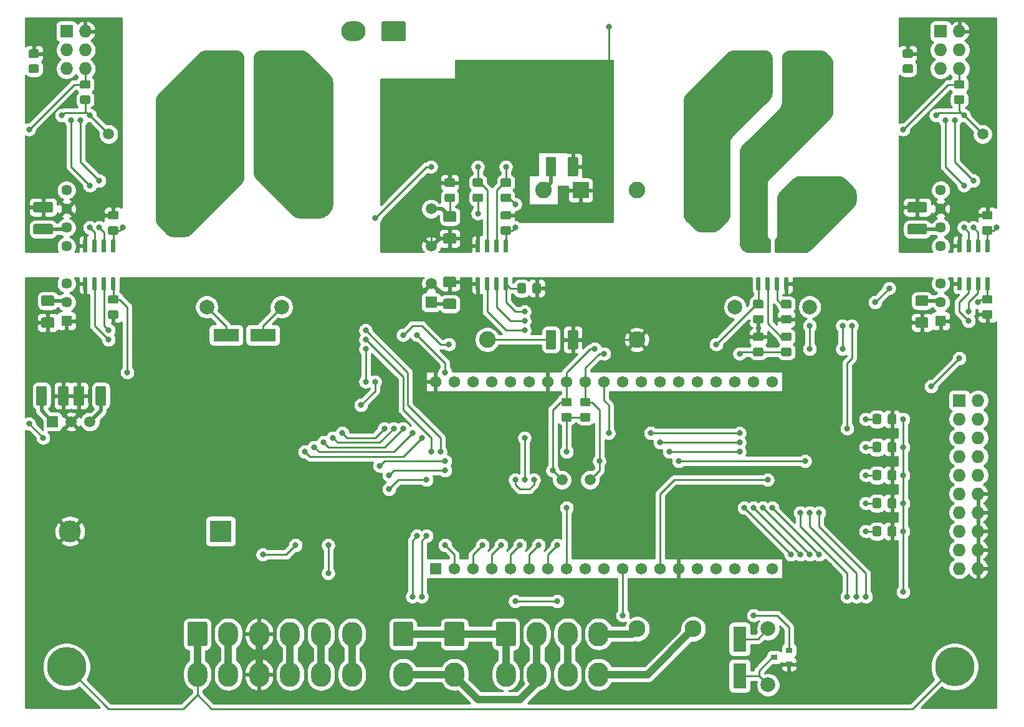
<source format=gbr>
G04 #@! TF.GenerationSoftware,KiCad,Pcbnew,(5.1.5)-3*
G04 #@! TF.CreationDate,2020-02-04T14:54:33-05:00*
G04 #@! TF.ProjectId,PacMan,5061634d-616e-42e6-9b69-6361645f7063,1.2*
G04 #@! TF.SameCoordinates,Original*
G04 #@! TF.FileFunction,Copper,L2,Bot*
G04 #@! TF.FilePolarity,Positive*
%FSLAX46Y46*%
G04 Gerber Fmt 4.6, Leading zero omitted, Abs format (unit mm)*
G04 Created by KiCad (PCBNEW (5.1.5)-3) date 2020-02-04 14:54:33*
%MOMM*%
%LPD*%
G04 APERTURE LIST*
%ADD10C,5.000000*%
%ADD11C,0.100000*%
%ADD12C,2.000000*%
%ADD13C,4.000000*%
%ADD14C,1.500000*%
%ADD15R,1.727200X1.727200*%
%ADD16O,1.727200X1.727200*%
%ADD17C,1.450000*%
%ADD18R,1.450000X1.450000*%
%ADD19C,1.508000*%
%ADD20R,1.508000X1.508000*%
%ADD21C,2.250000*%
%ADD22R,2.250000X2.250000*%
%ADD23R,1.560000X1.560000*%
%ADD24C,1.560000*%
%ADD25O,2.700000X3.300000*%
%ADD26R,1.800000X3.500000*%
%ADD27R,3.500000X1.800000*%
%ADD28C,5.334000*%
%ADD29O,3.300000X2.700000*%
%ADD30C,2.300000*%
%ADD31R,3.000000X3.000000*%
%ADD32C,3.000000*%
%ADD33R,0.900000X0.800000*%
%ADD34C,0.800000*%
%ADD35C,1.000000*%
%ADD36C,0.500000*%
%ADD37C,0.250000*%
%ADD38C,0.254000*%
G04 APERTURE END LIST*
D10*
X183655000Y-66040000D03*
X175755000Y-66040000D03*
X111900000Y-66040000D03*
X104000000Y-66040000D03*
G04 #@! TA.AperFunction,SMDPad,CuDef*
D11*
G36*
X149494504Y-77416204D02*
G01*
X149518773Y-77419804D01*
X149542571Y-77425765D01*
X149565671Y-77434030D01*
X149587849Y-77444520D01*
X149608893Y-77457133D01*
X149628598Y-77471747D01*
X149646777Y-77488223D01*
X149663253Y-77506402D01*
X149677867Y-77526107D01*
X149690480Y-77547151D01*
X149700970Y-77569329D01*
X149709235Y-77592429D01*
X149715196Y-77616227D01*
X149718796Y-77640496D01*
X149720000Y-77665000D01*
X149720000Y-79815000D01*
X149718796Y-79839504D01*
X149715196Y-79863773D01*
X149709235Y-79887571D01*
X149700970Y-79910671D01*
X149690480Y-79932849D01*
X149677867Y-79953893D01*
X149663253Y-79973598D01*
X149646777Y-79991777D01*
X149628598Y-80008253D01*
X149608893Y-80022867D01*
X149587849Y-80035480D01*
X149565671Y-80045970D01*
X149542571Y-80054235D01*
X149518773Y-80060196D01*
X149494504Y-80063796D01*
X149470000Y-80065000D01*
X148545000Y-80065000D01*
X148520496Y-80063796D01*
X148496227Y-80060196D01*
X148472429Y-80054235D01*
X148449329Y-80045970D01*
X148427151Y-80035480D01*
X148406107Y-80022867D01*
X148386402Y-80008253D01*
X148368223Y-79991777D01*
X148351747Y-79973598D01*
X148337133Y-79953893D01*
X148324520Y-79932849D01*
X148314030Y-79910671D01*
X148305765Y-79887571D01*
X148299804Y-79863773D01*
X148296204Y-79839504D01*
X148295000Y-79815000D01*
X148295000Y-77665000D01*
X148296204Y-77640496D01*
X148299804Y-77616227D01*
X148305765Y-77592429D01*
X148314030Y-77569329D01*
X148324520Y-77547151D01*
X148337133Y-77526107D01*
X148351747Y-77506402D01*
X148368223Y-77488223D01*
X148386402Y-77471747D01*
X148406107Y-77457133D01*
X148427151Y-77444520D01*
X148449329Y-77434030D01*
X148472429Y-77425765D01*
X148496227Y-77419804D01*
X148520496Y-77416204D01*
X148545000Y-77415000D01*
X149470000Y-77415000D01*
X149494504Y-77416204D01*
G37*
G04 #@! TD.AperFunction*
G04 #@! TA.AperFunction,SMDPad,CuDef*
G36*
X152469504Y-77416204D02*
G01*
X152493773Y-77419804D01*
X152517571Y-77425765D01*
X152540671Y-77434030D01*
X152562849Y-77444520D01*
X152583893Y-77457133D01*
X152603598Y-77471747D01*
X152621777Y-77488223D01*
X152638253Y-77506402D01*
X152652867Y-77526107D01*
X152665480Y-77547151D01*
X152675970Y-77569329D01*
X152684235Y-77592429D01*
X152690196Y-77616227D01*
X152693796Y-77640496D01*
X152695000Y-77665000D01*
X152695000Y-79815000D01*
X152693796Y-79839504D01*
X152690196Y-79863773D01*
X152684235Y-79887571D01*
X152675970Y-79910671D01*
X152665480Y-79932849D01*
X152652867Y-79953893D01*
X152638253Y-79973598D01*
X152621777Y-79991777D01*
X152603598Y-80008253D01*
X152583893Y-80022867D01*
X152562849Y-80035480D01*
X152540671Y-80045970D01*
X152517571Y-80054235D01*
X152493773Y-80060196D01*
X152469504Y-80063796D01*
X152445000Y-80065000D01*
X151520000Y-80065000D01*
X151495496Y-80063796D01*
X151471227Y-80060196D01*
X151447429Y-80054235D01*
X151424329Y-80045970D01*
X151402151Y-80035480D01*
X151381107Y-80022867D01*
X151361402Y-80008253D01*
X151343223Y-79991777D01*
X151326747Y-79973598D01*
X151312133Y-79953893D01*
X151299520Y-79932849D01*
X151289030Y-79910671D01*
X151280765Y-79887571D01*
X151274804Y-79863773D01*
X151271204Y-79839504D01*
X151270000Y-79815000D01*
X151270000Y-77665000D01*
X151271204Y-77640496D01*
X151274804Y-77616227D01*
X151280765Y-77592429D01*
X151289030Y-77569329D01*
X151299520Y-77547151D01*
X151312133Y-77526107D01*
X151326747Y-77506402D01*
X151343223Y-77488223D01*
X151361402Y-77471747D01*
X151381107Y-77457133D01*
X151402151Y-77444520D01*
X151424329Y-77434030D01*
X151447429Y-77425765D01*
X151471227Y-77419804D01*
X151495496Y-77416204D01*
X151520000Y-77415000D01*
X152445000Y-77415000D01*
X152469504Y-77416204D01*
G37*
G04 #@! TD.AperFunction*
G04 #@! TA.AperFunction,SMDPad,CuDef*
G36*
X204944505Y-66981204D02*
G01*
X204968773Y-66984804D01*
X204992572Y-66990765D01*
X205015671Y-66999030D01*
X205037850Y-67009520D01*
X205058893Y-67022132D01*
X205078599Y-67036747D01*
X205096777Y-67053223D01*
X205113253Y-67071401D01*
X205127868Y-67091107D01*
X205140480Y-67112150D01*
X205150970Y-67134329D01*
X205159235Y-67157428D01*
X205165196Y-67181227D01*
X205168796Y-67205495D01*
X205170000Y-67229999D01*
X205170000Y-67880001D01*
X205168796Y-67904505D01*
X205165196Y-67928773D01*
X205159235Y-67952572D01*
X205150970Y-67975671D01*
X205140480Y-67997850D01*
X205127868Y-68018893D01*
X205113253Y-68038599D01*
X205096777Y-68056777D01*
X205078599Y-68073253D01*
X205058893Y-68087868D01*
X205037850Y-68100480D01*
X205015671Y-68110970D01*
X204992572Y-68119235D01*
X204968773Y-68125196D01*
X204944505Y-68128796D01*
X204920001Y-68130000D01*
X204019999Y-68130000D01*
X203995495Y-68128796D01*
X203971227Y-68125196D01*
X203947428Y-68119235D01*
X203924329Y-68110970D01*
X203902150Y-68100480D01*
X203881107Y-68087868D01*
X203861401Y-68073253D01*
X203843223Y-68056777D01*
X203826747Y-68038599D01*
X203812132Y-68018893D01*
X203799520Y-67997850D01*
X203789030Y-67975671D01*
X203780765Y-67952572D01*
X203774804Y-67928773D01*
X203771204Y-67904505D01*
X203770000Y-67880001D01*
X203770000Y-67229999D01*
X203771204Y-67205495D01*
X203774804Y-67181227D01*
X203780765Y-67157428D01*
X203789030Y-67134329D01*
X203799520Y-67112150D01*
X203812132Y-67091107D01*
X203826747Y-67071401D01*
X203843223Y-67053223D01*
X203861401Y-67036747D01*
X203881107Y-67022132D01*
X203902150Y-67009520D01*
X203924329Y-66999030D01*
X203947428Y-66990765D01*
X203971227Y-66984804D01*
X203995495Y-66981204D01*
X204019999Y-66980000D01*
X204920001Y-66980000D01*
X204944505Y-66981204D01*
G37*
G04 #@! TD.AperFunction*
G04 #@! TA.AperFunction,SMDPad,CuDef*
G36*
X204944505Y-69031204D02*
G01*
X204968773Y-69034804D01*
X204992572Y-69040765D01*
X205015671Y-69049030D01*
X205037850Y-69059520D01*
X205058893Y-69072132D01*
X205078599Y-69086747D01*
X205096777Y-69103223D01*
X205113253Y-69121401D01*
X205127868Y-69141107D01*
X205140480Y-69162150D01*
X205150970Y-69184329D01*
X205159235Y-69207428D01*
X205165196Y-69231227D01*
X205168796Y-69255495D01*
X205170000Y-69279999D01*
X205170000Y-69930001D01*
X205168796Y-69954505D01*
X205165196Y-69978773D01*
X205159235Y-70002572D01*
X205150970Y-70025671D01*
X205140480Y-70047850D01*
X205127868Y-70068893D01*
X205113253Y-70088599D01*
X205096777Y-70106777D01*
X205078599Y-70123253D01*
X205058893Y-70137868D01*
X205037850Y-70150480D01*
X205015671Y-70160970D01*
X204992572Y-70169235D01*
X204968773Y-70175196D01*
X204944505Y-70178796D01*
X204920001Y-70180000D01*
X204019999Y-70180000D01*
X203995495Y-70178796D01*
X203971227Y-70175196D01*
X203947428Y-70169235D01*
X203924329Y-70160970D01*
X203902150Y-70150480D01*
X203881107Y-70137868D01*
X203861401Y-70123253D01*
X203843223Y-70106777D01*
X203826747Y-70088599D01*
X203812132Y-70068893D01*
X203799520Y-70047850D01*
X203789030Y-70025671D01*
X203780765Y-70002572D01*
X203774804Y-69978773D01*
X203771204Y-69954505D01*
X203770000Y-69930001D01*
X203770000Y-69279999D01*
X203771204Y-69255495D01*
X203774804Y-69231227D01*
X203780765Y-69207428D01*
X203789030Y-69184329D01*
X203799520Y-69162150D01*
X203812132Y-69141107D01*
X203826747Y-69121401D01*
X203843223Y-69103223D01*
X203861401Y-69086747D01*
X203881107Y-69072132D01*
X203902150Y-69059520D01*
X203924329Y-69049030D01*
X203947428Y-69040765D01*
X203971227Y-69034804D01*
X203995495Y-69031204D01*
X204019999Y-69030000D01*
X204920001Y-69030000D01*
X204944505Y-69031204D01*
G37*
G04 #@! TD.AperFunction*
G04 #@! TA.AperFunction,SMDPad,CuDef*
G36*
X86199505Y-66981204D02*
G01*
X86223773Y-66984804D01*
X86247572Y-66990765D01*
X86270671Y-66999030D01*
X86292850Y-67009520D01*
X86313893Y-67022132D01*
X86333599Y-67036747D01*
X86351777Y-67053223D01*
X86368253Y-67071401D01*
X86382868Y-67091107D01*
X86395480Y-67112150D01*
X86405970Y-67134329D01*
X86414235Y-67157428D01*
X86420196Y-67181227D01*
X86423796Y-67205495D01*
X86425000Y-67229999D01*
X86425000Y-67880001D01*
X86423796Y-67904505D01*
X86420196Y-67928773D01*
X86414235Y-67952572D01*
X86405970Y-67975671D01*
X86395480Y-67997850D01*
X86382868Y-68018893D01*
X86368253Y-68038599D01*
X86351777Y-68056777D01*
X86333599Y-68073253D01*
X86313893Y-68087868D01*
X86292850Y-68100480D01*
X86270671Y-68110970D01*
X86247572Y-68119235D01*
X86223773Y-68125196D01*
X86199505Y-68128796D01*
X86175001Y-68130000D01*
X85274999Y-68130000D01*
X85250495Y-68128796D01*
X85226227Y-68125196D01*
X85202428Y-68119235D01*
X85179329Y-68110970D01*
X85157150Y-68100480D01*
X85136107Y-68087868D01*
X85116401Y-68073253D01*
X85098223Y-68056777D01*
X85081747Y-68038599D01*
X85067132Y-68018893D01*
X85054520Y-67997850D01*
X85044030Y-67975671D01*
X85035765Y-67952572D01*
X85029804Y-67928773D01*
X85026204Y-67904505D01*
X85025000Y-67880001D01*
X85025000Y-67229999D01*
X85026204Y-67205495D01*
X85029804Y-67181227D01*
X85035765Y-67157428D01*
X85044030Y-67134329D01*
X85054520Y-67112150D01*
X85067132Y-67091107D01*
X85081747Y-67071401D01*
X85098223Y-67053223D01*
X85116401Y-67036747D01*
X85136107Y-67022132D01*
X85157150Y-67009520D01*
X85179329Y-66999030D01*
X85202428Y-66990765D01*
X85226227Y-66984804D01*
X85250495Y-66981204D01*
X85274999Y-66980000D01*
X86175001Y-66980000D01*
X86199505Y-66981204D01*
G37*
G04 #@! TD.AperFunction*
G04 #@! TA.AperFunction,SMDPad,CuDef*
G36*
X86199505Y-69031204D02*
G01*
X86223773Y-69034804D01*
X86247572Y-69040765D01*
X86270671Y-69049030D01*
X86292850Y-69059520D01*
X86313893Y-69072132D01*
X86333599Y-69086747D01*
X86351777Y-69103223D01*
X86368253Y-69121401D01*
X86382868Y-69141107D01*
X86395480Y-69162150D01*
X86405970Y-69184329D01*
X86414235Y-69207428D01*
X86420196Y-69231227D01*
X86423796Y-69255495D01*
X86425000Y-69279999D01*
X86425000Y-69930001D01*
X86423796Y-69954505D01*
X86420196Y-69978773D01*
X86414235Y-70002572D01*
X86405970Y-70025671D01*
X86395480Y-70047850D01*
X86382868Y-70068893D01*
X86368253Y-70088599D01*
X86351777Y-70106777D01*
X86333599Y-70123253D01*
X86313893Y-70137868D01*
X86292850Y-70150480D01*
X86270671Y-70160970D01*
X86247572Y-70169235D01*
X86223773Y-70175196D01*
X86199505Y-70178796D01*
X86175001Y-70180000D01*
X85274999Y-70180000D01*
X85250495Y-70178796D01*
X85226227Y-70175196D01*
X85202428Y-70169235D01*
X85179329Y-70160970D01*
X85157150Y-70150480D01*
X85136107Y-70137868D01*
X85116401Y-70123253D01*
X85098223Y-70106777D01*
X85081747Y-70088599D01*
X85067132Y-70068893D01*
X85054520Y-70047850D01*
X85044030Y-70025671D01*
X85035765Y-70002572D01*
X85029804Y-69978773D01*
X85026204Y-69954505D01*
X85025000Y-69930001D01*
X85025000Y-69279999D01*
X85026204Y-69255495D01*
X85029804Y-69231227D01*
X85035765Y-69207428D01*
X85044030Y-69184329D01*
X85054520Y-69162150D01*
X85067132Y-69141107D01*
X85081747Y-69121401D01*
X85098223Y-69103223D01*
X85116401Y-69086747D01*
X85136107Y-69072132D01*
X85157150Y-69059520D01*
X85179329Y-69049030D01*
X85202428Y-69040765D01*
X85226227Y-69034804D01*
X85250495Y-69031204D01*
X85274999Y-69030000D01*
X86175001Y-69030000D01*
X86199505Y-69031204D01*
G37*
G04 #@! TD.AperFunction*
D12*
X184150000Y-97790000D03*
X173990000Y-97790000D03*
D13*
X170180000Y-85090000D03*
X187960000Y-82550000D03*
D12*
X112395000Y-97790000D03*
X102235000Y-97790000D03*
D13*
X98425000Y-85090000D03*
X116205000Y-82550000D03*
G04 #@! TA.AperFunction,SMDPad,CuDef*
D11*
G36*
X147424505Y-94551204D02*
G01*
X147448773Y-94554804D01*
X147472572Y-94560765D01*
X147495671Y-94569030D01*
X147517850Y-94579520D01*
X147538893Y-94592132D01*
X147558599Y-94606747D01*
X147576777Y-94623223D01*
X147593253Y-94641401D01*
X147607868Y-94661107D01*
X147620480Y-94682150D01*
X147630970Y-94704329D01*
X147639235Y-94727428D01*
X147645196Y-94751227D01*
X147648796Y-94775495D01*
X147650000Y-94799999D01*
X147650000Y-95700001D01*
X147648796Y-95724505D01*
X147645196Y-95748773D01*
X147639235Y-95772572D01*
X147630970Y-95795671D01*
X147620480Y-95817850D01*
X147607868Y-95838893D01*
X147593253Y-95858599D01*
X147576777Y-95876777D01*
X147558599Y-95893253D01*
X147538893Y-95907868D01*
X147517850Y-95920480D01*
X147495671Y-95930970D01*
X147472572Y-95939235D01*
X147448773Y-95945196D01*
X147424505Y-95948796D01*
X147400001Y-95950000D01*
X146749999Y-95950000D01*
X146725495Y-95948796D01*
X146701227Y-95945196D01*
X146677428Y-95939235D01*
X146654329Y-95930970D01*
X146632150Y-95920480D01*
X146611107Y-95907868D01*
X146591401Y-95893253D01*
X146573223Y-95876777D01*
X146556747Y-95858599D01*
X146542132Y-95838893D01*
X146529520Y-95817850D01*
X146519030Y-95795671D01*
X146510765Y-95772572D01*
X146504804Y-95748773D01*
X146501204Y-95724505D01*
X146500000Y-95700001D01*
X146500000Y-94799999D01*
X146501204Y-94775495D01*
X146504804Y-94751227D01*
X146510765Y-94727428D01*
X146519030Y-94704329D01*
X146529520Y-94682150D01*
X146542132Y-94661107D01*
X146556747Y-94641401D01*
X146573223Y-94623223D01*
X146591401Y-94606747D01*
X146611107Y-94592132D01*
X146632150Y-94579520D01*
X146654329Y-94569030D01*
X146677428Y-94560765D01*
X146701227Y-94554804D01*
X146725495Y-94551204D01*
X146749999Y-94550000D01*
X147400001Y-94550000D01*
X147424505Y-94551204D01*
G37*
G04 #@! TD.AperFunction*
G04 #@! TA.AperFunction,SMDPad,CuDef*
G36*
X145374505Y-94551204D02*
G01*
X145398773Y-94554804D01*
X145422572Y-94560765D01*
X145445671Y-94569030D01*
X145467850Y-94579520D01*
X145488893Y-94592132D01*
X145508599Y-94606747D01*
X145526777Y-94623223D01*
X145543253Y-94641401D01*
X145557868Y-94661107D01*
X145570480Y-94682150D01*
X145580970Y-94704329D01*
X145589235Y-94727428D01*
X145595196Y-94751227D01*
X145598796Y-94775495D01*
X145600000Y-94799999D01*
X145600000Y-95700001D01*
X145598796Y-95724505D01*
X145595196Y-95748773D01*
X145589235Y-95772572D01*
X145580970Y-95795671D01*
X145570480Y-95817850D01*
X145557868Y-95838893D01*
X145543253Y-95858599D01*
X145526777Y-95876777D01*
X145508599Y-95893253D01*
X145488893Y-95907868D01*
X145467850Y-95920480D01*
X145445671Y-95930970D01*
X145422572Y-95939235D01*
X145398773Y-95945196D01*
X145374505Y-95948796D01*
X145350001Y-95950000D01*
X144699999Y-95950000D01*
X144675495Y-95948796D01*
X144651227Y-95945196D01*
X144627428Y-95939235D01*
X144604329Y-95930970D01*
X144582150Y-95920480D01*
X144561107Y-95907868D01*
X144541401Y-95893253D01*
X144523223Y-95876777D01*
X144506747Y-95858599D01*
X144492132Y-95838893D01*
X144479520Y-95817850D01*
X144469030Y-95795671D01*
X144460765Y-95772572D01*
X144454804Y-95748773D01*
X144451204Y-95724505D01*
X144450000Y-95700001D01*
X144450000Y-94799999D01*
X144451204Y-94775495D01*
X144454804Y-94751227D01*
X144460765Y-94727428D01*
X144469030Y-94704329D01*
X144479520Y-94682150D01*
X144492132Y-94661107D01*
X144506747Y-94641401D01*
X144523223Y-94623223D01*
X144541401Y-94606747D01*
X144561107Y-94592132D01*
X144582150Y-94579520D01*
X144604329Y-94569030D01*
X144627428Y-94560765D01*
X144651227Y-94554804D01*
X144675495Y-94551204D01*
X144699999Y-94550000D01*
X145350001Y-94550000D01*
X145374505Y-94551204D01*
G37*
G04 #@! TD.AperFunction*
G04 #@! TA.AperFunction,SMDPad,CuDef*
G36*
X143349505Y-86811204D02*
G01*
X143373773Y-86814804D01*
X143397572Y-86820765D01*
X143420671Y-86829030D01*
X143442850Y-86839520D01*
X143463893Y-86852132D01*
X143483599Y-86866747D01*
X143501777Y-86883223D01*
X143518253Y-86901401D01*
X143532868Y-86921107D01*
X143545480Y-86942150D01*
X143555970Y-86964329D01*
X143564235Y-86987428D01*
X143570196Y-87011227D01*
X143573796Y-87035495D01*
X143575000Y-87059999D01*
X143575000Y-87710001D01*
X143573796Y-87734505D01*
X143570196Y-87758773D01*
X143564235Y-87782572D01*
X143555970Y-87805671D01*
X143545480Y-87827850D01*
X143532868Y-87848893D01*
X143518253Y-87868599D01*
X143501777Y-87886777D01*
X143483599Y-87903253D01*
X143463893Y-87917868D01*
X143442850Y-87930480D01*
X143420671Y-87940970D01*
X143397572Y-87949235D01*
X143373773Y-87955196D01*
X143349505Y-87958796D01*
X143325001Y-87960000D01*
X142424999Y-87960000D01*
X142400495Y-87958796D01*
X142376227Y-87955196D01*
X142352428Y-87949235D01*
X142329329Y-87940970D01*
X142307150Y-87930480D01*
X142286107Y-87917868D01*
X142266401Y-87903253D01*
X142248223Y-87886777D01*
X142231747Y-87868599D01*
X142217132Y-87848893D01*
X142204520Y-87827850D01*
X142194030Y-87805671D01*
X142185765Y-87782572D01*
X142179804Y-87758773D01*
X142176204Y-87734505D01*
X142175000Y-87710001D01*
X142175000Y-87059999D01*
X142176204Y-87035495D01*
X142179804Y-87011227D01*
X142185765Y-86987428D01*
X142194030Y-86964329D01*
X142204520Y-86942150D01*
X142217132Y-86921107D01*
X142231747Y-86901401D01*
X142248223Y-86883223D01*
X142266401Y-86866747D01*
X142286107Y-86852132D01*
X142307150Y-86839520D01*
X142329329Y-86829030D01*
X142352428Y-86820765D01*
X142376227Y-86814804D01*
X142400495Y-86811204D01*
X142424999Y-86810000D01*
X143325001Y-86810000D01*
X143349505Y-86811204D01*
G37*
G04 #@! TD.AperFunction*
G04 #@! TA.AperFunction,SMDPad,CuDef*
G36*
X143349505Y-84761204D02*
G01*
X143373773Y-84764804D01*
X143397572Y-84770765D01*
X143420671Y-84779030D01*
X143442850Y-84789520D01*
X143463893Y-84802132D01*
X143483599Y-84816747D01*
X143501777Y-84833223D01*
X143518253Y-84851401D01*
X143532868Y-84871107D01*
X143545480Y-84892150D01*
X143555970Y-84914329D01*
X143564235Y-84937428D01*
X143570196Y-84961227D01*
X143573796Y-84985495D01*
X143575000Y-85009999D01*
X143575000Y-85660001D01*
X143573796Y-85684505D01*
X143570196Y-85708773D01*
X143564235Y-85732572D01*
X143555970Y-85755671D01*
X143545480Y-85777850D01*
X143532868Y-85798893D01*
X143518253Y-85818599D01*
X143501777Y-85836777D01*
X143483599Y-85853253D01*
X143463893Y-85867868D01*
X143442850Y-85880480D01*
X143420671Y-85890970D01*
X143397572Y-85899235D01*
X143373773Y-85905196D01*
X143349505Y-85908796D01*
X143325001Y-85910000D01*
X142424999Y-85910000D01*
X142400495Y-85908796D01*
X142376227Y-85905196D01*
X142352428Y-85899235D01*
X142329329Y-85890970D01*
X142307150Y-85880480D01*
X142286107Y-85867868D01*
X142266401Y-85853253D01*
X142248223Y-85836777D01*
X142231747Y-85818599D01*
X142217132Y-85798893D01*
X142204520Y-85777850D01*
X142194030Y-85755671D01*
X142185765Y-85732572D01*
X142179804Y-85708773D01*
X142176204Y-85684505D01*
X142175000Y-85660001D01*
X142175000Y-85009999D01*
X142176204Y-84985495D01*
X142179804Y-84961227D01*
X142185765Y-84937428D01*
X142194030Y-84914329D01*
X142204520Y-84892150D01*
X142217132Y-84871107D01*
X142231747Y-84851401D01*
X142248223Y-84833223D01*
X142266401Y-84816747D01*
X142286107Y-84802132D01*
X142307150Y-84789520D01*
X142329329Y-84779030D01*
X142352428Y-84770765D01*
X142376227Y-84764804D01*
X142400495Y-84761204D01*
X142424999Y-84760000D01*
X143325001Y-84760000D01*
X143349505Y-84761204D01*
G37*
G04 #@! TD.AperFunction*
D14*
X88900000Y-74295000D03*
D15*
X201930000Y-60325000D03*
D16*
X204470000Y-60325000D03*
X201930000Y-62865000D03*
X204470000Y-62865000D03*
X201930000Y-65405000D03*
X204470000Y-65405000D03*
G04 #@! TA.AperFunction,SMDPad,CuDef*
D11*
G36*
X177639505Y-96826204D02*
G01*
X177663773Y-96829804D01*
X177687572Y-96835765D01*
X177710671Y-96844030D01*
X177732850Y-96854520D01*
X177753893Y-96867132D01*
X177773599Y-96881747D01*
X177791777Y-96898223D01*
X177808253Y-96916401D01*
X177822868Y-96936107D01*
X177835480Y-96957150D01*
X177845970Y-96979329D01*
X177854235Y-97002428D01*
X177860196Y-97026227D01*
X177863796Y-97050495D01*
X177865000Y-97074999D01*
X177865000Y-97725001D01*
X177863796Y-97749505D01*
X177860196Y-97773773D01*
X177854235Y-97797572D01*
X177845970Y-97820671D01*
X177835480Y-97842850D01*
X177822868Y-97863893D01*
X177808253Y-97883599D01*
X177791777Y-97901777D01*
X177773599Y-97918253D01*
X177753893Y-97932868D01*
X177732850Y-97945480D01*
X177710671Y-97955970D01*
X177687572Y-97964235D01*
X177663773Y-97970196D01*
X177639505Y-97973796D01*
X177615001Y-97975000D01*
X176714999Y-97975000D01*
X176690495Y-97973796D01*
X176666227Y-97970196D01*
X176642428Y-97964235D01*
X176619329Y-97955970D01*
X176597150Y-97945480D01*
X176576107Y-97932868D01*
X176556401Y-97918253D01*
X176538223Y-97901777D01*
X176521747Y-97883599D01*
X176507132Y-97863893D01*
X176494520Y-97842850D01*
X176484030Y-97820671D01*
X176475765Y-97797572D01*
X176469804Y-97773773D01*
X176466204Y-97749505D01*
X176465000Y-97725001D01*
X176465000Y-97074999D01*
X176466204Y-97050495D01*
X176469804Y-97026227D01*
X176475765Y-97002428D01*
X176484030Y-96979329D01*
X176494520Y-96957150D01*
X176507132Y-96936107D01*
X176521747Y-96916401D01*
X176538223Y-96898223D01*
X176556401Y-96881747D01*
X176576107Y-96867132D01*
X176597150Y-96854520D01*
X176619329Y-96844030D01*
X176642428Y-96835765D01*
X176666227Y-96829804D01*
X176690495Y-96826204D01*
X176714999Y-96825000D01*
X177615001Y-96825000D01*
X177639505Y-96826204D01*
G37*
G04 #@! TD.AperFunction*
G04 #@! TA.AperFunction,SMDPad,CuDef*
G36*
X177639505Y-98876204D02*
G01*
X177663773Y-98879804D01*
X177687572Y-98885765D01*
X177710671Y-98894030D01*
X177732850Y-98904520D01*
X177753893Y-98917132D01*
X177773599Y-98931747D01*
X177791777Y-98948223D01*
X177808253Y-98966401D01*
X177822868Y-98986107D01*
X177835480Y-99007150D01*
X177845970Y-99029329D01*
X177854235Y-99052428D01*
X177860196Y-99076227D01*
X177863796Y-99100495D01*
X177865000Y-99124999D01*
X177865000Y-99775001D01*
X177863796Y-99799505D01*
X177860196Y-99823773D01*
X177854235Y-99847572D01*
X177845970Y-99870671D01*
X177835480Y-99892850D01*
X177822868Y-99913893D01*
X177808253Y-99933599D01*
X177791777Y-99951777D01*
X177773599Y-99968253D01*
X177753893Y-99982868D01*
X177732850Y-99995480D01*
X177710671Y-100005970D01*
X177687572Y-100014235D01*
X177663773Y-100020196D01*
X177639505Y-100023796D01*
X177615001Y-100025000D01*
X176714999Y-100025000D01*
X176690495Y-100023796D01*
X176666227Y-100020196D01*
X176642428Y-100014235D01*
X176619329Y-100005970D01*
X176597150Y-99995480D01*
X176576107Y-99982868D01*
X176556401Y-99968253D01*
X176538223Y-99951777D01*
X176521747Y-99933599D01*
X176507132Y-99913893D01*
X176494520Y-99892850D01*
X176484030Y-99870671D01*
X176475765Y-99847572D01*
X176469804Y-99823773D01*
X176466204Y-99799505D01*
X176465000Y-99775001D01*
X176465000Y-99124999D01*
X176466204Y-99100495D01*
X176469804Y-99076227D01*
X176475765Y-99052428D01*
X176484030Y-99029329D01*
X176494520Y-99007150D01*
X176507132Y-98986107D01*
X176521747Y-98966401D01*
X176538223Y-98948223D01*
X176556401Y-98931747D01*
X176576107Y-98917132D01*
X176597150Y-98904520D01*
X176619329Y-98894030D01*
X176642428Y-98885765D01*
X176666227Y-98879804D01*
X176690495Y-98876204D01*
X176714999Y-98875000D01*
X177615001Y-98875000D01*
X177639505Y-98876204D01*
G37*
G04 #@! TD.AperFunction*
G04 #@! TA.AperFunction,SMDPad,CuDef*
G36*
X90009505Y-98241204D02*
G01*
X90033773Y-98244804D01*
X90057572Y-98250765D01*
X90080671Y-98259030D01*
X90102850Y-98269520D01*
X90123893Y-98282132D01*
X90143599Y-98296747D01*
X90161777Y-98313223D01*
X90178253Y-98331401D01*
X90192868Y-98351107D01*
X90205480Y-98372150D01*
X90215970Y-98394329D01*
X90224235Y-98417428D01*
X90230196Y-98441227D01*
X90233796Y-98465495D01*
X90235000Y-98489999D01*
X90235000Y-99140001D01*
X90233796Y-99164505D01*
X90230196Y-99188773D01*
X90224235Y-99212572D01*
X90215970Y-99235671D01*
X90205480Y-99257850D01*
X90192868Y-99278893D01*
X90178253Y-99298599D01*
X90161777Y-99316777D01*
X90143599Y-99333253D01*
X90123893Y-99347868D01*
X90102850Y-99360480D01*
X90080671Y-99370970D01*
X90057572Y-99379235D01*
X90033773Y-99385196D01*
X90009505Y-99388796D01*
X89985001Y-99390000D01*
X89084999Y-99390000D01*
X89060495Y-99388796D01*
X89036227Y-99385196D01*
X89012428Y-99379235D01*
X88989329Y-99370970D01*
X88967150Y-99360480D01*
X88946107Y-99347868D01*
X88926401Y-99333253D01*
X88908223Y-99316777D01*
X88891747Y-99298599D01*
X88877132Y-99278893D01*
X88864520Y-99257850D01*
X88854030Y-99235671D01*
X88845765Y-99212572D01*
X88839804Y-99188773D01*
X88836204Y-99164505D01*
X88835000Y-99140001D01*
X88835000Y-98489999D01*
X88836204Y-98465495D01*
X88839804Y-98441227D01*
X88845765Y-98417428D01*
X88854030Y-98394329D01*
X88864520Y-98372150D01*
X88877132Y-98351107D01*
X88891747Y-98331401D01*
X88908223Y-98313223D01*
X88926401Y-98296747D01*
X88946107Y-98282132D01*
X88967150Y-98269520D01*
X88989329Y-98259030D01*
X89012428Y-98250765D01*
X89036227Y-98244804D01*
X89060495Y-98241204D01*
X89084999Y-98240000D01*
X89985001Y-98240000D01*
X90009505Y-98241204D01*
G37*
G04 #@! TD.AperFunction*
G04 #@! TA.AperFunction,SMDPad,CuDef*
G36*
X90009505Y-96191204D02*
G01*
X90033773Y-96194804D01*
X90057572Y-96200765D01*
X90080671Y-96209030D01*
X90102850Y-96219520D01*
X90123893Y-96232132D01*
X90143599Y-96246747D01*
X90161777Y-96263223D01*
X90178253Y-96281401D01*
X90192868Y-96301107D01*
X90205480Y-96322150D01*
X90215970Y-96344329D01*
X90224235Y-96367428D01*
X90230196Y-96391227D01*
X90233796Y-96415495D01*
X90235000Y-96439999D01*
X90235000Y-97090001D01*
X90233796Y-97114505D01*
X90230196Y-97138773D01*
X90224235Y-97162572D01*
X90215970Y-97185671D01*
X90205480Y-97207850D01*
X90192868Y-97228893D01*
X90178253Y-97248599D01*
X90161777Y-97266777D01*
X90143599Y-97283253D01*
X90123893Y-97297868D01*
X90102850Y-97310480D01*
X90080671Y-97320970D01*
X90057572Y-97329235D01*
X90033773Y-97335196D01*
X90009505Y-97338796D01*
X89985001Y-97340000D01*
X89084999Y-97340000D01*
X89060495Y-97338796D01*
X89036227Y-97335196D01*
X89012428Y-97329235D01*
X88989329Y-97320970D01*
X88967150Y-97310480D01*
X88946107Y-97297868D01*
X88926401Y-97283253D01*
X88908223Y-97266777D01*
X88891747Y-97248599D01*
X88877132Y-97228893D01*
X88864520Y-97207850D01*
X88854030Y-97185671D01*
X88845765Y-97162572D01*
X88839804Y-97138773D01*
X88836204Y-97114505D01*
X88835000Y-97090001D01*
X88835000Y-96439999D01*
X88836204Y-96415495D01*
X88839804Y-96391227D01*
X88845765Y-96367428D01*
X88854030Y-96344329D01*
X88864520Y-96322150D01*
X88877132Y-96301107D01*
X88891747Y-96281401D01*
X88908223Y-96263223D01*
X88926401Y-96246747D01*
X88946107Y-96232132D01*
X88967150Y-96219520D01*
X88989329Y-96209030D01*
X89012428Y-96200765D01*
X89036227Y-96194804D01*
X89060495Y-96191204D01*
X89084999Y-96190000D01*
X89985001Y-96190000D01*
X90009505Y-96191204D01*
G37*
G04 #@! TD.AperFunction*
G04 #@! TA.AperFunction,SMDPad,CuDef*
G36*
X208754505Y-96191204D02*
G01*
X208778773Y-96194804D01*
X208802572Y-96200765D01*
X208825671Y-96209030D01*
X208847850Y-96219520D01*
X208868893Y-96232132D01*
X208888599Y-96246747D01*
X208906777Y-96263223D01*
X208923253Y-96281401D01*
X208937868Y-96301107D01*
X208950480Y-96322150D01*
X208960970Y-96344329D01*
X208969235Y-96367428D01*
X208975196Y-96391227D01*
X208978796Y-96415495D01*
X208980000Y-96439999D01*
X208980000Y-97090001D01*
X208978796Y-97114505D01*
X208975196Y-97138773D01*
X208969235Y-97162572D01*
X208960970Y-97185671D01*
X208950480Y-97207850D01*
X208937868Y-97228893D01*
X208923253Y-97248599D01*
X208906777Y-97266777D01*
X208888599Y-97283253D01*
X208868893Y-97297868D01*
X208847850Y-97310480D01*
X208825671Y-97320970D01*
X208802572Y-97329235D01*
X208778773Y-97335196D01*
X208754505Y-97338796D01*
X208730001Y-97340000D01*
X207829999Y-97340000D01*
X207805495Y-97338796D01*
X207781227Y-97335196D01*
X207757428Y-97329235D01*
X207734329Y-97320970D01*
X207712150Y-97310480D01*
X207691107Y-97297868D01*
X207671401Y-97283253D01*
X207653223Y-97266777D01*
X207636747Y-97248599D01*
X207622132Y-97228893D01*
X207609520Y-97207850D01*
X207599030Y-97185671D01*
X207590765Y-97162572D01*
X207584804Y-97138773D01*
X207581204Y-97114505D01*
X207580000Y-97090001D01*
X207580000Y-96439999D01*
X207581204Y-96415495D01*
X207584804Y-96391227D01*
X207590765Y-96367428D01*
X207599030Y-96344329D01*
X207609520Y-96322150D01*
X207622132Y-96301107D01*
X207636747Y-96281401D01*
X207653223Y-96263223D01*
X207671401Y-96246747D01*
X207691107Y-96232132D01*
X207712150Y-96219520D01*
X207734329Y-96209030D01*
X207757428Y-96200765D01*
X207781227Y-96194804D01*
X207805495Y-96191204D01*
X207829999Y-96190000D01*
X208730001Y-96190000D01*
X208754505Y-96191204D01*
G37*
G04 #@! TD.AperFunction*
G04 #@! TA.AperFunction,SMDPad,CuDef*
G36*
X208754505Y-98241204D02*
G01*
X208778773Y-98244804D01*
X208802572Y-98250765D01*
X208825671Y-98259030D01*
X208847850Y-98269520D01*
X208868893Y-98282132D01*
X208888599Y-98296747D01*
X208906777Y-98313223D01*
X208923253Y-98331401D01*
X208937868Y-98351107D01*
X208950480Y-98372150D01*
X208960970Y-98394329D01*
X208969235Y-98417428D01*
X208975196Y-98441227D01*
X208978796Y-98465495D01*
X208980000Y-98489999D01*
X208980000Y-99140001D01*
X208978796Y-99164505D01*
X208975196Y-99188773D01*
X208969235Y-99212572D01*
X208960970Y-99235671D01*
X208950480Y-99257850D01*
X208937868Y-99278893D01*
X208923253Y-99298599D01*
X208906777Y-99316777D01*
X208888599Y-99333253D01*
X208868893Y-99347868D01*
X208847850Y-99360480D01*
X208825671Y-99370970D01*
X208802572Y-99379235D01*
X208778773Y-99385196D01*
X208754505Y-99388796D01*
X208730001Y-99390000D01*
X207829999Y-99390000D01*
X207805495Y-99388796D01*
X207781227Y-99385196D01*
X207757428Y-99379235D01*
X207734329Y-99370970D01*
X207712150Y-99360480D01*
X207691107Y-99347868D01*
X207671401Y-99333253D01*
X207653223Y-99316777D01*
X207636747Y-99298599D01*
X207622132Y-99278893D01*
X207609520Y-99257850D01*
X207599030Y-99235671D01*
X207590765Y-99212572D01*
X207584804Y-99188773D01*
X207581204Y-99164505D01*
X207580000Y-99140001D01*
X207580000Y-98489999D01*
X207581204Y-98465495D01*
X207584804Y-98441227D01*
X207590765Y-98417428D01*
X207599030Y-98394329D01*
X207609520Y-98372150D01*
X207622132Y-98351107D01*
X207636747Y-98331401D01*
X207653223Y-98313223D01*
X207671401Y-98296747D01*
X207691107Y-98282132D01*
X207712150Y-98269520D01*
X207734329Y-98259030D01*
X207757428Y-98250765D01*
X207781227Y-98244804D01*
X207805495Y-98241204D01*
X207829999Y-98240000D01*
X208730001Y-98240000D01*
X208754505Y-98241204D01*
G37*
G04 #@! TD.AperFunction*
G04 #@! TA.AperFunction,SMDPad,CuDef*
G36*
X208754505Y-84761204D02*
G01*
X208778773Y-84764804D01*
X208802572Y-84770765D01*
X208825671Y-84779030D01*
X208847850Y-84789520D01*
X208868893Y-84802132D01*
X208888599Y-84816747D01*
X208906777Y-84833223D01*
X208923253Y-84851401D01*
X208937868Y-84871107D01*
X208950480Y-84892150D01*
X208960970Y-84914329D01*
X208969235Y-84937428D01*
X208975196Y-84961227D01*
X208978796Y-84985495D01*
X208980000Y-85009999D01*
X208980000Y-85660001D01*
X208978796Y-85684505D01*
X208975196Y-85708773D01*
X208969235Y-85732572D01*
X208960970Y-85755671D01*
X208950480Y-85777850D01*
X208937868Y-85798893D01*
X208923253Y-85818599D01*
X208906777Y-85836777D01*
X208888599Y-85853253D01*
X208868893Y-85867868D01*
X208847850Y-85880480D01*
X208825671Y-85890970D01*
X208802572Y-85899235D01*
X208778773Y-85905196D01*
X208754505Y-85908796D01*
X208730001Y-85910000D01*
X207829999Y-85910000D01*
X207805495Y-85908796D01*
X207781227Y-85905196D01*
X207757428Y-85899235D01*
X207734329Y-85890970D01*
X207712150Y-85880480D01*
X207691107Y-85867868D01*
X207671401Y-85853253D01*
X207653223Y-85836777D01*
X207636747Y-85818599D01*
X207622132Y-85798893D01*
X207609520Y-85777850D01*
X207599030Y-85755671D01*
X207590765Y-85732572D01*
X207584804Y-85708773D01*
X207581204Y-85684505D01*
X207580000Y-85660001D01*
X207580000Y-85009999D01*
X207581204Y-84985495D01*
X207584804Y-84961227D01*
X207590765Y-84937428D01*
X207599030Y-84914329D01*
X207609520Y-84892150D01*
X207622132Y-84871107D01*
X207636747Y-84851401D01*
X207653223Y-84833223D01*
X207671401Y-84816747D01*
X207691107Y-84802132D01*
X207712150Y-84789520D01*
X207734329Y-84779030D01*
X207757428Y-84770765D01*
X207781227Y-84764804D01*
X207805495Y-84761204D01*
X207829999Y-84760000D01*
X208730001Y-84760000D01*
X208754505Y-84761204D01*
G37*
G04 #@! TD.AperFunction*
G04 #@! TA.AperFunction,SMDPad,CuDef*
G36*
X208754505Y-86811204D02*
G01*
X208778773Y-86814804D01*
X208802572Y-86820765D01*
X208825671Y-86829030D01*
X208847850Y-86839520D01*
X208868893Y-86852132D01*
X208888599Y-86866747D01*
X208906777Y-86883223D01*
X208923253Y-86901401D01*
X208937868Y-86921107D01*
X208950480Y-86942150D01*
X208960970Y-86964329D01*
X208969235Y-86987428D01*
X208975196Y-87011227D01*
X208978796Y-87035495D01*
X208980000Y-87059999D01*
X208980000Y-87710001D01*
X208978796Y-87734505D01*
X208975196Y-87758773D01*
X208969235Y-87782572D01*
X208960970Y-87805671D01*
X208950480Y-87827850D01*
X208937868Y-87848893D01*
X208923253Y-87868599D01*
X208906777Y-87886777D01*
X208888599Y-87903253D01*
X208868893Y-87917868D01*
X208847850Y-87930480D01*
X208825671Y-87940970D01*
X208802572Y-87949235D01*
X208778773Y-87955196D01*
X208754505Y-87958796D01*
X208730001Y-87960000D01*
X207829999Y-87960000D01*
X207805495Y-87958796D01*
X207781227Y-87955196D01*
X207757428Y-87949235D01*
X207734329Y-87940970D01*
X207712150Y-87930480D01*
X207691107Y-87917868D01*
X207671401Y-87903253D01*
X207653223Y-87886777D01*
X207636747Y-87868599D01*
X207622132Y-87848893D01*
X207609520Y-87827850D01*
X207599030Y-87805671D01*
X207590765Y-87782572D01*
X207584804Y-87758773D01*
X207581204Y-87734505D01*
X207580000Y-87710001D01*
X207580000Y-87059999D01*
X207581204Y-87035495D01*
X207584804Y-87011227D01*
X207590765Y-86987428D01*
X207599030Y-86964329D01*
X207609520Y-86942150D01*
X207622132Y-86921107D01*
X207636747Y-86901401D01*
X207653223Y-86883223D01*
X207671401Y-86866747D01*
X207691107Y-86852132D01*
X207712150Y-86839520D01*
X207734329Y-86829030D01*
X207757428Y-86820765D01*
X207781227Y-86814804D01*
X207805495Y-86811204D01*
X207829999Y-86810000D01*
X208730001Y-86810000D01*
X208754505Y-86811204D01*
G37*
G04 #@! TD.AperFunction*
G04 #@! TA.AperFunction,SMDPad,CuDef*
G36*
X90009505Y-86811204D02*
G01*
X90033773Y-86814804D01*
X90057572Y-86820765D01*
X90080671Y-86829030D01*
X90102850Y-86839520D01*
X90123893Y-86852132D01*
X90143599Y-86866747D01*
X90161777Y-86883223D01*
X90178253Y-86901401D01*
X90192868Y-86921107D01*
X90205480Y-86942150D01*
X90215970Y-86964329D01*
X90224235Y-86987428D01*
X90230196Y-87011227D01*
X90233796Y-87035495D01*
X90235000Y-87059999D01*
X90235000Y-87710001D01*
X90233796Y-87734505D01*
X90230196Y-87758773D01*
X90224235Y-87782572D01*
X90215970Y-87805671D01*
X90205480Y-87827850D01*
X90192868Y-87848893D01*
X90178253Y-87868599D01*
X90161777Y-87886777D01*
X90143599Y-87903253D01*
X90123893Y-87917868D01*
X90102850Y-87930480D01*
X90080671Y-87940970D01*
X90057572Y-87949235D01*
X90033773Y-87955196D01*
X90009505Y-87958796D01*
X89985001Y-87960000D01*
X89084999Y-87960000D01*
X89060495Y-87958796D01*
X89036227Y-87955196D01*
X89012428Y-87949235D01*
X88989329Y-87940970D01*
X88967150Y-87930480D01*
X88946107Y-87917868D01*
X88926401Y-87903253D01*
X88908223Y-87886777D01*
X88891747Y-87868599D01*
X88877132Y-87848893D01*
X88864520Y-87827850D01*
X88854030Y-87805671D01*
X88845765Y-87782572D01*
X88839804Y-87758773D01*
X88836204Y-87734505D01*
X88835000Y-87710001D01*
X88835000Y-87059999D01*
X88836204Y-87035495D01*
X88839804Y-87011227D01*
X88845765Y-86987428D01*
X88854030Y-86964329D01*
X88864520Y-86942150D01*
X88877132Y-86921107D01*
X88891747Y-86901401D01*
X88908223Y-86883223D01*
X88926401Y-86866747D01*
X88946107Y-86852132D01*
X88967150Y-86839520D01*
X88989329Y-86829030D01*
X89012428Y-86820765D01*
X89036227Y-86814804D01*
X89060495Y-86811204D01*
X89084999Y-86810000D01*
X89985001Y-86810000D01*
X90009505Y-86811204D01*
G37*
G04 #@! TD.AperFunction*
G04 #@! TA.AperFunction,SMDPad,CuDef*
G36*
X90009505Y-84761204D02*
G01*
X90033773Y-84764804D01*
X90057572Y-84770765D01*
X90080671Y-84779030D01*
X90102850Y-84789520D01*
X90123893Y-84802132D01*
X90143599Y-84816747D01*
X90161777Y-84833223D01*
X90178253Y-84851401D01*
X90192868Y-84871107D01*
X90205480Y-84892150D01*
X90215970Y-84914329D01*
X90224235Y-84937428D01*
X90230196Y-84961227D01*
X90233796Y-84985495D01*
X90235000Y-85009999D01*
X90235000Y-85660001D01*
X90233796Y-85684505D01*
X90230196Y-85708773D01*
X90224235Y-85732572D01*
X90215970Y-85755671D01*
X90205480Y-85777850D01*
X90192868Y-85798893D01*
X90178253Y-85818599D01*
X90161777Y-85836777D01*
X90143599Y-85853253D01*
X90123893Y-85867868D01*
X90102850Y-85880480D01*
X90080671Y-85890970D01*
X90057572Y-85899235D01*
X90033773Y-85905196D01*
X90009505Y-85908796D01*
X89985001Y-85910000D01*
X89084999Y-85910000D01*
X89060495Y-85908796D01*
X89036227Y-85905196D01*
X89012428Y-85899235D01*
X88989329Y-85890970D01*
X88967150Y-85880480D01*
X88946107Y-85867868D01*
X88926401Y-85853253D01*
X88908223Y-85836777D01*
X88891747Y-85818599D01*
X88877132Y-85798893D01*
X88864520Y-85777850D01*
X88854030Y-85755671D01*
X88845765Y-85732572D01*
X88839804Y-85708773D01*
X88836204Y-85684505D01*
X88835000Y-85660001D01*
X88835000Y-85009999D01*
X88836204Y-84985495D01*
X88839804Y-84961227D01*
X88845765Y-84937428D01*
X88854030Y-84914329D01*
X88864520Y-84892150D01*
X88877132Y-84871107D01*
X88891747Y-84851401D01*
X88908223Y-84833223D01*
X88926401Y-84816747D01*
X88946107Y-84802132D01*
X88967150Y-84789520D01*
X88989329Y-84779030D01*
X89012428Y-84770765D01*
X89036227Y-84764804D01*
X89060495Y-84761204D01*
X89084999Y-84760000D01*
X89985001Y-84760000D01*
X90009505Y-84761204D01*
G37*
G04 #@! TD.AperFunction*
G04 #@! TA.AperFunction,SMDPad,CuDef*
G36*
X152469504Y-100911204D02*
G01*
X152493773Y-100914804D01*
X152517571Y-100920765D01*
X152540671Y-100929030D01*
X152562849Y-100939520D01*
X152583893Y-100952133D01*
X152603598Y-100966747D01*
X152621777Y-100983223D01*
X152638253Y-101001402D01*
X152652867Y-101021107D01*
X152665480Y-101042151D01*
X152675970Y-101064329D01*
X152684235Y-101087429D01*
X152690196Y-101111227D01*
X152693796Y-101135496D01*
X152695000Y-101160000D01*
X152695000Y-103310000D01*
X152693796Y-103334504D01*
X152690196Y-103358773D01*
X152684235Y-103382571D01*
X152675970Y-103405671D01*
X152665480Y-103427849D01*
X152652867Y-103448893D01*
X152638253Y-103468598D01*
X152621777Y-103486777D01*
X152603598Y-103503253D01*
X152583893Y-103517867D01*
X152562849Y-103530480D01*
X152540671Y-103540970D01*
X152517571Y-103549235D01*
X152493773Y-103555196D01*
X152469504Y-103558796D01*
X152445000Y-103560000D01*
X151520000Y-103560000D01*
X151495496Y-103558796D01*
X151471227Y-103555196D01*
X151447429Y-103549235D01*
X151424329Y-103540970D01*
X151402151Y-103530480D01*
X151381107Y-103517867D01*
X151361402Y-103503253D01*
X151343223Y-103486777D01*
X151326747Y-103468598D01*
X151312133Y-103448893D01*
X151299520Y-103427849D01*
X151289030Y-103405671D01*
X151280765Y-103382571D01*
X151274804Y-103358773D01*
X151271204Y-103334504D01*
X151270000Y-103310000D01*
X151270000Y-101160000D01*
X151271204Y-101135496D01*
X151274804Y-101111227D01*
X151280765Y-101087429D01*
X151289030Y-101064329D01*
X151299520Y-101042151D01*
X151312133Y-101021107D01*
X151326747Y-101001402D01*
X151343223Y-100983223D01*
X151361402Y-100966747D01*
X151381107Y-100952133D01*
X151402151Y-100939520D01*
X151424329Y-100929030D01*
X151447429Y-100920765D01*
X151471227Y-100914804D01*
X151495496Y-100911204D01*
X151520000Y-100910000D01*
X152445000Y-100910000D01*
X152469504Y-100911204D01*
G37*
G04 #@! TD.AperFunction*
G04 #@! TA.AperFunction,SMDPad,CuDef*
G36*
X149494504Y-100911204D02*
G01*
X149518773Y-100914804D01*
X149542571Y-100920765D01*
X149565671Y-100929030D01*
X149587849Y-100939520D01*
X149608893Y-100952133D01*
X149628598Y-100966747D01*
X149646777Y-100983223D01*
X149663253Y-101001402D01*
X149677867Y-101021107D01*
X149690480Y-101042151D01*
X149700970Y-101064329D01*
X149709235Y-101087429D01*
X149715196Y-101111227D01*
X149718796Y-101135496D01*
X149720000Y-101160000D01*
X149720000Y-103310000D01*
X149718796Y-103334504D01*
X149715196Y-103358773D01*
X149709235Y-103382571D01*
X149700970Y-103405671D01*
X149690480Y-103427849D01*
X149677867Y-103448893D01*
X149663253Y-103468598D01*
X149646777Y-103486777D01*
X149628598Y-103503253D01*
X149608893Y-103517867D01*
X149587849Y-103530480D01*
X149565671Y-103540970D01*
X149542571Y-103549235D01*
X149518773Y-103555196D01*
X149494504Y-103558796D01*
X149470000Y-103560000D01*
X148545000Y-103560000D01*
X148520496Y-103558796D01*
X148496227Y-103555196D01*
X148472429Y-103549235D01*
X148449329Y-103540970D01*
X148427151Y-103530480D01*
X148406107Y-103517867D01*
X148386402Y-103503253D01*
X148368223Y-103486777D01*
X148351747Y-103468598D01*
X148337133Y-103448893D01*
X148324520Y-103427849D01*
X148314030Y-103405671D01*
X148305765Y-103382571D01*
X148299804Y-103358773D01*
X148296204Y-103334504D01*
X148295000Y-103310000D01*
X148295000Y-101160000D01*
X148296204Y-101135496D01*
X148299804Y-101111227D01*
X148305765Y-101087429D01*
X148314030Y-101064329D01*
X148324520Y-101042151D01*
X148337133Y-101021107D01*
X148351747Y-101001402D01*
X148368223Y-100983223D01*
X148386402Y-100966747D01*
X148406107Y-100952133D01*
X148427151Y-100939520D01*
X148449329Y-100929030D01*
X148472429Y-100920765D01*
X148496227Y-100914804D01*
X148520496Y-100911204D01*
X148545000Y-100910000D01*
X149470000Y-100910000D01*
X149494504Y-100911204D01*
G37*
G04 #@! TD.AperFunction*
G04 #@! TA.AperFunction,SMDPad,CuDef*
G36*
X181449505Y-98876204D02*
G01*
X181473773Y-98879804D01*
X181497572Y-98885765D01*
X181520671Y-98894030D01*
X181542850Y-98904520D01*
X181563893Y-98917132D01*
X181583599Y-98931747D01*
X181601777Y-98948223D01*
X181618253Y-98966401D01*
X181632868Y-98986107D01*
X181645480Y-99007150D01*
X181655970Y-99029329D01*
X181664235Y-99052428D01*
X181670196Y-99076227D01*
X181673796Y-99100495D01*
X181675000Y-99124999D01*
X181675000Y-99775001D01*
X181673796Y-99799505D01*
X181670196Y-99823773D01*
X181664235Y-99847572D01*
X181655970Y-99870671D01*
X181645480Y-99892850D01*
X181632868Y-99913893D01*
X181618253Y-99933599D01*
X181601777Y-99951777D01*
X181583599Y-99968253D01*
X181563893Y-99982868D01*
X181542850Y-99995480D01*
X181520671Y-100005970D01*
X181497572Y-100014235D01*
X181473773Y-100020196D01*
X181449505Y-100023796D01*
X181425001Y-100025000D01*
X180524999Y-100025000D01*
X180500495Y-100023796D01*
X180476227Y-100020196D01*
X180452428Y-100014235D01*
X180429329Y-100005970D01*
X180407150Y-99995480D01*
X180386107Y-99982868D01*
X180366401Y-99968253D01*
X180348223Y-99951777D01*
X180331747Y-99933599D01*
X180317132Y-99913893D01*
X180304520Y-99892850D01*
X180294030Y-99870671D01*
X180285765Y-99847572D01*
X180279804Y-99823773D01*
X180276204Y-99799505D01*
X180275000Y-99775001D01*
X180275000Y-99124999D01*
X180276204Y-99100495D01*
X180279804Y-99076227D01*
X180285765Y-99052428D01*
X180294030Y-99029329D01*
X180304520Y-99007150D01*
X180317132Y-98986107D01*
X180331747Y-98966401D01*
X180348223Y-98948223D01*
X180366401Y-98931747D01*
X180386107Y-98917132D01*
X180407150Y-98904520D01*
X180429329Y-98894030D01*
X180452428Y-98885765D01*
X180476227Y-98879804D01*
X180500495Y-98876204D01*
X180524999Y-98875000D01*
X181425001Y-98875000D01*
X181449505Y-98876204D01*
G37*
G04 #@! TD.AperFunction*
G04 #@! TA.AperFunction,SMDPad,CuDef*
G36*
X181449505Y-96826204D02*
G01*
X181473773Y-96829804D01*
X181497572Y-96835765D01*
X181520671Y-96844030D01*
X181542850Y-96854520D01*
X181563893Y-96867132D01*
X181583599Y-96881747D01*
X181601777Y-96898223D01*
X181618253Y-96916401D01*
X181632868Y-96936107D01*
X181645480Y-96957150D01*
X181655970Y-96979329D01*
X181664235Y-97002428D01*
X181670196Y-97026227D01*
X181673796Y-97050495D01*
X181675000Y-97074999D01*
X181675000Y-97725001D01*
X181673796Y-97749505D01*
X181670196Y-97773773D01*
X181664235Y-97797572D01*
X181655970Y-97820671D01*
X181645480Y-97842850D01*
X181632868Y-97863893D01*
X181618253Y-97883599D01*
X181601777Y-97901777D01*
X181583599Y-97918253D01*
X181563893Y-97932868D01*
X181542850Y-97945480D01*
X181520671Y-97955970D01*
X181497572Y-97964235D01*
X181473773Y-97970196D01*
X181449505Y-97973796D01*
X181425001Y-97975000D01*
X180524999Y-97975000D01*
X180500495Y-97973796D01*
X180476227Y-97970196D01*
X180452428Y-97964235D01*
X180429329Y-97955970D01*
X180407150Y-97945480D01*
X180386107Y-97932868D01*
X180366401Y-97918253D01*
X180348223Y-97901777D01*
X180331747Y-97883599D01*
X180317132Y-97863893D01*
X180304520Y-97842850D01*
X180294030Y-97820671D01*
X180285765Y-97797572D01*
X180279804Y-97773773D01*
X180276204Y-97749505D01*
X180275000Y-97725001D01*
X180275000Y-97074999D01*
X180276204Y-97050495D01*
X180279804Y-97026227D01*
X180285765Y-97002428D01*
X180294030Y-96979329D01*
X180304520Y-96957150D01*
X180317132Y-96936107D01*
X180331747Y-96916401D01*
X180348223Y-96898223D01*
X180366401Y-96881747D01*
X180386107Y-96867132D01*
X180407150Y-96854520D01*
X180429329Y-96844030D01*
X180452428Y-96835765D01*
X180476227Y-96829804D01*
X180500495Y-96826204D01*
X180524999Y-96825000D01*
X181425001Y-96825000D01*
X181449505Y-96826204D01*
G37*
G04 #@! TD.AperFunction*
G04 #@! TA.AperFunction,SMDPad,CuDef*
G36*
X200039504Y-99201204D02*
G01*
X200063773Y-99204804D01*
X200087571Y-99210765D01*
X200110671Y-99219030D01*
X200132849Y-99229520D01*
X200153893Y-99242133D01*
X200173598Y-99256747D01*
X200191777Y-99273223D01*
X200208253Y-99291402D01*
X200222867Y-99311107D01*
X200235480Y-99332151D01*
X200245970Y-99354329D01*
X200254235Y-99377429D01*
X200260196Y-99401227D01*
X200263796Y-99425496D01*
X200265000Y-99450000D01*
X200265000Y-100375000D01*
X200263796Y-100399504D01*
X200260196Y-100423773D01*
X200254235Y-100447571D01*
X200245970Y-100470671D01*
X200235480Y-100492849D01*
X200222867Y-100513893D01*
X200208253Y-100533598D01*
X200191777Y-100551777D01*
X200173598Y-100568253D01*
X200153893Y-100582867D01*
X200132849Y-100595480D01*
X200110671Y-100605970D01*
X200087571Y-100614235D01*
X200063773Y-100620196D01*
X200039504Y-100623796D01*
X200015000Y-100625000D01*
X198765000Y-100625000D01*
X198740496Y-100623796D01*
X198716227Y-100620196D01*
X198692429Y-100614235D01*
X198669329Y-100605970D01*
X198647151Y-100595480D01*
X198626107Y-100582867D01*
X198606402Y-100568253D01*
X198588223Y-100551777D01*
X198571747Y-100533598D01*
X198557133Y-100513893D01*
X198544520Y-100492849D01*
X198534030Y-100470671D01*
X198525765Y-100447571D01*
X198519804Y-100423773D01*
X198516204Y-100399504D01*
X198515000Y-100375000D01*
X198515000Y-99450000D01*
X198516204Y-99425496D01*
X198519804Y-99401227D01*
X198525765Y-99377429D01*
X198534030Y-99354329D01*
X198544520Y-99332151D01*
X198557133Y-99311107D01*
X198571747Y-99291402D01*
X198588223Y-99273223D01*
X198606402Y-99256747D01*
X198626107Y-99242133D01*
X198647151Y-99229520D01*
X198669329Y-99219030D01*
X198692429Y-99210765D01*
X198716227Y-99204804D01*
X198740496Y-99201204D01*
X198765000Y-99200000D01*
X200015000Y-99200000D01*
X200039504Y-99201204D01*
G37*
G04 #@! TD.AperFunction*
G04 #@! TA.AperFunction,SMDPad,CuDef*
G36*
X200039504Y-96226204D02*
G01*
X200063773Y-96229804D01*
X200087571Y-96235765D01*
X200110671Y-96244030D01*
X200132849Y-96254520D01*
X200153893Y-96267133D01*
X200173598Y-96281747D01*
X200191777Y-96298223D01*
X200208253Y-96316402D01*
X200222867Y-96336107D01*
X200235480Y-96357151D01*
X200245970Y-96379329D01*
X200254235Y-96402429D01*
X200260196Y-96426227D01*
X200263796Y-96450496D01*
X200265000Y-96475000D01*
X200265000Y-97400000D01*
X200263796Y-97424504D01*
X200260196Y-97448773D01*
X200254235Y-97472571D01*
X200245970Y-97495671D01*
X200235480Y-97517849D01*
X200222867Y-97538893D01*
X200208253Y-97558598D01*
X200191777Y-97576777D01*
X200173598Y-97593253D01*
X200153893Y-97607867D01*
X200132849Y-97620480D01*
X200110671Y-97630970D01*
X200087571Y-97639235D01*
X200063773Y-97645196D01*
X200039504Y-97648796D01*
X200015000Y-97650000D01*
X198765000Y-97650000D01*
X198740496Y-97648796D01*
X198716227Y-97645196D01*
X198692429Y-97639235D01*
X198669329Y-97630970D01*
X198647151Y-97620480D01*
X198626107Y-97607867D01*
X198606402Y-97593253D01*
X198588223Y-97576777D01*
X198571747Y-97558598D01*
X198557133Y-97538893D01*
X198544520Y-97517849D01*
X198534030Y-97495671D01*
X198525765Y-97472571D01*
X198519804Y-97448773D01*
X198516204Y-97424504D01*
X198515000Y-97400000D01*
X198515000Y-96475000D01*
X198516204Y-96450496D01*
X198519804Y-96426227D01*
X198525765Y-96402429D01*
X198534030Y-96379329D01*
X198544520Y-96357151D01*
X198557133Y-96336107D01*
X198571747Y-96316402D01*
X198588223Y-96298223D01*
X198606402Y-96281747D01*
X198626107Y-96267133D01*
X198647151Y-96254520D01*
X198669329Y-96244030D01*
X198692429Y-96235765D01*
X198716227Y-96229804D01*
X198740496Y-96226204D01*
X198765000Y-96225000D01*
X200015000Y-96225000D01*
X200039504Y-96226204D01*
G37*
G04 #@! TD.AperFunction*
D17*
X83185000Y-81915000D03*
X83185000Y-84455000D03*
X83185000Y-86995000D03*
X83185000Y-89535000D03*
X83185000Y-94615000D03*
X83185000Y-97155000D03*
D18*
X83185000Y-99695000D03*
G04 #@! TA.AperFunction,SMDPad,CuDef*
D11*
G36*
X135904504Y-87771204D02*
G01*
X135928773Y-87774804D01*
X135952571Y-87780765D01*
X135975671Y-87789030D01*
X135997849Y-87799520D01*
X136018893Y-87812133D01*
X136038598Y-87826747D01*
X136056777Y-87843223D01*
X136073253Y-87861402D01*
X136087867Y-87881107D01*
X136100480Y-87902151D01*
X136110970Y-87924329D01*
X136119235Y-87947429D01*
X136125196Y-87971227D01*
X136128796Y-87995496D01*
X136130000Y-88020000D01*
X136130000Y-88945000D01*
X136128796Y-88969504D01*
X136125196Y-88993773D01*
X136119235Y-89017571D01*
X136110970Y-89040671D01*
X136100480Y-89062849D01*
X136087867Y-89083893D01*
X136073253Y-89103598D01*
X136056777Y-89121777D01*
X136038598Y-89138253D01*
X136018893Y-89152867D01*
X135997849Y-89165480D01*
X135975671Y-89175970D01*
X135952571Y-89184235D01*
X135928773Y-89190196D01*
X135904504Y-89193796D01*
X135880000Y-89195000D01*
X134630000Y-89195000D01*
X134605496Y-89193796D01*
X134581227Y-89190196D01*
X134557429Y-89184235D01*
X134534329Y-89175970D01*
X134512151Y-89165480D01*
X134491107Y-89152867D01*
X134471402Y-89138253D01*
X134453223Y-89121777D01*
X134436747Y-89103598D01*
X134422133Y-89083893D01*
X134409520Y-89062849D01*
X134399030Y-89040671D01*
X134390765Y-89017571D01*
X134384804Y-88993773D01*
X134381204Y-88969504D01*
X134380000Y-88945000D01*
X134380000Y-88020000D01*
X134381204Y-87995496D01*
X134384804Y-87971227D01*
X134390765Y-87947429D01*
X134399030Y-87924329D01*
X134409520Y-87902151D01*
X134422133Y-87881107D01*
X134436747Y-87861402D01*
X134453223Y-87843223D01*
X134471402Y-87826747D01*
X134491107Y-87812133D01*
X134512151Y-87799520D01*
X134534329Y-87789030D01*
X134557429Y-87780765D01*
X134581227Y-87774804D01*
X134605496Y-87771204D01*
X134630000Y-87770000D01*
X135880000Y-87770000D01*
X135904504Y-87771204D01*
G37*
G04 #@! TD.AperFunction*
G04 #@! TA.AperFunction,SMDPad,CuDef*
G36*
X135904504Y-84796204D02*
G01*
X135928773Y-84799804D01*
X135952571Y-84805765D01*
X135975671Y-84814030D01*
X135997849Y-84824520D01*
X136018893Y-84837133D01*
X136038598Y-84851747D01*
X136056777Y-84868223D01*
X136073253Y-84886402D01*
X136087867Y-84906107D01*
X136100480Y-84927151D01*
X136110970Y-84949329D01*
X136119235Y-84972429D01*
X136125196Y-84996227D01*
X136128796Y-85020496D01*
X136130000Y-85045000D01*
X136130000Y-85970000D01*
X136128796Y-85994504D01*
X136125196Y-86018773D01*
X136119235Y-86042571D01*
X136110970Y-86065671D01*
X136100480Y-86087849D01*
X136087867Y-86108893D01*
X136073253Y-86128598D01*
X136056777Y-86146777D01*
X136038598Y-86163253D01*
X136018893Y-86177867D01*
X135997849Y-86190480D01*
X135975671Y-86200970D01*
X135952571Y-86209235D01*
X135928773Y-86215196D01*
X135904504Y-86218796D01*
X135880000Y-86220000D01*
X134630000Y-86220000D01*
X134605496Y-86218796D01*
X134581227Y-86215196D01*
X134557429Y-86209235D01*
X134534329Y-86200970D01*
X134512151Y-86190480D01*
X134491107Y-86177867D01*
X134471402Y-86163253D01*
X134453223Y-86146777D01*
X134436747Y-86128598D01*
X134422133Y-86108893D01*
X134409520Y-86087849D01*
X134399030Y-86065671D01*
X134390765Y-86042571D01*
X134384804Y-86018773D01*
X134381204Y-85994504D01*
X134380000Y-85970000D01*
X134380000Y-85045000D01*
X134381204Y-85020496D01*
X134384804Y-84996227D01*
X134390765Y-84972429D01*
X134399030Y-84949329D01*
X134409520Y-84927151D01*
X134422133Y-84906107D01*
X134436747Y-84886402D01*
X134453223Y-84868223D01*
X134471402Y-84851747D01*
X134491107Y-84837133D01*
X134512151Y-84824520D01*
X134534329Y-84814030D01*
X134557429Y-84805765D01*
X134581227Y-84799804D01*
X134605496Y-84796204D01*
X134630000Y-84795000D01*
X135880000Y-84795000D01*
X135904504Y-84796204D01*
G37*
G04 #@! TD.AperFunction*
D18*
X201930000Y-99695000D03*
D17*
X201930000Y-97155000D03*
X201930000Y-94615000D03*
X201930000Y-89535000D03*
X201930000Y-86995000D03*
X201930000Y-84455000D03*
X201930000Y-81915000D03*
G04 #@! TA.AperFunction,SMDPad,CuDef*
D11*
G36*
X81294504Y-96226204D02*
G01*
X81318773Y-96229804D01*
X81342571Y-96235765D01*
X81365671Y-96244030D01*
X81387849Y-96254520D01*
X81408893Y-96267133D01*
X81428598Y-96281747D01*
X81446777Y-96298223D01*
X81463253Y-96316402D01*
X81477867Y-96336107D01*
X81490480Y-96357151D01*
X81500970Y-96379329D01*
X81509235Y-96402429D01*
X81515196Y-96426227D01*
X81518796Y-96450496D01*
X81520000Y-96475000D01*
X81520000Y-97400000D01*
X81518796Y-97424504D01*
X81515196Y-97448773D01*
X81509235Y-97472571D01*
X81500970Y-97495671D01*
X81490480Y-97517849D01*
X81477867Y-97538893D01*
X81463253Y-97558598D01*
X81446777Y-97576777D01*
X81428598Y-97593253D01*
X81408893Y-97607867D01*
X81387849Y-97620480D01*
X81365671Y-97630970D01*
X81342571Y-97639235D01*
X81318773Y-97645196D01*
X81294504Y-97648796D01*
X81270000Y-97650000D01*
X80020000Y-97650000D01*
X79995496Y-97648796D01*
X79971227Y-97645196D01*
X79947429Y-97639235D01*
X79924329Y-97630970D01*
X79902151Y-97620480D01*
X79881107Y-97607867D01*
X79861402Y-97593253D01*
X79843223Y-97576777D01*
X79826747Y-97558598D01*
X79812133Y-97538893D01*
X79799520Y-97517849D01*
X79789030Y-97495671D01*
X79780765Y-97472571D01*
X79774804Y-97448773D01*
X79771204Y-97424504D01*
X79770000Y-97400000D01*
X79770000Y-96475000D01*
X79771204Y-96450496D01*
X79774804Y-96426227D01*
X79780765Y-96402429D01*
X79789030Y-96379329D01*
X79799520Y-96357151D01*
X79812133Y-96336107D01*
X79826747Y-96316402D01*
X79843223Y-96298223D01*
X79861402Y-96281747D01*
X79881107Y-96267133D01*
X79902151Y-96254520D01*
X79924329Y-96244030D01*
X79947429Y-96235765D01*
X79971227Y-96229804D01*
X79995496Y-96226204D01*
X80020000Y-96225000D01*
X81270000Y-96225000D01*
X81294504Y-96226204D01*
G37*
G04 #@! TD.AperFunction*
G04 #@! TA.AperFunction,SMDPad,CuDef*
G36*
X81294504Y-99201204D02*
G01*
X81318773Y-99204804D01*
X81342571Y-99210765D01*
X81365671Y-99219030D01*
X81387849Y-99229520D01*
X81408893Y-99242133D01*
X81428598Y-99256747D01*
X81446777Y-99273223D01*
X81463253Y-99291402D01*
X81477867Y-99311107D01*
X81490480Y-99332151D01*
X81500970Y-99354329D01*
X81509235Y-99377429D01*
X81515196Y-99401227D01*
X81518796Y-99425496D01*
X81520000Y-99450000D01*
X81520000Y-100375000D01*
X81518796Y-100399504D01*
X81515196Y-100423773D01*
X81509235Y-100447571D01*
X81500970Y-100470671D01*
X81490480Y-100492849D01*
X81477867Y-100513893D01*
X81463253Y-100533598D01*
X81446777Y-100551777D01*
X81428598Y-100568253D01*
X81408893Y-100582867D01*
X81387849Y-100595480D01*
X81365671Y-100605970D01*
X81342571Y-100614235D01*
X81318773Y-100620196D01*
X81294504Y-100623796D01*
X81270000Y-100625000D01*
X80020000Y-100625000D01*
X79995496Y-100623796D01*
X79971227Y-100620196D01*
X79947429Y-100614235D01*
X79924329Y-100605970D01*
X79902151Y-100595480D01*
X79881107Y-100582867D01*
X79861402Y-100568253D01*
X79843223Y-100551777D01*
X79826747Y-100533598D01*
X79812133Y-100513893D01*
X79799520Y-100492849D01*
X79789030Y-100470671D01*
X79780765Y-100447571D01*
X79774804Y-100423773D01*
X79771204Y-100399504D01*
X79770000Y-100375000D01*
X79770000Y-99450000D01*
X79771204Y-99425496D01*
X79774804Y-99401227D01*
X79780765Y-99377429D01*
X79789030Y-99354329D01*
X79799520Y-99332151D01*
X79812133Y-99311107D01*
X79826747Y-99291402D01*
X79843223Y-99273223D01*
X79861402Y-99256747D01*
X79881107Y-99242133D01*
X79902151Y-99229520D01*
X79924329Y-99219030D01*
X79947429Y-99210765D01*
X79971227Y-99204804D01*
X79995496Y-99201204D01*
X80020000Y-99200000D01*
X81270000Y-99200000D01*
X81294504Y-99201204D01*
G37*
G04 #@! TD.AperFunction*
G04 #@! TA.AperFunction,SMDPad,CuDef*
G36*
X135904504Y-96661204D02*
G01*
X135928773Y-96664804D01*
X135952571Y-96670765D01*
X135975671Y-96679030D01*
X135997849Y-96689520D01*
X136018893Y-96702133D01*
X136038598Y-96716747D01*
X136056777Y-96733223D01*
X136073253Y-96751402D01*
X136087867Y-96771107D01*
X136100480Y-96792151D01*
X136110970Y-96814329D01*
X136119235Y-96837429D01*
X136125196Y-96861227D01*
X136128796Y-96885496D01*
X136130000Y-96910000D01*
X136130000Y-97835000D01*
X136128796Y-97859504D01*
X136125196Y-97883773D01*
X136119235Y-97907571D01*
X136110970Y-97930671D01*
X136100480Y-97952849D01*
X136087867Y-97973893D01*
X136073253Y-97993598D01*
X136056777Y-98011777D01*
X136038598Y-98028253D01*
X136018893Y-98042867D01*
X135997849Y-98055480D01*
X135975671Y-98065970D01*
X135952571Y-98074235D01*
X135928773Y-98080196D01*
X135904504Y-98083796D01*
X135880000Y-98085000D01*
X134630000Y-98085000D01*
X134605496Y-98083796D01*
X134581227Y-98080196D01*
X134557429Y-98074235D01*
X134534329Y-98065970D01*
X134512151Y-98055480D01*
X134491107Y-98042867D01*
X134471402Y-98028253D01*
X134453223Y-98011777D01*
X134436747Y-97993598D01*
X134422133Y-97973893D01*
X134409520Y-97952849D01*
X134399030Y-97930671D01*
X134390765Y-97907571D01*
X134384804Y-97883773D01*
X134381204Y-97859504D01*
X134380000Y-97835000D01*
X134380000Y-96910000D01*
X134381204Y-96885496D01*
X134384804Y-96861227D01*
X134390765Y-96837429D01*
X134399030Y-96814329D01*
X134409520Y-96792151D01*
X134422133Y-96771107D01*
X134436747Y-96751402D01*
X134453223Y-96733223D01*
X134471402Y-96716747D01*
X134491107Y-96702133D01*
X134512151Y-96689520D01*
X134534329Y-96679030D01*
X134557429Y-96670765D01*
X134581227Y-96664804D01*
X134605496Y-96661204D01*
X134630000Y-96660000D01*
X135880000Y-96660000D01*
X135904504Y-96661204D01*
G37*
G04 #@! TD.AperFunction*
G04 #@! TA.AperFunction,SMDPad,CuDef*
G36*
X135904504Y-93686204D02*
G01*
X135928773Y-93689804D01*
X135952571Y-93695765D01*
X135975671Y-93704030D01*
X135997849Y-93714520D01*
X136018893Y-93727133D01*
X136038598Y-93741747D01*
X136056777Y-93758223D01*
X136073253Y-93776402D01*
X136087867Y-93796107D01*
X136100480Y-93817151D01*
X136110970Y-93839329D01*
X136119235Y-93862429D01*
X136125196Y-93886227D01*
X136128796Y-93910496D01*
X136130000Y-93935000D01*
X136130000Y-94860000D01*
X136128796Y-94884504D01*
X136125196Y-94908773D01*
X136119235Y-94932571D01*
X136110970Y-94955671D01*
X136100480Y-94977849D01*
X136087867Y-94998893D01*
X136073253Y-95018598D01*
X136056777Y-95036777D01*
X136038598Y-95053253D01*
X136018893Y-95067867D01*
X135997849Y-95080480D01*
X135975671Y-95090970D01*
X135952571Y-95099235D01*
X135928773Y-95105196D01*
X135904504Y-95108796D01*
X135880000Y-95110000D01*
X134630000Y-95110000D01*
X134605496Y-95108796D01*
X134581227Y-95105196D01*
X134557429Y-95099235D01*
X134534329Y-95090970D01*
X134512151Y-95080480D01*
X134491107Y-95067867D01*
X134471402Y-95053253D01*
X134453223Y-95036777D01*
X134436747Y-95018598D01*
X134422133Y-94998893D01*
X134409520Y-94977849D01*
X134399030Y-94955671D01*
X134390765Y-94932571D01*
X134384804Y-94908773D01*
X134381204Y-94884504D01*
X134380000Y-94860000D01*
X134380000Y-93935000D01*
X134381204Y-93910496D01*
X134384804Y-93886227D01*
X134390765Y-93862429D01*
X134399030Y-93839329D01*
X134409520Y-93817151D01*
X134422133Y-93796107D01*
X134436747Y-93776402D01*
X134453223Y-93758223D01*
X134471402Y-93741747D01*
X134491107Y-93727133D01*
X134512151Y-93714520D01*
X134534329Y-93704030D01*
X134557429Y-93695765D01*
X134581227Y-93689804D01*
X134605496Y-93686204D01*
X134630000Y-93685000D01*
X135880000Y-93685000D01*
X135904504Y-93686204D01*
G37*
G04 #@! TD.AperFunction*
D15*
X83185000Y-60325000D03*
D16*
X85725000Y-60325000D03*
X83185000Y-62865000D03*
X85725000Y-62865000D03*
X83185000Y-65405000D03*
X85725000Y-65405000D03*
G04 #@! TA.AperFunction,SMDPad,CuDef*
D11*
G36*
X181449505Y-103321204D02*
G01*
X181473773Y-103324804D01*
X181497572Y-103330765D01*
X181520671Y-103339030D01*
X181542850Y-103349520D01*
X181563893Y-103362132D01*
X181583599Y-103376747D01*
X181601777Y-103393223D01*
X181618253Y-103411401D01*
X181632868Y-103431107D01*
X181645480Y-103452150D01*
X181655970Y-103474329D01*
X181664235Y-103497428D01*
X181670196Y-103521227D01*
X181673796Y-103545495D01*
X181675000Y-103569999D01*
X181675000Y-104220001D01*
X181673796Y-104244505D01*
X181670196Y-104268773D01*
X181664235Y-104292572D01*
X181655970Y-104315671D01*
X181645480Y-104337850D01*
X181632868Y-104358893D01*
X181618253Y-104378599D01*
X181601777Y-104396777D01*
X181583599Y-104413253D01*
X181563893Y-104427868D01*
X181542850Y-104440480D01*
X181520671Y-104450970D01*
X181497572Y-104459235D01*
X181473773Y-104465196D01*
X181449505Y-104468796D01*
X181425001Y-104470000D01*
X180524999Y-104470000D01*
X180500495Y-104468796D01*
X180476227Y-104465196D01*
X180452428Y-104459235D01*
X180429329Y-104450970D01*
X180407150Y-104440480D01*
X180386107Y-104427868D01*
X180366401Y-104413253D01*
X180348223Y-104396777D01*
X180331747Y-104378599D01*
X180317132Y-104358893D01*
X180304520Y-104337850D01*
X180294030Y-104315671D01*
X180285765Y-104292572D01*
X180279804Y-104268773D01*
X180276204Y-104244505D01*
X180275000Y-104220001D01*
X180275000Y-103569999D01*
X180276204Y-103545495D01*
X180279804Y-103521227D01*
X180285765Y-103497428D01*
X180294030Y-103474329D01*
X180304520Y-103452150D01*
X180317132Y-103431107D01*
X180331747Y-103411401D01*
X180348223Y-103393223D01*
X180366401Y-103376747D01*
X180386107Y-103362132D01*
X180407150Y-103349520D01*
X180429329Y-103339030D01*
X180452428Y-103330765D01*
X180476227Y-103324804D01*
X180500495Y-103321204D01*
X180524999Y-103320000D01*
X181425001Y-103320000D01*
X181449505Y-103321204D01*
G37*
G04 #@! TD.AperFunction*
G04 #@! TA.AperFunction,SMDPad,CuDef*
G36*
X181449505Y-101271204D02*
G01*
X181473773Y-101274804D01*
X181497572Y-101280765D01*
X181520671Y-101289030D01*
X181542850Y-101299520D01*
X181563893Y-101312132D01*
X181583599Y-101326747D01*
X181601777Y-101343223D01*
X181618253Y-101361401D01*
X181632868Y-101381107D01*
X181645480Y-101402150D01*
X181655970Y-101424329D01*
X181664235Y-101447428D01*
X181670196Y-101471227D01*
X181673796Y-101495495D01*
X181675000Y-101519999D01*
X181675000Y-102170001D01*
X181673796Y-102194505D01*
X181670196Y-102218773D01*
X181664235Y-102242572D01*
X181655970Y-102265671D01*
X181645480Y-102287850D01*
X181632868Y-102308893D01*
X181618253Y-102328599D01*
X181601777Y-102346777D01*
X181583599Y-102363253D01*
X181563893Y-102377868D01*
X181542850Y-102390480D01*
X181520671Y-102400970D01*
X181497572Y-102409235D01*
X181473773Y-102415196D01*
X181449505Y-102418796D01*
X181425001Y-102420000D01*
X180524999Y-102420000D01*
X180500495Y-102418796D01*
X180476227Y-102415196D01*
X180452428Y-102409235D01*
X180429329Y-102400970D01*
X180407150Y-102390480D01*
X180386107Y-102377868D01*
X180366401Y-102363253D01*
X180348223Y-102346777D01*
X180331747Y-102328599D01*
X180317132Y-102308893D01*
X180304520Y-102287850D01*
X180294030Y-102265671D01*
X180285765Y-102242572D01*
X180279804Y-102218773D01*
X180276204Y-102194505D01*
X180275000Y-102170001D01*
X180275000Y-101519999D01*
X180276204Y-101495495D01*
X180279804Y-101471227D01*
X180285765Y-101447428D01*
X180294030Y-101424329D01*
X180304520Y-101402150D01*
X180317132Y-101381107D01*
X180331747Y-101361401D01*
X180348223Y-101343223D01*
X180366401Y-101326747D01*
X180386107Y-101312132D01*
X180407150Y-101299520D01*
X180429329Y-101289030D01*
X180452428Y-101280765D01*
X180476227Y-101274804D01*
X180500495Y-101271204D01*
X180524999Y-101270000D01*
X181425001Y-101270000D01*
X181449505Y-101271204D01*
G37*
G04 #@! TD.AperFunction*
G04 #@! TA.AperFunction,SMDPad,CuDef*
G36*
X177639505Y-101271204D02*
G01*
X177663773Y-101274804D01*
X177687572Y-101280765D01*
X177710671Y-101289030D01*
X177732850Y-101299520D01*
X177753893Y-101312132D01*
X177773599Y-101326747D01*
X177791777Y-101343223D01*
X177808253Y-101361401D01*
X177822868Y-101381107D01*
X177835480Y-101402150D01*
X177845970Y-101424329D01*
X177854235Y-101447428D01*
X177860196Y-101471227D01*
X177863796Y-101495495D01*
X177865000Y-101519999D01*
X177865000Y-102170001D01*
X177863796Y-102194505D01*
X177860196Y-102218773D01*
X177854235Y-102242572D01*
X177845970Y-102265671D01*
X177835480Y-102287850D01*
X177822868Y-102308893D01*
X177808253Y-102328599D01*
X177791777Y-102346777D01*
X177773599Y-102363253D01*
X177753893Y-102377868D01*
X177732850Y-102390480D01*
X177710671Y-102400970D01*
X177687572Y-102409235D01*
X177663773Y-102415196D01*
X177639505Y-102418796D01*
X177615001Y-102420000D01*
X176714999Y-102420000D01*
X176690495Y-102418796D01*
X176666227Y-102415196D01*
X176642428Y-102409235D01*
X176619329Y-102400970D01*
X176597150Y-102390480D01*
X176576107Y-102377868D01*
X176556401Y-102363253D01*
X176538223Y-102346777D01*
X176521747Y-102328599D01*
X176507132Y-102308893D01*
X176494520Y-102287850D01*
X176484030Y-102265671D01*
X176475765Y-102242572D01*
X176469804Y-102218773D01*
X176466204Y-102194505D01*
X176465000Y-102170001D01*
X176465000Y-101519999D01*
X176466204Y-101495495D01*
X176469804Y-101471227D01*
X176475765Y-101447428D01*
X176484030Y-101424329D01*
X176494520Y-101402150D01*
X176507132Y-101381107D01*
X176521747Y-101361401D01*
X176538223Y-101343223D01*
X176556401Y-101326747D01*
X176576107Y-101312132D01*
X176597150Y-101299520D01*
X176619329Y-101289030D01*
X176642428Y-101280765D01*
X176666227Y-101274804D01*
X176690495Y-101271204D01*
X176714999Y-101270000D01*
X177615001Y-101270000D01*
X177639505Y-101271204D01*
G37*
G04 #@! TD.AperFunction*
G04 #@! TA.AperFunction,SMDPad,CuDef*
G36*
X177639505Y-103321204D02*
G01*
X177663773Y-103324804D01*
X177687572Y-103330765D01*
X177710671Y-103339030D01*
X177732850Y-103349520D01*
X177753893Y-103362132D01*
X177773599Y-103376747D01*
X177791777Y-103393223D01*
X177808253Y-103411401D01*
X177822868Y-103431107D01*
X177835480Y-103452150D01*
X177845970Y-103474329D01*
X177854235Y-103497428D01*
X177860196Y-103521227D01*
X177863796Y-103545495D01*
X177865000Y-103569999D01*
X177865000Y-104220001D01*
X177863796Y-104244505D01*
X177860196Y-104268773D01*
X177854235Y-104292572D01*
X177845970Y-104315671D01*
X177835480Y-104337850D01*
X177822868Y-104358893D01*
X177808253Y-104378599D01*
X177791777Y-104396777D01*
X177773599Y-104413253D01*
X177753893Y-104427868D01*
X177732850Y-104440480D01*
X177710671Y-104450970D01*
X177687572Y-104459235D01*
X177663773Y-104465196D01*
X177639505Y-104468796D01*
X177615001Y-104470000D01*
X176714999Y-104470000D01*
X176690495Y-104468796D01*
X176666227Y-104465196D01*
X176642428Y-104459235D01*
X176619329Y-104450970D01*
X176597150Y-104440480D01*
X176576107Y-104427868D01*
X176556401Y-104413253D01*
X176538223Y-104396777D01*
X176521747Y-104378599D01*
X176507132Y-104358893D01*
X176494520Y-104337850D01*
X176484030Y-104315671D01*
X176475765Y-104292572D01*
X176469804Y-104268773D01*
X176466204Y-104244505D01*
X176465000Y-104220001D01*
X176465000Y-103569999D01*
X176466204Y-103545495D01*
X176469804Y-103521227D01*
X176475765Y-103497428D01*
X176484030Y-103474329D01*
X176494520Y-103452150D01*
X176507132Y-103431107D01*
X176521747Y-103411401D01*
X176538223Y-103393223D01*
X176556401Y-103376747D01*
X176576107Y-103362132D01*
X176597150Y-103349520D01*
X176619329Y-103339030D01*
X176642428Y-103330765D01*
X176666227Y-103324804D01*
X176690495Y-103321204D01*
X176714999Y-103320000D01*
X177615001Y-103320000D01*
X177639505Y-103321204D01*
G37*
G04 #@! TD.AperFunction*
G04 #@! TA.AperFunction,SMDPad,CuDef*
G36*
X139539505Y-82366204D02*
G01*
X139563773Y-82369804D01*
X139587572Y-82375765D01*
X139610671Y-82384030D01*
X139632850Y-82394520D01*
X139653893Y-82407132D01*
X139673599Y-82421747D01*
X139691777Y-82438223D01*
X139708253Y-82456401D01*
X139722868Y-82476107D01*
X139735480Y-82497150D01*
X139745970Y-82519329D01*
X139754235Y-82542428D01*
X139760196Y-82566227D01*
X139763796Y-82590495D01*
X139765000Y-82614999D01*
X139765000Y-83265001D01*
X139763796Y-83289505D01*
X139760196Y-83313773D01*
X139754235Y-83337572D01*
X139745970Y-83360671D01*
X139735480Y-83382850D01*
X139722868Y-83403893D01*
X139708253Y-83423599D01*
X139691777Y-83441777D01*
X139673599Y-83458253D01*
X139653893Y-83472868D01*
X139632850Y-83485480D01*
X139610671Y-83495970D01*
X139587572Y-83504235D01*
X139563773Y-83510196D01*
X139539505Y-83513796D01*
X139515001Y-83515000D01*
X138614999Y-83515000D01*
X138590495Y-83513796D01*
X138566227Y-83510196D01*
X138542428Y-83504235D01*
X138519329Y-83495970D01*
X138497150Y-83485480D01*
X138476107Y-83472868D01*
X138456401Y-83458253D01*
X138438223Y-83441777D01*
X138421747Y-83423599D01*
X138407132Y-83403893D01*
X138394520Y-83382850D01*
X138384030Y-83360671D01*
X138375765Y-83337572D01*
X138369804Y-83313773D01*
X138366204Y-83289505D01*
X138365000Y-83265001D01*
X138365000Y-82614999D01*
X138366204Y-82590495D01*
X138369804Y-82566227D01*
X138375765Y-82542428D01*
X138384030Y-82519329D01*
X138394520Y-82497150D01*
X138407132Y-82476107D01*
X138421747Y-82456401D01*
X138438223Y-82438223D01*
X138456401Y-82421747D01*
X138476107Y-82407132D01*
X138497150Y-82394520D01*
X138519329Y-82384030D01*
X138542428Y-82375765D01*
X138566227Y-82369804D01*
X138590495Y-82366204D01*
X138614999Y-82365000D01*
X139515001Y-82365000D01*
X139539505Y-82366204D01*
G37*
G04 #@! TD.AperFunction*
G04 #@! TA.AperFunction,SMDPad,CuDef*
G36*
X139539505Y-80316204D02*
G01*
X139563773Y-80319804D01*
X139587572Y-80325765D01*
X139610671Y-80334030D01*
X139632850Y-80344520D01*
X139653893Y-80357132D01*
X139673599Y-80371747D01*
X139691777Y-80388223D01*
X139708253Y-80406401D01*
X139722868Y-80426107D01*
X139735480Y-80447150D01*
X139745970Y-80469329D01*
X139754235Y-80492428D01*
X139760196Y-80516227D01*
X139763796Y-80540495D01*
X139765000Y-80564999D01*
X139765000Y-81215001D01*
X139763796Y-81239505D01*
X139760196Y-81263773D01*
X139754235Y-81287572D01*
X139745970Y-81310671D01*
X139735480Y-81332850D01*
X139722868Y-81353893D01*
X139708253Y-81373599D01*
X139691777Y-81391777D01*
X139673599Y-81408253D01*
X139653893Y-81422868D01*
X139632850Y-81435480D01*
X139610671Y-81445970D01*
X139587572Y-81454235D01*
X139563773Y-81460196D01*
X139539505Y-81463796D01*
X139515001Y-81465000D01*
X138614999Y-81465000D01*
X138590495Y-81463796D01*
X138566227Y-81460196D01*
X138542428Y-81454235D01*
X138519329Y-81445970D01*
X138497150Y-81435480D01*
X138476107Y-81422868D01*
X138456401Y-81408253D01*
X138438223Y-81391777D01*
X138421747Y-81373599D01*
X138407132Y-81353893D01*
X138394520Y-81332850D01*
X138384030Y-81310671D01*
X138375765Y-81287572D01*
X138369804Y-81263773D01*
X138366204Y-81239505D01*
X138365000Y-81215001D01*
X138365000Y-80564999D01*
X138366204Y-80540495D01*
X138369804Y-80516227D01*
X138375765Y-80492428D01*
X138384030Y-80469329D01*
X138394520Y-80447150D01*
X138407132Y-80426107D01*
X138421747Y-80406401D01*
X138438223Y-80388223D01*
X138456401Y-80371747D01*
X138476107Y-80357132D01*
X138497150Y-80344520D01*
X138519329Y-80334030D01*
X138542428Y-80325765D01*
X138566227Y-80319804D01*
X138590495Y-80316204D01*
X138614999Y-80315000D01*
X139515001Y-80315000D01*
X139539505Y-80316204D01*
G37*
G04 #@! TD.AperFunction*
G04 #@! TA.AperFunction,SMDPad,CuDef*
G36*
X143349505Y-82366204D02*
G01*
X143373773Y-82369804D01*
X143397572Y-82375765D01*
X143420671Y-82384030D01*
X143442850Y-82394520D01*
X143463893Y-82407132D01*
X143483599Y-82421747D01*
X143501777Y-82438223D01*
X143518253Y-82456401D01*
X143532868Y-82476107D01*
X143545480Y-82497150D01*
X143555970Y-82519329D01*
X143564235Y-82542428D01*
X143570196Y-82566227D01*
X143573796Y-82590495D01*
X143575000Y-82614999D01*
X143575000Y-83265001D01*
X143573796Y-83289505D01*
X143570196Y-83313773D01*
X143564235Y-83337572D01*
X143555970Y-83360671D01*
X143545480Y-83382850D01*
X143532868Y-83403893D01*
X143518253Y-83423599D01*
X143501777Y-83441777D01*
X143483599Y-83458253D01*
X143463893Y-83472868D01*
X143442850Y-83485480D01*
X143420671Y-83495970D01*
X143397572Y-83504235D01*
X143373773Y-83510196D01*
X143349505Y-83513796D01*
X143325001Y-83515000D01*
X142424999Y-83515000D01*
X142400495Y-83513796D01*
X142376227Y-83510196D01*
X142352428Y-83504235D01*
X142329329Y-83495970D01*
X142307150Y-83485480D01*
X142286107Y-83472868D01*
X142266401Y-83458253D01*
X142248223Y-83441777D01*
X142231747Y-83423599D01*
X142217132Y-83403893D01*
X142204520Y-83382850D01*
X142194030Y-83360671D01*
X142185765Y-83337572D01*
X142179804Y-83313773D01*
X142176204Y-83289505D01*
X142175000Y-83265001D01*
X142175000Y-82614999D01*
X142176204Y-82590495D01*
X142179804Y-82566227D01*
X142185765Y-82542428D01*
X142194030Y-82519329D01*
X142204520Y-82497150D01*
X142217132Y-82476107D01*
X142231747Y-82456401D01*
X142248223Y-82438223D01*
X142266401Y-82421747D01*
X142286107Y-82407132D01*
X142307150Y-82394520D01*
X142329329Y-82384030D01*
X142352428Y-82375765D01*
X142376227Y-82369804D01*
X142400495Y-82366204D01*
X142424999Y-82365000D01*
X143325001Y-82365000D01*
X143349505Y-82366204D01*
G37*
G04 #@! TD.AperFunction*
G04 #@! TA.AperFunction,SMDPad,CuDef*
G36*
X143349505Y-80316204D02*
G01*
X143373773Y-80319804D01*
X143397572Y-80325765D01*
X143420671Y-80334030D01*
X143442850Y-80344520D01*
X143463893Y-80357132D01*
X143483599Y-80371747D01*
X143501777Y-80388223D01*
X143518253Y-80406401D01*
X143532868Y-80426107D01*
X143545480Y-80447150D01*
X143555970Y-80469329D01*
X143564235Y-80492428D01*
X143570196Y-80516227D01*
X143573796Y-80540495D01*
X143575000Y-80564999D01*
X143575000Y-81215001D01*
X143573796Y-81239505D01*
X143570196Y-81263773D01*
X143564235Y-81287572D01*
X143555970Y-81310671D01*
X143545480Y-81332850D01*
X143532868Y-81353893D01*
X143518253Y-81373599D01*
X143501777Y-81391777D01*
X143483599Y-81408253D01*
X143463893Y-81422868D01*
X143442850Y-81435480D01*
X143420671Y-81445970D01*
X143397572Y-81454235D01*
X143373773Y-81460196D01*
X143349505Y-81463796D01*
X143325001Y-81465000D01*
X142424999Y-81465000D01*
X142400495Y-81463796D01*
X142376227Y-81460196D01*
X142352428Y-81454235D01*
X142329329Y-81445970D01*
X142307150Y-81435480D01*
X142286107Y-81422868D01*
X142266401Y-81408253D01*
X142248223Y-81391777D01*
X142231747Y-81373599D01*
X142217132Y-81353893D01*
X142204520Y-81332850D01*
X142194030Y-81310671D01*
X142185765Y-81287572D01*
X142179804Y-81263773D01*
X142176204Y-81239505D01*
X142175000Y-81215001D01*
X142175000Y-80564999D01*
X142176204Y-80540495D01*
X142179804Y-80516227D01*
X142185765Y-80492428D01*
X142194030Y-80469329D01*
X142204520Y-80447150D01*
X142217132Y-80426107D01*
X142231747Y-80406401D01*
X142248223Y-80388223D01*
X142266401Y-80371747D01*
X142286107Y-80357132D01*
X142307150Y-80344520D01*
X142329329Y-80334030D01*
X142352428Y-80325765D01*
X142376227Y-80319804D01*
X142400495Y-80316204D01*
X142424999Y-80315000D01*
X143325001Y-80315000D01*
X143349505Y-80316204D01*
G37*
G04 #@! TD.AperFunction*
G04 #@! TA.AperFunction,SMDPad,CuDef*
G36*
X79214505Y-64831204D02*
G01*
X79238773Y-64834804D01*
X79262572Y-64840765D01*
X79285671Y-64849030D01*
X79307850Y-64859520D01*
X79328893Y-64872132D01*
X79348599Y-64886747D01*
X79366777Y-64903223D01*
X79383253Y-64921401D01*
X79397868Y-64941107D01*
X79410480Y-64962150D01*
X79420970Y-64984329D01*
X79429235Y-65007428D01*
X79435196Y-65031227D01*
X79438796Y-65055495D01*
X79440000Y-65079999D01*
X79440000Y-65730001D01*
X79438796Y-65754505D01*
X79435196Y-65778773D01*
X79429235Y-65802572D01*
X79420970Y-65825671D01*
X79410480Y-65847850D01*
X79397868Y-65868893D01*
X79383253Y-65888599D01*
X79366777Y-65906777D01*
X79348599Y-65923253D01*
X79328893Y-65937868D01*
X79307850Y-65950480D01*
X79285671Y-65960970D01*
X79262572Y-65969235D01*
X79238773Y-65975196D01*
X79214505Y-65978796D01*
X79190001Y-65980000D01*
X78289999Y-65980000D01*
X78265495Y-65978796D01*
X78241227Y-65975196D01*
X78217428Y-65969235D01*
X78194329Y-65960970D01*
X78172150Y-65950480D01*
X78151107Y-65937868D01*
X78131401Y-65923253D01*
X78113223Y-65906777D01*
X78096747Y-65888599D01*
X78082132Y-65868893D01*
X78069520Y-65847850D01*
X78059030Y-65825671D01*
X78050765Y-65802572D01*
X78044804Y-65778773D01*
X78041204Y-65754505D01*
X78040000Y-65730001D01*
X78040000Y-65079999D01*
X78041204Y-65055495D01*
X78044804Y-65031227D01*
X78050765Y-65007428D01*
X78059030Y-64984329D01*
X78069520Y-64962150D01*
X78082132Y-64941107D01*
X78096747Y-64921401D01*
X78113223Y-64903223D01*
X78131401Y-64886747D01*
X78151107Y-64872132D01*
X78172150Y-64859520D01*
X78194329Y-64849030D01*
X78217428Y-64840765D01*
X78241227Y-64834804D01*
X78265495Y-64831204D01*
X78289999Y-64830000D01*
X79190001Y-64830000D01*
X79214505Y-64831204D01*
G37*
G04 #@! TD.AperFunction*
G04 #@! TA.AperFunction,SMDPad,CuDef*
G36*
X79214505Y-62781204D02*
G01*
X79238773Y-62784804D01*
X79262572Y-62790765D01*
X79285671Y-62799030D01*
X79307850Y-62809520D01*
X79328893Y-62822132D01*
X79348599Y-62836747D01*
X79366777Y-62853223D01*
X79383253Y-62871401D01*
X79397868Y-62891107D01*
X79410480Y-62912150D01*
X79420970Y-62934329D01*
X79429235Y-62957428D01*
X79435196Y-62981227D01*
X79438796Y-63005495D01*
X79440000Y-63029999D01*
X79440000Y-63680001D01*
X79438796Y-63704505D01*
X79435196Y-63728773D01*
X79429235Y-63752572D01*
X79420970Y-63775671D01*
X79410480Y-63797850D01*
X79397868Y-63818893D01*
X79383253Y-63838599D01*
X79366777Y-63856777D01*
X79348599Y-63873253D01*
X79328893Y-63887868D01*
X79307850Y-63900480D01*
X79285671Y-63910970D01*
X79262572Y-63919235D01*
X79238773Y-63925196D01*
X79214505Y-63928796D01*
X79190001Y-63930000D01*
X78289999Y-63930000D01*
X78265495Y-63928796D01*
X78241227Y-63925196D01*
X78217428Y-63919235D01*
X78194329Y-63910970D01*
X78172150Y-63900480D01*
X78151107Y-63887868D01*
X78131401Y-63873253D01*
X78113223Y-63856777D01*
X78096747Y-63838599D01*
X78082132Y-63818893D01*
X78069520Y-63797850D01*
X78059030Y-63775671D01*
X78050765Y-63752572D01*
X78044804Y-63728773D01*
X78041204Y-63704505D01*
X78040000Y-63680001D01*
X78040000Y-63029999D01*
X78041204Y-63005495D01*
X78044804Y-62981227D01*
X78050765Y-62957428D01*
X78059030Y-62934329D01*
X78069520Y-62912150D01*
X78082132Y-62891107D01*
X78096747Y-62871401D01*
X78113223Y-62853223D01*
X78131401Y-62836747D01*
X78151107Y-62822132D01*
X78172150Y-62809520D01*
X78194329Y-62799030D01*
X78217428Y-62790765D01*
X78241227Y-62784804D01*
X78265495Y-62781204D01*
X78289999Y-62780000D01*
X79190001Y-62780000D01*
X79214505Y-62781204D01*
G37*
G04 #@! TD.AperFunction*
G04 #@! TA.AperFunction,SMDPad,CuDef*
G36*
X143039703Y-93775722D02*
G01*
X143054264Y-93777882D01*
X143068543Y-93781459D01*
X143082403Y-93786418D01*
X143095710Y-93792712D01*
X143108336Y-93800280D01*
X143120159Y-93809048D01*
X143131066Y-93818934D01*
X143140952Y-93829841D01*
X143149720Y-93841664D01*
X143157288Y-93854290D01*
X143163582Y-93867597D01*
X143168541Y-93881457D01*
X143172118Y-93895736D01*
X143174278Y-93910297D01*
X143175000Y-93925000D01*
X143175000Y-95375000D01*
X143174278Y-95389703D01*
X143172118Y-95404264D01*
X143168541Y-95418543D01*
X143163582Y-95432403D01*
X143157288Y-95445710D01*
X143149720Y-95458336D01*
X143140952Y-95470159D01*
X143131066Y-95481066D01*
X143120159Y-95490952D01*
X143108336Y-95499720D01*
X143095710Y-95507288D01*
X143082403Y-95513582D01*
X143068543Y-95518541D01*
X143054264Y-95522118D01*
X143039703Y-95524278D01*
X143025000Y-95525000D01*
X142725000Y-95525000D01*
X142710297Y-95524278D01*
X142695736Y-95522118D01*
X142681457Y-95518541D01*
X142667597Y-95513582D01*
X142654290Y-95507288D01*
X142641664Y-95499720D01*
X142629841Y-95490952D01*
X142618934Y-95481066D01*
X142609048Y-95470159D01*
X142600280Y-95458336D01*
X142592712Y-95445710D01*
X142586418Y-95432403D01*
X142581459Y-95418543D01*
X142577882Y-95404264D01*
X142575722Y-95389703D01*
X142575000Y-95375000D01*
X142575000Y-93925000D01*
X142575722Y-93910297D01*
X142577882Y-93895736D01*
X142581459Y-93881457D01*
X142586418Y-93867597D01*
X142592712Y-93854290D01*
X142600280Y-93841664D01*
X142609048Y-93829841D01*
X142618934Y-93818934D01*
X142629841Y-93809048D01*
X142641664Y-93800280D01*
X142654290Y-93792712D01*
X142667597Y-93786418D01*
X142681457Y-93781459D01*
X142695736Y-93777882D01*
X142710297Y-93775722D01*
X142725000Y-93775000D01*
X143025000Y-93775000D01*
X143039703Y-93775722D01*
G37*
G04 #@! TD.AperFunction*
G04 #@! TA.AperFunction,SMDPad,CuDef*
G36*
X141769703Y-93775722D02*
G01*
X141784264Y-93777882D01*
X141798543Y-93781459D01*
X141812403Y-93786418D01*
X141825710Y-93792712D01*
X141838336Y-93800280D01*
X141850159Y-93809048D01*
X141861066Y-93818934D01*
X141870952Y-93829841D01*
X141879720Y-93841664D01*
X141887288Y-93854290D01*
X141893582Y-93867597D01*
X141898541Y-93881457D01*
X141902118Y-93895736D01*
X141904278Y-93910297D01*
X141905000Y-93925000D01*
X141905000Y-95375000D01*
X141904278Y-95389703D01*
X141902118Y-95404264D01*
X141898541Y-95418543D01*
X141893582Y-95432403D01*
X141887288Y-95445710D01*
X141879720Y-95458336D01*
X141870952Y-95470159D01*
X141861066Y-95481066D01*
X141850159Y-95490952D01*
X141838336Y-95499720D01*
X141825710Y-95507288D01*
X141812403Y-95513582D01*
X141798543Y-95518541D01*
X141784264Y-95522118D01*
X141769703Y-95524278D01*
X141755000Y-95525000D01*
X141455000Y-95525000D01*
X141440297Y-95524278D01*
X141425736Y-95522118D01*
X141411457Y-95518541D01*
X141397597Y-95513582D01*
X141384290Y-95507288D01*
X141371664Y-95499720D01*
X141359841Y-95490952D01*
X141348934Y-95481066D01*
X141339048Y-95470159D01*
X141330280Y-95458336D01*
X141322712Y-95445710D01*
X141316418Y-95432403D01*
X141311459Y-95418543D01*
X141307882Y-95404264D01*
X141305722Y-95389703D01*
X141305000Y-95375000D01*
X141305000Y-93925000D01*
X141305722Y-93910297D01*
X141307882Y-93895736D01*
X141311459Y-93881457D01*
X141316418Y-93867597D01*
X141322712Y-93854290D01*
X141330280Y-93841664D01*
X141339048Y-93829841D01*
X141348934Y-93818934D01*
X141359841Y-93809048D01*
X141371664Y-93800280D01*
X141384290Y-93792712D01*
X141397597Y-93786418D01*
X141411457Y-93781459D01*
X141425736Y-93777882D01*
X141440297Y-93775722D01*
X141455000Y-93775000D01*
X141755000Y-93775000D01*
X141769703Y-93775722D01*
G37*
G04 #@! TD.AperFunction*
G04 #@! TA.AperFunction,SMDPad,CuDef*
G36*
X140499703Y-93775722D02*
G01*
X140514264Y-93777882D01*
X140528543Y-93781459D01*
X140542403Y-93786418D01*
X140555710Y-93792712D01*
X140568336Y-93800280D01*
X140580159Y-93809048D01*
X140591066Y-93818934D01*
X140600952Y-93829841D01*
X140609720Y-93841664D01*
X140617288Y-93854290D01*
X140623582Y-93867597D01*
X140628541Y-93881457D01*
X140632118Y-93895736D01*
X140634278Y-93910297D01*
X140635000Y-93925000D01*
X140635000Y-95375000D01*
X140634278Y-95389703D01*
X140632118Y-95404264D01*
X140628541Y-95418543D01*
X140623582Y-95432403D01*
X140617288Y-95445710D01*
X140609720Y-95458336D01*
X140600952Y-95470159D01*
X140591066Y-95481066D01*
X140580159Y-95490952D01*
X140568336Y-95499720D01*
X140555710Y-95507288D01*
X140542403Y-95513582D01*
X140528543Y-95518541D01*
X140514264Y-95522118D01*
X140499703Y-95524278D01*
X140485000Y-95525000D01*
X140185000Y-95525000D01*
X140170297Y-95524278D01*
X140155736Y-95522118D01*
X140141457Y-95518541D01*
X140127597Y-95513582D01*
X140114290Y-95507288D01*
X140101664Y-95499720D01*
X140089841Y-95490952D01*
X140078934Y-95481066D01*
X140069048Y-95470159D01*
X140060280Y-95458336D01*
X140052712Y-95445710D01*
X140046418Y-95432403D01*
X140041459Y-95418543D01*
X140037882Y-95404264D01*
X140035722Y-95389703D01*
X140035000Y-95375000D01*
X140035000Y-93925000D01*
X140035722Y-93910297D01*
X140037882Y-93895736D01*
X140041459Y-93881457D01*
X140046418Y-93867597D01*
X140052712Y-93854290D01*
X140060280Y-93841664D01*
X140069048Y-93829841D01*
X140078934Y-93818934D01*
X140089841Y-93809048D01*
X140101664Y-93800280D01*
X140114290Y-93792712D01*
X140127597Y-93786418D01*
X140141457Y-93781459D01*
X140155736Y-93777882D01*
X140170297Y-93775722D01*
X140185000Y-93775000D01*
X140485000Y-93775000D01*
X140499703Y-93775722D01*
G37*
G04 #@! TD.AperFunction*
G04 #@! TA.AperFunction,SMDPad,CuDef*
G36*
X139229703Y-93775722D02*
G01*
X139244264Y-93777882D01*
X139258543Y-93781459D01*
X139272403Y-93786418D01*
X139285710Y-93792712D01*
X139298336Y-93800280D01*
X139310159Y-93809048D01*
X139321066Y-93818934D01*
X139330952Y-93829841D01*
X139339720Y-93841664D01*
X139347288Y-93854290D01*
X139353582Y-93867597D01*
X139358541Y-93881457D01*
X139362118Y-93895736D01*
X139364278Y-93910297D01*
X139365000Y-93925000D01*
X139365000Y-95375000D01*
X139364278Y-95389703D01*
X139362118Y-95404264D01*
X139358541Y-95418543D01*
X139353582Y-95432403D01*
X139347288Y-95445710D01*
X139339720Y-95458336D01*
X139330952Y-95470159D01*
X139321066Y-95481066D01*
X139310159Y-95490952D01*
X139298336Y-95499720D01*
X139285710Y-95507288D01*
X139272403Y-95513582D01*
X139258543Y-95518541D01*
X139244264Y-95522118D01*
X139229703Y-95524278D01*
X139215000Y-95525000D01*
X138915000Y-95525000D01*
X138900297Y-95524278D01*
X138885736Y-95522118D01*
X138871457Y-95518541D01*
X138857597Y-95513582D01*
X138844290Y-95507288D01*
X138831664Y-95499720D01*
X138819841Y-95490952D01*
X138808934Y-95481066D01*
X138799048Y-95470159D01*
X138790280Y-95458336D01*
X138782712Y-95445710D01*
X138776418Y-95432403D01*
X138771459Y-95418543D01*
X138767882Y-95404264D01*
X138765722Y-95389703D01*
X138765000Y-95375000D01*
X138765000Y-93925000D01*
X138765722Y-93910297D01*
X138767882Y-93895736D01*
X138771459Y-93881457D01*
X138776418Y-93867597D01*
X138782712Y-93854290D01*
X138790280Y-93841664D01*
X138799048Y-93829841D01*
X138808934Y-93818934D01*
X138819841Y-93809048D01*
X138831664Y-93800280D01*
X138844290Y-93792712D01*
X138857597Y-93786418D01*
X138871457Y-93781459D01*
X138885736Y-93777882D01*
X138900297Y-93775722D01*
X138915000Y-93775000D01*
X139215000Y-93775000D01*
X139229703Y-93775722D01*
G37*
G04 #@! TD.AperFunction*
G04 #@! TA.AperFunction,SMDPad,CuDef*
G36*
X139229703Y-88625722D02*
G01*
X139244264Y-88627882D01*
X139258543Y-88631459D01*
X139272403Y-88636418D01*
X139285710Y-88642712D01*
X139298336Y-88650280D01*
X139310159Y-88659048D01*
X139321066Y-88668934D01*
X139330952Y-88679841D01*
X139339720Y-88691664D01*
X139347288Y-88704290D01*
X139353582Y-88717597D01*
X139358541Y-88731457D01*
X139362118Y-88745736D01*
X139364278Y-88760297D01*
X139365000Y-88775000D01*
X139365000Y-90225000D01*
X139364278Y-90239703D01*
X139362118Y-90254264D01*
X139358541Y-90268543D01*
X139353582Y-90282403D01*
X139347288Y-90295710D01*
X139339720Y-90308336D01*
X139330952Y-90320159D01*
X139321066Y-90331066D01*
X139310159Y-90340952D01*
X139298336Y-90349720D01*
X139285710Y-90357288D01*
X139272403Y-90363582D01*
X139258543Y-90368541D01*
X139244264Y-90372118D01*
X139229703Y-90374278D01*
X139215000Y-90375000D01*
X138915000Y-90375000D01*
X138900297Y-90374278D01*
X138885736Y-90372118D01*
X138871457Y-90368541D01*
X138857597Y-90363582D01*
X138844290Y-90357288D01*
X138831664Y-90349720D01*
X138819841Y-90340952D01*
X138808934Y-90331066D01*
X138799048Y-90320159D01*
X138790280Y-90308336D01*
X138782712Y-90295710D01*
X138776418Y-90282403D01*
X138771459Y-90268543D01*
X138767882Y-90254264D01*
X138765722Y-90239703D01*
X138765000Y-90225000D01*
X138765000Y-88775000D01*
X138765722Y-88760297D01*
X138767882Y-88745736D01*
X138771459Y-88731457D01*
X138776418Y-88717597D01*
X138782712Y-88704290D01*
X138790280Y-88691664D01*
X138799048Y-88679841D01*
X138808934Y-88668934D01*
X138819841Y-88659048D01*
X138831664Y-88650280D01*
X138844290Y-88642712D01*
X138857597Y-88636418D01*
X138871457Y-88631459D01*
X138885736Y-88627882D01*
X138900297Y-88625722D01*
X138915000Y-88625000D01*
X139215000Y-88625000D01*
X139229703Y-88625722D01*
G37*
G04 #@! TD.AperFunction*
G04 #@! TA.AperFunction,SMDPad,CuDef*
G36*
X140499703Y-88625722D02*
G01*
X140514264Y-88627882D01*
X140528543Y-88631459D01*
X140542403Y-88636418D01*
X140555710Y-88642712D01*
X140568336Y-88650280D01*
X140580159Y-88659048D01*
X140591066Y-88668934D01*
X140600952Y-88679841D01*
X140609720Y-88691664D01*
X140617288Y-88704290D01*
X140623582Y-88717597D01*
X140628541Y-88731457D01*
X140632118Y-88745736D01*
X140634278Y-88760297D01*
X140635000Y-88775000D01*
X140635000Y-90225000D01*
X140634278Y-90239703D01*
X140632118Y-90254264D01*
X140628541Y-90268543D01*
X140623582Y-90282403D01*
X140617288Y-90295710D01*
X140609720Y-90308336D01*
X140600952Y-90320159D01*
X140591066Y-90331066D01*
X140580159Y-90340952D01*
X140568336Y-90349720D01*
X140555710Y-90357288D01*
X140542403Y-90363582D01*
X140528543Y-90368541D01*
X140514264Y-90372118D01*
X140499703Y-90374278D01*
X140485000Y-90375000D01*
X140185000Y-90375000D01*
X140170297Y-90374278D01*
X140155736Y-90372118D01*
X140141457Y-90368541D01*
X140127597Y-90363582D01*
X140114290Y-90357288D01*
X140101664Y-90349720D01*
X140089841Y-90340952D01*
X140078934Y-90331066D01*
X140069048Y-90320159D01*
X140060280Y-90308336D01*
X140052712Y-90295710D01*
X140046418Y-90282403D01*
X140041459Y-90268543D01*
X140037882Y-90254264D01*
X140035722Y-90239703D01*
X140035000Y-90225000D01*
X140035000Y-88775000D01*
X140035722Y-88760297D01*
X140037882Y-88745736D01*
X140041459Y-88731457D01*
X140046418Y-88717597D01*
X140052712Y-88704290D01*
X140060280Y-88691664D01*
X140069048Y-88679841D01*
X140078934Y-88668934D01*
X140089841Y-88659048D01*
X140101664Y-88650280D01*
X140114290Y-88642712D01*
X140127597Y-88636418D01*
X140141457Y-88631459D01*
X140155736Y-88627882D01*
X140170297Y-88625722D01*
X140185000Y-88625000D01*
X140485000Y-88625000D01*
X140499703Y-88625722D01*
G37*
G04 #@! TD.AperFunction*
G04 #@! TA.AperFunction,SMDPad,CuDef*
G36*
X141769703Y-88625722D02*
G01*
X141784264Y-88627882D01*
X141798543Y-88631459D01*
X141812403Y-88636418D01*
X141825710Y-88642712D01*
X141838336Y-88650280D01*
X141850159Y-88659048D01*
X141861066Y-88668934D01*
X141870952Y-88679841D01*
X141879720Y-88691664D01*
X141887288Y-88704290D01*
X141893582Y-88717597D01*
X141898541Y-88731457D01*
X141902118Y-88745736D01*
X141904278Y-88760297D01*
X141905000Y-88775000D01*
X141905000Y-90225000D01*
X141904278Y-90239703D01*
X141902118Y-90254264D01*
X141898541Y-90268543D01*
X141893582Y-90282403D01*
X141887288Y-90295710D01*
X141879720Y-90308336D01*
X141870952Y-90320159D01*
X141861066Y-90331066D01*
X141850159Y-90340952D01*
X141838336Y-90349720D01*
X141825710Y-90357288D01*
X141812403Y-90363582D01*
X141798543Y-90368541D01*
X141784264Y-90372118D01*
X141769703Y-90374278D01*
X141755000Y-90375000D01*
X141455000Y-90375000D01*
X141440297Y-90374278D01*
X141425736Y-90372118D01*
X141411457Y-90368541D01*
X141397597Y-90363582D01*
X141384290Y-90357288D01*
X141371664Y-90349720D01*
X141359841Y-90340952D01*
X141348934Y-90331066D01*
X141339048Y-90320159D01*
X141330280Y-90308336D01*
X141322712Y-90295710D01*
X141316418Y-90282403D01*
X141311459Y-90268543D01*
X141307882Y-90254264D01*
X141305722Y-90239703D01*
X141305000Y-90225000D01*
X141305000Y-88775000D01*
X141305722Y-88760297D01*
X141307882Y-88745736D01*
X141311459Y-88731457D01*
X141316418Y-88717597D01*
X141322712Y-88704290D01*
X141330280Y-88691664D01*
X141339048Y-88679841D01*
X141348934Y-88668934D01*
X141359841Y-88659048D01*
X141371664Y-88650280D01*
X141384290Y-88642712D01*
X141397597Y-88636418D01*
X141411457Y-88631459D01*
X141425736Y-88627882D01*
X141440297Y-88625722D01*
X141455000Y-88625000D01*
X141755000Y-88625000D01*
X141769703Y-88625722D01*
G37*
G04 #@! TD.AperFunction*
G04 #@! TA.AperFunction,SMDPad,CuDef*
G36*
X143039703Y-88625722D02*
G01*
X143054264Y-88627882D01*
X143068543Y-88631459D01*
X143082403Y-88636418D01*
X143095710Y-88642712D01*
X143108336Y-88650280D01*
X143120159Y-88659048D01*
X143131066Y-88668934D01*
X143140952Y-88679841D01*
X143149720Y-88691664D01*
X143157288Y-88704290D01*
X143163582Y-88717597D01*
X143168541Y-88731457D01*
X143172118Y-88745736D01*
X143174278Y-88760297D01*
X143175000Y-88775000D01*
X143175000Y-90225000D01*
X143174278Y-90239703D01*
X143172118Y-90254264D01*
X143168541Y-90268543D01*
X143163582Y-90282403D01*
X143157288Y-90295710D01*
X143149720Y-90308336D01*
X143140952Y-90320159D01*
X143131066Y-90331066D01*
X143120159Y-90340952D01*
X143108336Y-90349720D01*
X143095710Y-90357288D01*
X143082403Y-90363582D01*
X143068543Y-90368541D01*
X143054264Y-90372118D01*
X143039703Y-90374278D01*
X143025000Y-90375000D01*
X142725000Y-90375000D01*
X142710297Y-90374278D01*
X142695736Y-90372118D01*
X142681457Y-90368541D01*
X142667597Y-90363582D01*
X142654290Y-90357288D01*
X142641664Y-90349720D01*
X142629841Y-90340952D01*
X142618934Y-90331066D01*
X142609048Y-90320159D01*
X142600280Y-90308336D01*
X142592712Y-90295710D01*
X142586418Y-90282403D01*
X142581459Y-90268543D01*
X142577882Y-90254264D01*
X142575722Y-90239703D01*
X142575000Y-90225000D01*
X142575000Y-88775000D01*
X142575722Y-88760297D01*
X142577882Y-88745736D01*
X142581459Y-88731457D01*
X142586418Y-88717597D01*
X142592712Y-88704290D01*
X142600280Y-88691664D01*
X142609048Y-88679841D01*
X142618934Y-88668934D01*
X142629841Y-88659048D01*
X142641664Y-88650280D01*
X142654290Y-88642712D01*
X142667597Y-88636418D01*
X142681457Y-88631459D01*
X142695736Y-88627882D01*
X142710297Y-88625722D01*
X142725000Y-88625000D01*
X143025000Y-88625000D01*
X143039703Y-88625722D01*
G37*
G04 #@! TD.AperFunction*
G04 #@! TA.AperFunction,SMDPad,CuDef*
G36*
X197959505Y-64831204D02*
G01*
X197983773Y-64834804D01*
X198007572Y-64840765D01*
X198030671Y-64849030D01*
X198052850Y-64859520D01*
X198073893Y-64872132D01*
X198093599Y-64886747D01*
X198111777Y-64903223D01*
X198128253Y-64921401D01*
X198142868Y-64941107D01*
X198155480Y-64962150D01*
X198165970Y-64984329D01*
X198174235Y-65007428D01*
X198180196Y-65031227D01*
X198183796Y-65055495D01*
X198185000Y-65079999D01*
X198185000Y-65730001D01*
X198183796Y-65754505D01*
X198180196Y-65778773D01*
X198174235Y-65802572D01*
X198165970Y-65825671D01*
X198155480Y-65847850D01*
X198142868Y-65868893D01*
X198128253Y-65888599D01*
X198111777Y-65906777D01*
X198093599Y-65923253D01*
X198073893Y-65937868D01*
X198052850Y-65950480D01*
X198030671Y-65960970D01*
X198007572Y-65969235D01*
X197983773Y-65975196D01*
X197959505Y-65978796D01*
X197935001Y-65980000D01*
X197034999Y-65980000D01*
X197010495Y-65978796D01*
X196986227Y-65975196D01*
X196962428Y-65969235D01*
X196939329Y-65960970D01*
X196917150Y-65950480D01*
X196896107Y-65937868D01*
X196876401Y-65923253D01*
X196858223Y-65906777D01*
X196841747Y-65888599D01*
X196827132Y-65868893D01*
X196814520Y-65847850D01*
X196804030Y-65825671D01*
X196795765Y-65802572D01*
X196789804Y-65778773D01*
X196786204Y-65754505D01*
X196785000Y-65730001D01*
X196785000Y-65079999D01*
X196786204Y-65055495D01*
X196789804Y-65031227D01*
X196795765Y-65007428D01*
X196804030Y-64984329D01*
X196814520Y-64962150D01*
X196827132Y-64941107D01*
X196841747Y-64921401D01*
X196858223Y-64903223D01*
X196876401Y-64886747D01*
X196896107Y-64872132D01*
X196917150Y-64859520D01*
X196939329Y-64849030D01*
X196962428Y-64840765D01*
X196986227Y-64834804D01*
X197010495Y-64831204D01*
X197034999Y-64830000D01*
X197935001Y-64830000D01*
X197959505Y-64831204D01*
G37*
G04 #@! TD.AperFunction*
G04 #@! TA.AperFunction,SMDPad,CuDef*
G36*
X197959505Y-62781204D02*
G01*
X197983773Y-62784804D01*
X198007572Y-62790765D01*
X198030671Y-62799030D01*
X198052850Y-62809520D01*
X198073893Y-62822132D01*
X198093599Y-62836747D01*
X198111777Y-62853223D01*
X198128253Y-62871401D01*
X198142868Y-62891107D01*
X198155480Y-62912150D01*
X198165970Y-62934329D01*
X198174235Y-62957428D01*
X198180196Y-62981227D01*
X198183796Y-63005495D01*
X198185000Y-63029999D01*
X198185000Y-63680001D01*
X198183796Y-63704505D01*
X198180196Y-63728773D01*
X198174235Y-63752572D01*
X198165970Y-63775671D01*
X198155480Y-63797850D01*
X198142868Y-63818893D01*
X198128253Y-63838599D01*
X198111777Y-63856777D01*
X198093599Y-63873253D01*
X198073893Y-63887868D01*
X198052850Y-63900480D01*
X198030671Y-63910970D01*
X198007572Y-63919235D01*
X197983773Y-63925196D01*
X197959505Y-63928796D01*
X197935001Y-63930000D01*
X197034999Y-63930000D01*
X197010495Y-63928796D01*
X196986227Y-63925196D01*
X196962428Y-63919235D01*
X196939329Y-63910970D01*
X196917150Y-63900480D01*
X196896107Y-63887868D01*
X196876401Y-63873253D01*
X196858223Y-63856777D01*
X196841747Y-63838599D01*
X196827132Y-63818893D01*
X196814520Y-63797850D01*
X196804030Y-63775671D01*
X196795765Y-63752572D01*
X196789804Y-63728773D01*
X196786204Y-63704505D01*
X196785000Y-63680001D01*
X196785000Y-63029999D01*
X196786204Y-63005495D01*
X196789804Y-62981227D01*
X196795765Y-62957428D01*
X196804030Y-62934329D01*
X196814520Y-62912150D01*
X196827132Y-62891107D01*
X196841747Y-62871401D01*
X196858223Y-62853223D01*
X196876401Y-62836747D01*
X196896107Y-62822132D01*
X196917150Y-62809520D01*
X196939329Y-62799030D01*
X196962428Y-62790765D01*
X196986227Y-62784804D01*
X197010495Y-62781204D01*
X197034999Y-62780000D01*
X197935001Y-62780000D01*
X197959505Y-62781204D01*
G37*
G04 #@! TD.AperFunction*
G04 #@! TA.AperFunction,SMDPad,CuDef*
G36*
X135729505Y-82366204D02*
G01*
X135753773Y-82369804D01*
X135777572Y-82375765D01*
X135800671Y-82384030D01*
X135822850Y-82394520D01*
X135843893Y-82407132D01*
X135863599Y-82421747D01*
X135881777Y-82438223D01*
X135898253Y-82456401D01*
X135912868Y-82476107D01*
X135925480Y-82497150D01*
X135935970Y-82519329D01*
X135944235Y-82542428D01*
X135950196Y-82566227D01*
X135953796Y-82590495D01*
X135955000Y-82614999D01*
X135955000Y-83265001D01*
X135953796Y-83289505D01*
X135950196Y-83313773D01*
X135944235Y-83337572D01*
X135935970Y-83360671D01*
X135925480Y-83382850D01*
X135912868Y-83403893D01*
X135898253Y-83423599D01*
X135881777Y-83441777D01*
X135863599Y-83458253D01*
X135843893Y-83472868D01*
X135822850Y-83485480D01*
X135800671Y-83495970D01*
X135777572Y-83504235D01*
X135753773Y-83510196D01*
X135729505Y-83513796D01*
X135705001Y-83515000D01*
X134804999Y-83515000D01*
X134780495Y-83513796D01*
X134756227Y-83510196D01*
X134732428Y-83504235D01*
X134709329Y-83495970D01*
X134687150Y-83485480D01*
X134666107Y-83472868D01*
X134646401Y-83458253D01*
X134628223Y-83441777D01*
X134611747Y-83423599D01*
X134597132Y-83403893D01*
X134584520Y-83382850D01*
X134574030Y-83360671D01*
X134565765Y-83337572D01*
X134559804Y-83313773D01*
X134556204Y-83289505D01*
X134555000Y-83265001D01*
X134555000Y-82614999D01*
X134556204Y-82590495D01*
X134559804Y-82566227D01*
X134565765Y-82542428D01*
X134574030Y-82519329D01*
X134584520Y-82497150D01*
X134597132Y-82476107D01*
X134611747Y-82456401D01*
X134628223Y-82438223D01*
X134646401Y-82421747D01*
X134666107Y-82407132D01*
X134687150Y-82394520D01*
X134709329Y-82384030D01*
X134732428Y-82375765D01*
X134756227Y-82369804D01*
X134780495Y-82366204D01*
X134804999Y-82365000D01*
X135705001Y-82365000D01*
X135729505Y-82366204D01*
G37*
G04 #@! TD.AperFunction*
G04 #@! TA.AperFunction,SMDPad,CuDef*
G36*
X135729505Y-80316204D02*
G01*
X135753773Y-80319804D01*
X135777572Y-80325765D01*
X135800671Y-80334030D01*
X135822850Y-80344520D01*
X135843893Y-80357132D01*
X135863599Y-80371747D01*
X135881777Y-80388223D01*
X135898253Y-80406401D01*
X135912868Y-80426107D01*
X135925480Y-80447150D01*
X135935970Y-80469329D01*
X135944235Y-80492428D01*
X135950196Y-80516227D01*
X135953796Y-80540495D01*
X135955000Y-80564999D01*
X135955000Y-81215001D01*
X135953796Y-81239505D01*
X135950196Y-81263773D01*
X135944235Y-81287572D01*
X135935970Y-81310671D01*
X135925480Y-81332850D01*
X135912868Y-81353893D01*
X135898253Y-81373599D01*
X135881777Y-81391777D01*
X135863599Y-81408253D01*
X135843893Y-81422868D01*
X135822850Y-81435480D01*
X135800671Y-81445970D01*
X135777572Y-81454235D01*
X135753773Y-81460196D01*
X135729505Y-81463796D01*
X135705001Y-81465000D01*
X134804999Y-81465000D01*
X134780495Y-81463796D01*
X134756227Y-81460196D01*
X134732428Y-81454235D01*
X134709329Y-81445970D01*
X134687150Y-81435480D01*
X134666107Y-81422868D01*
X134646401Y-81408253D01*
X134628223Y-81391777D01*
X134611747Y-81373599D01*
X134597132Y-81353893D01*
X134584520Y-81332850D01*
X134574030Y-81310671D01*
X134565765Y-81287572D01*
X134559804Y-81263773D01*
X134556204Y-81239505D01*
X134555000Y-81215001D01*
X134555000Y-80564999D01*
X134556204Y-80540495D01*
X134559804Y-80516227D01*
X134565765Y-80492428D01*
X134574030Y-80469329D01*
X134584520Y-80447150D01*
X134597132Y-80426107D01*
X134611747Y-80406401D01*
X134628223Y-80388223D01*
X134646401Y-80371747D01*
X134666107Y-80357132D01*
X134687150Y-80344520D01*
X134709329Y-80334030D01*
X134732428Y-80325765D01*
X134756227Y-80319804D01*
X134780495Y-80316204D01*
X134804999Y-80315000D01*
X135705001Y-80315000D01*
X135729505Y-80316204D01*
G37*
G04 #@! TD.AperFunction*
D14*
X207645000Y-74295000D03*
G04 #@! TA.AperFunction,SMDPad,CuDef*
D11*
G36*
X208444703Y-88625722D02*
G01*
X208459264Y-88627882D01*
X208473543Y-88631459D01*
X208487403Y-88636418D01*
X208500710Y-88642712D01*
X208513336Y-88650280D01*
X208525159Y-88659048D01*
X208536066Y-88668934D01*
X208545952Y-88679841D01*
X208554720Y-88691664D01*
X208562288Y-88704290D01*
X208568582Y-88717597D01*
X208573541Y-88731457D01*
X208577118Y-88745736D01*
X208579278Y-88760297D01*
X208580000Y-88775000D01*
X208580000Y-90225000D01*
X208579278Y-90239703D01*
X208577118Y-90254264D01*
X208573541Y-90268543D01*
X208568582Y-90282403D01*
X208562288Y-90295710D01*
X208554720Y-90308336D01*
X208545952Y-90320159D01*
X208536066Y-90331066D01*
X208525159Y-90340952D01*
X208513336Y-90349720D01*
X208500710Y-90357288D01*
X208487403Y-90363582D01*
X208473543Y-90368541D01*
X208459264Y-90372118D01*
X208444703Y-90374278D01*
X208430000Y-90375000D01*
X208130000Y-90375000D01*
X208115297Y-90374278D01*
X208100736Y-90372118D01*
X208086457Y-90368541D01*
X208072597Y-90363582D01*
X208059290Y-90357288D01*
X208046664Y-90349720D01*
X208034841Y-90340952D01*
X208023934Y-90331066D01*
X208014048Y-90320159D01*
X208005280Y-90308336D01*
X207997712Y-90295710D01*
X207991418Y-90282403D01*
X207986459Y-90268543D01*
X207982882Y-90254264D01*
X207980722Y-90239703D01*
X207980000Y-90225000D01*
X207980000Y-88775000D01*
X207980722Y-88760297D01*
X207982882Y-88745736D01*
X207986459Y-88731457D01*
X207991418Y-88717597D01*
X207997712Y-88704290D01*
X208005280Y-88691664D01*
X208014048Y-88679841D01*
X208023934Y-88668934D01*
X208034841Y-88659048D01*
X208046664Y-88650280D01*
X208059290Y-88642712D01*
X208072597Y-88636418D01*
X208086457Y-88631459D01*
X208100736Y-88627882D01*
X208115297Y-88625722D01*
X208130000Y-88625000D01*
X208430000Y-88625000D01*
X208444703Y-88625722D01*
G37*
G04 #@! TD.AperFunction*
G04 #@! TA.AperFunction,SMDPad,CuDef*
G36*
X207174703Y-88625722D02*
G01*
X207189264Y-88627882D01*
X207203543Y-88631459D01*
X207217403Y-88636418D01*
X207230710Y-88642712D01*
X207243336Y-88650280D01*
X207255159Y-88659048D01*
X207266066Y-88668934D01*
X207275952Y-88679841D01*
X207284720Y-88691664D01*
X207292288Y-88704290D01*
X207298582Y-88717597D01*
X207303541Y-88731457D01*
X207307118Y-88745736D01*
X207309278Y-88760297D01*
X207310000Y-88775000D01*
X207310000Y-90225000D01*
X207309278Y-90239703D01*
X207307118Y-90254264D01*
X207303541Y-90268543D01*
X207298582Y-90282403D01*
X207292288Y-90295710D01*
X207284720Y-90308336D01*
X207275952Y-90320159D01*
X207266066Y-90331066D01*
X207255159Y-90340952D01*
X207243336Y-90349720D01*
X207230710Y-90357288D01*
X207217403Y-90363582D01*
X207203543Y-90368541D01*
X207189264Y-90372118D01*
X207174703Y-90374278D01*
X207160000Y-90375000D01*
X206860000Y-90375000D01*
X206845297Y-90374278D01*
X206830736Y-90372118D01*
X206816457Y-90368541D01*
X206802597Y-90363582D01*
X206789290Y-90357288D01*
X206776664Y-90349720D01*
X206764841Y-90340952D01*
X206753934Y-90331066D01*
X206744048Y-90320159D01*
X206735280Y-90308336D01*
X206727712Y-90295710D01*
X206721418Y-90282403D01*
X206716459Y-90268543D01*
X206712882Y-90254264D01*
X206710722Y-90239703D01*
X206710000Y-90225000D01*
X206710000Y-88775000D01*
X206710722Y-88760297D01*
X206712882Y-88745736D01*
X206716459Y-88731457D01*
X206721418Y-88717597D01*
X206727712Y-88704290D01*
X206735280Y-88691664D01*
X206744048Y-88679841D01*
X206753934Y-88668934D01*
X206764841Y-88659048D01*
X206776664Y-88650280D01*
X206789290Y-88642712D01*
X206802597Y-88636418D01*
X206816457Y-88631459D01*
X206830736Y-88627882D01*
X206845297Y-88625722D01*
X206860000Y-88625000D01*
X207160000Y-88625000D01*
X207174703Y-88625722D01*
G37*
G04 #@! TD.AperFunction*
G04 #@! TA.AperFunction,SMDPad,CuDef*
G36*
X205904703Y-88625722D02*
G01*
X205919264Y-88627882D01*
X205933543Y-88631459D01*
X205947403Y-88636418D01*
X205960710Y-88642712D01*
X205973336Y-88650280D01*
X205985159Y-88659048D01*
X205996066Y-88668934D01*
X206005952Y-88679841D01*
X206014720Y-88691664D01*
X206022288Y-88704290D01*
X206028582Y-88717597D01*
X206033541Y-88731457D01*
X206037118Y-88745736D01*
X206039278Y-88760297D01*
X206040000Y-88775000D01*
X206040000Y-90225000D01*
X206039278Y-90239703D01*
X206037118Y-90254264D01*
X206033541Y-90268543D01*
X206028582Y-90282403D01*
X206022288Y-90295710D01*
X206014720Y-90308336D01*
X206005952Y-90320159D01*
X205996066Y-90331066D01*
X205985159Y-90340952D01*
X205973336Y-90349720D01*
X205960710Y-90357288D01*
X205947403Y-90363582D01*
X205933543Y-90368541D01*
X205919264Y-90372118D01*
X205904703Y-90374278D01*
X205890000Y-90375000D01*
X205590000Y-90375000D01*
X205575297Y-90374278D01*
X205560736Y-90372118D01*
X205546457Y-90368541D01*
X205532597Y-90363582D01*
X205519290Y-90357288D01*
X205506664Y-90349720D01*
X205494841Y-90340952D01*
X205483934Y-90331066D01*
X205474048Y-90320159D01*
X205465280Y-90308336D01*
X205457712Y-90295710D01*
X205451418Y-90282403D01*
X205446459Y-90268543D01*
X205442882Y-90254264D01*
X205440722Y-90239703D01*
X205440000Y-90225000D01*
X205440000Y-88775000D01*
X205440722Y-88760297D01*
X205442882Y-88745736D01*
X205446459Y-88731457D01*
X205451418Y-88717597D01*
X205457712Y-88704290D01*
X205465280Y-88691664D01*
X205474048Y-88679841D01*
X205483934Y-88668934D01*
X205494841Y-88659048D01*
X205506664Y-88650280D01*
X205519290Y-88642712D01*
X205532597Y-88636418D01*
X205546457Y-88631459D01*
X205560736Y-88627882D01*
X205575297Y-88625722D01*
X205590000Y-88625000D01*
X205890000Y-88625000D01*
X205904703Y-88625722D01*
G37*
G04 #@! TD.AperFunction*
G04 #@! TA.AperFunction,SMDPad,CuDef*
G36*
X204634703Y-88625722D02*
G01*
X204649264Y-88627882D01*
X204663543Y-88631459D01*
X204677403Y-88636418D01*
X204690710Y-88642712D01*
X204703336Y-88650280D01*
X204715159Y-88659048D01*
X204726066Y-88668934D01*
X204735952Y-88679841D01*
X204744720Y-88691664D01*
X204752288Y-88704290D01*
X204758582Y-88717597D01*
X204763541Y-88731457D01*
X204767118Y-88745736D01*
X204769278Y-88760297D01*
X204770000Y-88775000D01*
X204770000Y-90225000D01*
X204769278Y-90239703D01*
X204767118Y-90254264D01*
X204763541Y-90268543D01*
X204758582Y-90282403D01*
X204752288Y-90295710D01*
X204744720Y-90308336D01*
X204735952Y-90320159D01*
X204726066Y-90331066D01*
X204715159Y-90340952D01*
X204703336Y-90349720D01*
X204690710Y-90357288D01*
X204677403Y-90363582D01*
X204663543Y-90368541D01*
X204649264Y-90372118D01*
X204634703Y-90374278D01*
X204620000Y-90375000D01*
X204320000Y-90375000D01*
X204305297Y-90374278D01*
X204290736Y-90372118D01*
X204276457Y-90368541D01*
X204262597Y-90363582D01*
X204249290Y-90357288D01*
X204236664Y-90349720D01*
X204224841Y-90340952D01*
X204213934Y-90331066D01*
X204204048Y-90320159D01*
X204195280Y-90308336D01*
X204187712Y-90295710D01*
X204181418Y-90282403D01*
X204176459Y-90268543D01*
X204172882Y-90254264D01*
X204170722Y-90239703D01*
X204170000Y-90225000D01*
X204170000Y-88775000D01*
X204170722Y-88760297D01*
X204172882Y-88745736D01*
X204176459Y-88731457D01*
X204181418Y-88717597D01*
X204187712Y-88704290D01*
X204195280Y-88691664D01*
X204204048Y-88679841D01*
X204213934Y-88668934D01*
X204224841Y-88659048D01*
X204236664Y-88650280D01*
X204249290Y-88642712D01*
X204262597Y-88636418D01*
X204276457Y-88631459D01*
X204290736Y-88627882D01*
X204305297Y-88625722D01*
X204320000Y-88625000D01*
X204620000Y-88625000D01*
X204634703Y-88625722D01*
G37*
G04 #@! TD.AperFunction*
G04 #@! TA.AperFunction,SMDPad,CuDef*
G36*
X204634703Y-93775722D02*
G01*
X204649264Y-93777882D01*
X204663543Y-93781459D01*
X204677403Y-93786418D01*
X204690710Y-93792712D01*
X204703336Y-93800280D01*
X204715159Y-93809048D01*
X204726066Y-93818934D01*
X204735952Y-93829841D01*
X204744720Y-93841664D01*
X204752288Y-93854290D01*
X204758582Y-93867597D01*
X204763541Y-93881457D01*
X204767118Y-93895736D01*
X204769278Y-93910297D01*
X204770000Y-93925000D01*
X204770000Y-95375000D01*
X204769278Y-95389703D01*
X204767118Y-95404264D01*
X204763541Y-95418543D01*
X204758582Y-95432403D01*
X204752288Y-95445710D01*
X204744720Y-95458336D01*
X204735952Y-95470159D01*
X204726066Y-95481066D01*
X204715159Y-95490952D01*
X204703336Y-95499720D01*
X204690710Y-95507288D01*
X204677403Y-95513582D01*
X204663543Y-95518541D01*
X204649264Y-95522118D01*
X204634703Y-95524278D01*
X204620000Y-95525000D01*
X204320000Y-95525000D01*
X204305297Y-95524278D01*
X204290736Y-95522118D01*
X204276457Y-95518541D01*
X204262597Y-95513582D01*
X204249290Y-95507288D01*
X204236664Y-95499720D01*
X204224841Y-95490952D01*
X204213934Y-95481066D01*
X204204048Y-95470159D01*
X204195280Y-95458336D01*
X204187712Y-95445710D01*
X204181418Y-95432403D01*
X204176459Y-95418543D01*
X204172882Y-95404264D01*
X204170722Y-95389703D01*
X204170000Y-95375000D01*
X204170000Y-93925000D01*
X204170722Y-93910297D01*
X204172882Y-93895736D01*
X204176459Y-93881457D01*
X204181418Y-93867597D01*
X204187712Y-93854290D01*
X204195280Y-93841664D01*
X204204048Y-93829841D01*
X204213934Y-93818934D01*
X204224841Y-93809048D01*
X204236664Y-93800280D01*
X204249290Y-93792712D01*
X204262597Y-93786418D01*
X204276457Y-93781459D01*
X204290736Y-93777882D01*
X204305297Y-93775722D01*
X204320000Y-93775000D01*
X204620000Y-93775000D01*
X204634703Y-93775722D01*
G37*
G04 #@! TD.AperFunction*
G04 #@! TA.AperFunction,SMDPad,CuDef*
G36*
X205904703Y-93775722D02*
G01*
X205919264Y-93777882D01*
X205933543Y-93781459D01*
X205947403Y-93786418D01*
X205960710Y-93792712D01*
X205973336Y-93800280D01*
X205985159Y-93809048D01*
X205996066Y-93818934D01*
X206005952Y-93829841D01*
X206014720Y-93841664D01*
X206022288Y-93854290D01*
X206028582Y-93867597D01*
X206033541Y-93881457D01*
X206037118Y-93895736D01*
X206039278Y-93910297D01*
X206040000Y-93925000D01*
X206040000Y-95375000D01*
X206039278Y-95389703D01*
X206037118Y-95404264D01*
X206033541Y-95418543D01*
X206028582Y-95432403D01*
X206022288Y-95445710D01*
X206014720Y-95458336D01*
X206005952Y-95470159D01*
X205996066Y-95481066D01*
X205985159Y-95490952D01*
X205973336Y-95499720D01*
X205960710Y-95507288D01*
X205947403Y-95513582D01*
X205933543Y-95518541D01*
X205919264Y-95522118D01*
X205904703Y-95524278D01*
X205890000Y-95525000D01*
X205590000Y-95525000D01*
X205575297Y-95524278D01*
X205560736Y-95522118D01*
X205546457Y-95518541D01*
X205532597Y-95513582D01*
X205519290Y-95507288D01*
X205506664Y-95499720D01*
X205494841Y-95490952D01*
X205483934Y-95481066D01*
X205474048Y-95470159D01*
X205465280Y-95458336D01*
X205457712Y-95445710D01*
X205451418Y-95432403D01*
X205446459Y-95418543D01*
X205442882Y-95404264D01*
X205440722Y-95389703D01*
X205440000Y-95375000D01*
X205440000Y-93925000D01*
X205440722Y-93910297D01*
X205442882Y-93895736D01*
X205446459Y-93881457D01*
X205451418Y-93867597D01*
X205457712Y-93854290D01*
X205465280Y-93841664D01*
X205474048Y-93829841D01*
X205483934Y-93818934D01*
X205494841Y-93809048D01*
X205506664Y-93800280D01*
X205519290Y-93792712D01*
X205532597Y-93786418D01*
X205546457Y-93781459D01*
X205560736Y-93777882D01*
X205575297Y-93775722D01*
X205590000Y-93775000D01*
X205890000Y-93775000D01*
X205904703Y-93775722D01*
G37*
G04 #@! TD.AperFunction*
G04 #@! TA.AperFunction,SMDPad,CuDef*
G36*
X207174703Y-93775722D02*
G01*
X207189264Y-93777882D01*
X207203543Y-93781459D01*
X207217403Y-93786418D01*
X207230710Y-93792712D01*
X207243336Y-93800280D01*
X207255159Y-93809048D01*
X207266066Y-93818934D01*
X207275952Y-93829841D01*
X207284720Y-93841664D01*
X207292288Y-93854290D01*
X207298582Y-93867597D01*
X207303541Y-93881457D01*
X207307118Y-93895736D01*
X207309278Y-93910297D01*
X207310000Y-93925000D01*
X207310000Y-95375000D01*
X207309278Y-95389703D01*
X207307118Y-95404264D01*
X207303541Y-95418543D01*
X207298582Y-95432403D01*
X207292288Y-95445710D01*
X207284720Y-95458336D01*
X207275952Y-95470159D01*
X207266066Y-95481066D01*
X207255159Y-95490952D01*
X207243336Y-95499720D01*
X207230710Y-95507288D01*
X207217403Y-95513582D01*
X207203543Y-95518541D01*
X207189264Y-95522118D01*
X207174703Y-95524278D01*
X207160000Y-95525000D01*
X206860000Y-95525000D01*
X206845297Y-95524278D01*
X206830736Y-95522118D01*
X206816457Y-95518541D01*
X206802597Y-95513582D01*
X206789290Y-95507288D01*
X206776664Y-95499720D01*
X206764841Y-95490952D01*
X206753934Y-95481066D01*
X206744048Y-95470159D01*
X206735280Y-95458336D01*
X206727712Y-95445710D01*
X206721418Y-95432403D01*
X206716459Y-95418543D01*
X206712882Y-95404264D01*
X206710722Y-95389703D01*
X206710000Y-95375000D01*
X206710000Y-93925000D01*
X206710722Y-93910297D01*
X206712882Y-93895736D01*
X206716459Y-93881457D01*
X206721418Y-93867597D01*
X206727712Y-93854290D01*
X206735280Y-93841664D01*
X206744048Y-93829841D01*
X206753934Y-93818934D01*
X206764841Y-93809048D01*
X206776664Y-93800280D01*
X206789290Y-93792712D01*
X206802597Y-93786418D01*
X206816457Y-93781459D01*
X206830736Y-93777882D01*
X206845297Y-93775722D01*
X206860000Y-93775000D01*
X207160000Y-93775000D01*
X207174703Y-93775722D01*
G37*
G04 #@! TD.AperFunction*
G04 #@! TA.AperFunction,SMDPad,CuDef*
G36*
X208444703Y-93775722D02*
G01*
X208459264Y-93777882D01*
X208473543Y-93781459D01*
X208487403Y-93786418D01*
X208500710Y-93792712D01*
X208513336Y-93800280D01*
X208525159Y-93809048D01*
X208536066Y-93818934D01*
X208545952Y-93829841D01*
X208554720Y-93841664D01*
X208562288Y-93854290D01*
X208568582Y-93867597D01*
X208573541Y-93881457D01*
X208577118Y-93895736D01*
X208579278Y-93910297D01*
X208580000Y-93925000D01*
X208580000Y-95375000D01*
X208579278Y-95389703D01*
X208577118Y-95404264D01*
X208573541Y-95418543D01*
X208568582Y-95432403D01*
X208562288Y-95445710D01*
X208554720Y-95458336D01*
X208545952Y-95470159D01*
X208536066Y-95481066D01*
X208525159Y-95490952D01*
X208513336Y-95499720D01*
X208500710Y-95507288D01*
X208487403Y-95513582D01*
X208473543Y-95518541D01*
X208459264Y-95522118D01*
X208444703Y-95524278D01*
X208430000Y-95525000D01*
X208130000Y-95525000D01*
X208115297Y-95524278D01*
X208100736Y-95522118D01*
X208086457Y-95518541D01*
X208072597Y-95513582D01*
X208059290Y-95507288D01*
X208046664Y-95499720D01*
X208034841Y-95490952D01*
X208023934Y-95481066D01*
X208014048Y-95470159D01*
X208005280Y-95458336D01*
X207997712Y-95445710D01*
X207991418Y-95432403D01*
X207986459Y-95418543D01*
X207982882Y-95404264D01*
X207980722Y-95389703D01*
X207980000Y-95375000D01*
X207980000Y-93925000D01*
X207980722Y-93910297D01*
X207982882Y-93895736D01*
X207986459Y-93881457D01*
X207991418Y-93867597D01*
X207997712Y-93854290D01*
X208005280Y-93841664D01*
X208014048Y-93829841D01*
X208023934Y-93818934D01*
X208034841Y-93809048D01*
X208046664Y-93800280D01*
X208059290Y-93792712D01*
X208072597Y-93786418D01*
X208086457Y-93781459D01*
X208100736Y-93777882D01*
X208115297Y-93775722D01*
X208130000Y-93775000D01*
X208430000Y-93775000D01*
X208444703Y-93775722D01*
G37*
G04 #@! TD.AperFunction*
G04 #@! TA.AperFunction,SMDPad,CuDef*
G36*
X81109504Y-83526204D02*
G01*
X81133773Y-83529804D01*
X81157571Y-83535765D01*
X81180671Y-83544030D01*
X81202849Y-83554520D01*
X81223893Y-83567133D01*
X81243598Y-83581747D01*
X81261777Y-83598223D01*
X81278253Y-83616402D01*
X81292867Y-83636107D01*
X81305480Y-83657151D01*
X81315970Y-83679329D01*
X81324235Y-83702429D01*
X81330196Y-83726227D01*
X81333796Y-83750496D01*
X81335000Y-83775000D01*
X81335000Y-84700000D01*
X81333796Y-84724504D01*
X81330196Y-84748773D01*
X81324235Y-84772571D01*
X81315970Y-84795671D01*
X81305480Y-84817849D01*
X81292867Y-84838893D01*
X81278253Y-84858598D01*
X81261777Y-84876777D01*
X81243598Y-84893253D01*
X81223893Y-84907867D01*
X81202849Y-84920480D01*
X81180671Y-84930970D01*
X81157571Y-84939235D01*
X81133773Y-84945196D01*
X81109504Y-84948796D01*
X81085000Y-84950000D01*
X78935000Y-84950000D01*
X78910496Y-84948796D01*
X78886227Y-84945196D01*
X78862429Y-84939235D01*
X78839329Y-84930970D01*
X78817151Y-84920480D01*
X78796107Y-84907867D01*
X78776402Y-84893253D01*
X78758223Y-84876777D01*
X78741747Y-84858598D01*
X78727133Y-84838893D01*
X78714520Y-84817849D01*
X78704030Y-84795671D01*
X78695765Y-84772571D01*
X78689804Y-84748773D01*
X78686204Y-84724504D01*
X78685000Y-84700000D01*
X78685000Y-83775000D01*
X78686204Y-83750496D01*
X78689804Y-83726227D01*
X78695765Y-83702429D01*
X78704030Y-83679329D01*
X78714520Y-83657151D01*
X78727133Y-83636107D01*
X78741747Y-83616402D01*
X78758223Y-83598223D01*
X78776402Y-83581747D01*
X78796107Y-83567133D01*
X78817151Y-83554520D01*
X78839329Y-83544030D01*
X78862429Y-83535765D01*
X78886227Y-83529804D01*
X78910496Y-83526204D01*
X78935000Y-83525000D01*
X81085000Y-83525000D01*
X81109504Y-83526204D01*
G37*
G04 #@! TD.AperFunction*
G04 #@! TA.AperFunction,SMDPad,CuDef*
G36*
X81109504Y-86501204D02*
G01*
X81133773Y-86504804D01*
X81157571Y-86510765D01*
X81180671Y-86519030D01*
X81202849Y-86529520D01*
X81223893Y-86542133D01*
X81243598Y-86556747D01*
X81261777Y-86573223D01*
X81278253Y-86591402D01*
X81292867Y-86611107D01*
X81305480Y-86632151D01*
X81315970Y-86654329D01*
X81324235Y-86677429D01*
X81330196Y-86701227D01*
X81333796Y-86725496D01*
X81335000Y-86750000D01*
X81335000Y-87675000D01*
X81333796Y-87699504D01*
X81330196Y-87723773D01*
X81324235Y-87747571D01*
X81315970Y-87770671D01*
X81305480Y-87792849D01*
X81292867Y-87813893D01*
X81278253Y-87833598D01*
X81261777Y-87851777D01*
X81243598Y-87868253D01*
X81223893Y-87882867D01*
X81202849Y-87895480D01*
X81180671Y-87905970D01*
X81157571Y-87914235D01*
X81133773Y-87920196D01*
X81109504Y-87923796D01*
X81085000Y-87925000D01*
X78935000Y-87925000D01*
X78910496Y-87923796D01*
X78886227Y-87920196D01*
X78862429Y-87914235D01*
X78839329Y-87905970D01*
X78817151Y-87895480D01*
X78796107Y-87882867D01*
X78776402Y-87868253D01*
X78758223Y-87851777D01*
X78741747Y-87833598D01*
X78727133Y-87813893D01*
X78714520Y-87792849D01*
X78704030Y-87770671D01*
X78695765Y-87747571D01*
X78689804Y-87723773D01*
X78686204Y-87699504D01*
X78685000Y-87675000D01*
X78685000Y-86750000D01*
X78686204Y-86725496D01*
X78689804Y-86701227D01*
X78695765Y-86677429D01*
X78704030Y-86654329D01*
X78714520Y-86632151D01*
X78727133Y-86611107D01*
X78741747Y-86591402D01*
X78758223Y-86573223D01*
X78776402Y-86556747D01*
X78796107Y-86542133D01*
X78817151Y-86529520D01*
X78839329Y-86519030D01*
X78862429Y-86510765D01*
X78886227Y-86504804D01*
X78910496Y-86501204D01*
X78935000Y-86500000D01*
X81085000Y-86500000D01*
X81109504Y-86501204D01*
G37*
G04 #@! TD.AperFunction*
G04 #@! TA.AperFunction,SMDPad,CuDef*
G36*
X89699703Y-93775722D02*
G01*
X89714264Y-93777882D01*
X89728543Y-93781459D01*
X89742403Y-93786418D01*
X89755710Y-93792712D01*
X89768336Y-93800280D01*
X89780159Y-93809048D01*
X89791066Y-93818934D01*
X89800952Y-93829841D01*
X89809720Y-93841664D01*
X89817288Y-93854290D01*
X89823582Y-93867597D01*
X89828541Y-93881457D01*
X89832118Y-93895736D01*
X89834278Y-93910297D01*
X89835000Y-93925000D01*
X89835000Y-95375000D01*
X89834278Y-95389703D01*
X89832118Y-95404264D01*
X89828541Y-95418543D01*
X89823582Y-95432403D01*
X89817288Y-95445710D01*
X89809720Y-95458336D01*
X89800952Y-95470159D01*
X89791066Y-95481066D01*
X89780159Y-95490952D01*
X89768336Y-95499720D01*
X89755710Y-95507288D01*
X89742403Y-95513582D01*
X89728543Y-95518541D01*
X89714264Y-95522118D01*
X89699703Y-95524278D01*
X89685000Y-95525000D01*
X89385000Y-95525000D01*
X89370297Y-95524278D01*
X89355736Y-95522118D01*
X89341457Y-95518541D01*
X89327597Y-95513582D01*
X89314290Y-95507288D01*
X89301664Y-95499720D01*
X89289841Y-95490952D01*
X89278934Y-95481066D01*
X89269048Y-95470159D01*
X89260280Y-95458336D01*
X89252712Y-95445710D01*
X89246418Y-95432403D01*
X89241459Y-95418543D01*
X89237882Y-95404264D01*
X89235722Y-95389703D01*
X89235000Y-95375000D01*
X89235000Y-93925000D01*
X89235722Y-93910297D01*
X89237882Y-93895736D01*
X89241459Y-93881457D01*
X89246418Y-93867597D01*
X89252712Y-93854290D01*
X89260280Y-93841664D01*
X89269048Y-93829841D01*
X89278934Y-93818934D01*
X89289841Y-93809048D01*
X89301664Y-93800280D01*
X89314290Y-93792712D01*
X89327597Y-93786418D01*
X89341457Y-93781459D01*
X89355736Y-93777882D01*
X89370297Y-93775722D01*
X89385000Y-93775000D01*
X89685000Y-93775000D01*
X89699703Y-93775722D01*
G37*
G04 #@! TD.AperFunction*
G04 #@! TA.AperFunction,SMDPad,CuDef*
G36*
X88429703Y-93775722D02*
G01*
X88444264Y-93777882D01*
X88458543Y-93781459D01*
X88472403Y-93786418D01*
X88485710Y-93792712D01*
X88498336Y-93800280D01*
X88510159Y-93809048D01*
X88521066Y-93818934D01*
X88530952Y-93829841D01*
X88539720Y-93841664D01*
X88547288Y-93854290D01*
X88553582Y-93867597D01*
X88558541Y-93881457D01*
X88562118Y-93895736D01*
X88564278Y-93910297D01*
X88565000Y-93925000D01*
X88565000Y-95375000D01*
X88564278Y-95389703D01*
X88562118Y-95404264D01*
X88558541Y-95418543D01*
X88553582Y-95432403D01*
X88547288Y-95445710D01*
X88539720Y-95458336D01*
X88530952Y-95470159D01*
X88521066Y-95481066D01*
X88510159Y-95490952D01*
X88498336Y-95499720D01*
X88485710Y-95507288D01*
X88472403Y-95513582D01*
X88458543Y-95518541D01*
X88444264Y-95522118D01*
X88429703Y-95524278D01*
X88415000Y-95525000D01*
X88115000Y-95525000D01*
X88100297Y-95524278D01*
X88085736Y-95522118D01*
X88071457Y-95518541D01*
X88057597Y-95513582D01*
X88044290Y-95507288D01*
X88031664Y-95499720D01*
X88019841Y-95490952D01*
X88008934Y-95481066D01*
X87999048Y-95470159D01*
X87990280Y-95458336D01*
X87982712Y-95445710D01*
X87976418Y-95432403D01*
X87971459Y-95418543D01*
X87967882Y-95404264D01*
X87965722Y-95389703D01*
X87965000Y-95375000D01*
X87965000Y-93925000D01*
X87965722Y-93910297D01*
X87967882Y-93895736D01*
X87971459Y-93881457D01*
X87976418Y-93867597D01*
X87982712Y-93854290D01*
X87990280Y-93841664D01*
X87999048Y-93829841D01*
X88008934Y-93818934D01*
X88019841Y-93809048D01*
X88031664Y-93800280D01*
X88044290Y-93792712D01*
X88057597Y-93786418D01*
X88071457Y-93781459D01*
X88085736Y-93777882D01*
X88100297Y-93775722D01*
X88115000Y-93775000D01*
X88415000Y-93775000D01*
X88429703Y-93775722D01*
G37*
G04 #@! TD.AperFunction*
G04 #@! TA.AperFunction,SMDPad,CuDef*
G36*
X87159703Y-93775722D02*
G01*
X87174264Y-93777882D01*
X87188543Y-93781459D01*
X87202403Y-93786418D01*
X87215710Y-93792712D01*
X87228336Y-93800280D01*
X87240159Y-93809048D01*
X87251066Y-93818934D01*
X87260952Y-93829841D01*
X87269720Y-93841664D01*
X87277288Y-93854290D01*
X87283582Y-93867597D01*
X87288541Y-93881457D01*
X87292118Y-93895736D01*
X87294278Y-93910297D01*
X87295000Y-93925000D01*
X87295000Y-95375000D01*
X87294278Y-95389703D01*
X87292118Y-95404264D01*
X87288541Y-95418543D01*
X87283582Y-95432403D01*
X87277288Y-95445710D01*
X87269720Y-95458336D01*
X87260952Y-95470159D01*
X87251066Y-95481066D01*
X87240159Y-95490952D01*
X87228336Y-95499720D01*
X87215710Y-95507288D01*
X87202403Y-95513582D01*
X87188543Y-95518541D01*
X87174264Y-95522118D01*
X87159703Y-95524278D01*
X87145000Y-95525000D01*
X86845000Y-95525000D01*
X86830297Y-95524278D01*
X86815736Y-95522118D01*
X86801457Y-95518541D01*
X86787597Y-95513582D01*
X86774290Y-95507288D01*
X86761664Y-95499720D01*
X86749841Y-95490952D01*
X86738934Y-95481066D01*
X86729048Y-95470159D01*
X86720280Y-95458336D01*
X86712712Y-95445710D01*
X86706418Y-95432403D01*
X86701459Y-95418543D01*
X86697882Y-95404264D01*
X86695722Y-95389703D01*
X86695000Y-95375000D01*
X86695000Y-93925000D01*
X86695722Y-93910297D01*
X86697882Y-93895736D01*
X86701459Y-93881457D01*
X86706418Y-93867597D01*
X86712712Y-93854290D01*
X86720280Y-93841664D01*
X86729048Y-93829841D01*
X86738934Y-93818934D01*
X86749841Y-93809048D01*
X86761664Y-93800280D01*
X86774290Y-93792712D01*
X86787597Y-93786418D01*
X86801457Y-93781459D01*
X86815736Y-93777882D01*
X86830297Y-93775722D01*
X86845000Y-93775000D01*
X87145000Y-93775000D01*
X87159703Y-93775722D01*
G37*
G04 #@! TD.AperFunction*
G04 #@! TA.AperFunction,SMDPad,CuDef*
G36*
X85889703Y-93775722D02*
G01*
X85904264Y-93777882D01*
X85918543Y-93781459D01*
X85932403Y-93786418D01*
X85945710Y-93792712D01*
X85958336Y-93800280D01*
X85970159Y-93809048D01*
X85981066Y-93818934D01*
X85990952Y-93829841D01*
X85999720Y-93841664D01*
X86007288Y-93854290D01*
X86013582Y-93867597D01*
X86018541Y-93881457D01*
X86022118Y-93895736D01*
X86024278Y-93910297D01*
X86025000Y-93925000D01*
X86025000Y-95375000D01*
X86024278Y-95389703D01*
X86022118Y-95404264D01*
X86018541Y-95418543D01*
X86013582Y-95432403D01*
X86007288Y-95445710D01*
X85999720Y-95458336D01*
X85990952Y-95470159D01*
X85981066Y-95481066D01*
X85970159Y-95490952D01*
X85958336Y-95499720D01*
X85945710Y-95507288D01*
X85932403Y-95513582D01*
X85918543Y-95518541D01*
X85904264Y-95522118D01*
X85889703Y-95524278D01*
X85875000Y-95525000D01*
X85575000Y-95525000D01*
X85560297Y-95524278D01*
X85545736Y-95522118D01*
X85531457Y-95518541D01*
X85517597Y-95513582D01*
X85504290Y-95507288D01*
X85491664Y-95499720D01*
X85479841Y-95490952D01*
X85468934Y-95481066D01*
X85459048Y-95470159D01*
X85450280Y-95458336D01*
X85442712Y-95445710D01*
X85436418Y-95432403D01*
X85431459Y-95418543D01*
X85427882Y-95404264D01*
X85425722Y-95389703D01*
X85425000Y-95375000D01*
X85425000Y-93925000D01*
X85425722Y-93910297D01*
X85427882Y-93895736D01*
X85431459Y-93881457D01*
X85436418Y-93867597D01*
X85442712Y-93854290D01*
X85450280Y-93841664D01*
X85459048Y-93829841D01*
X85468934Y-93818934D01*
X85479841Y-93809048D01*
X85491664Y-93800280D01*
X85504290Y-93792712D01*
X85517597Y-93786418D01*
X85531457Y-93781459D01*
X85545736Y-93777882D01*
X85560297Y-93775722D01*
X85575000Y-93775000D01*
X85875000Y-93775000D01*
X85889703Y-93775722D01*
G37*
G04 #@! TD.AperFunction*
G04 #@! TA.AperFunction,SMDPad,CuDef*
G36*
X85889703Y-88625722D02*
G01*
X85904264Y-88627882D01*
X85918543Y-88631459D01*
X85932403Y-88636418D01*
X85945710Y-88642712D01*
X85958336Y-88650280D01*
X85970159Y-88659048D01*
X85981066Y-88668934D01*
X85990952Y-88679841D01*
X85999720Y-88691664D01*
X86007288Y-88704290D01*
X86013582Y-88717597D01*
X86018541Y-88731457D01*
X86022118Y-88745736D01*
X86024278Y-88760297D01*
X86025000Y-88775000D01*
X86025000Y-90225000D01*
X86024278Y-90239703D01*
X86022118Y-90254264D01*
X86018541Y-90268543D01*
X86013582Y-90282403D01*
X86007288Y-90295710D01*
X85999720Y-90308336D01*
X85990952Y-90320159D01*
X85981066Y-90331066D01*
X85970159Y-90340952D01*
X85958336Y-90349720D01*
X85945710Y-90357288D01*
X85932403Y-90363582D01*
X85918543Y-90368541D01*
X85904264Y-90372118D01*
X85889703Y-90374278D01*
X85875000Y-90375000D01*
X85575000Y-90375000D01*
X85560297Y-90374278D01*
X85545736Y-90372118D01*
X85531457Y-90368541D01*
X85517597Y-90363582D01*
X85504290Y-90357288D01*
X85491664Y-90349720D01*
X85479841Y-90340952D01*
X85468934Y-90331066D01*
X85459048Y-90320159D01*
X85450280Y-90308336D01*
X85442712Y-90295710D01*
X85436418Y-90282403D01*
X85431459Y-90268543D01*
X85427882Y-90254264D01*
X85425722Y-90239703D01*
X85425000Y-90225000D01*
X85425000Y-88775000D01*
X85425722Y-88760297D01*
X85427882Y-88745736D01*
X85431459Y-88731457D01*
X85436418Y-88717597D01*
X85442712Y-88704290D01*
X85450280Y-88691664D01*
X85459048Y-88679841D01*
X85468934Y-88668934D01*
X85479841Y-88659048D01*
X85491664Y-88650280D01*
X85504290Y-88642712D01*
X85517597Y-88636418D01*
X85531457Y-88631459D01*
X85545736Y-88627882D01*
X85560297Y-88625722D01*
X85575000Y-88625000D01*
X85875000Y-88625000D01*
X85889703Y-88625722D01*
G37*
G04 #@! TD.AperFunction*
G04 #@! TA.AperFunction,SMDPad,CuDef*
G36*
X87159703Y-88625722D02*
G01*
X87174264Y-88627882D01*
X87188543Y-88631459D01*
X87202403Y-88636418D01*
X87215710Y-88642712D01*
X87228336Y-88650280D01*
X87240159Y-88659048D01*
X87251066Y-88668934D01*
X87260952Y-88679841D01*
X87269720Y-88691664D01*
X87277288Y-88704290D01*
X87283582Y-88717597D01*
X87288541Y-88731457D01*
X87292118Y-88745736D01*
X87294278Y-88760297D01*
X87295000Y-88775000D01*
X87295000Y-90225000D01*
X87294278Y-90239703D01*
X87292118Y-90254264D01*
X87288541Y-90268543D01*
X87283582Y-90282403D01*
X87277288Y-90295710D01*
X87269720Y-90308336D01*
X87260952Y-90320159D01*
X87251066Y-90331066D01*
X87240159Y-90340952D01*
X87228336Y-90349720D01*
X87215710Y-90357288D01*
X87202403Y-90363582D01*
X87188543Y-90368541D01*
X87174264Y-90372118D01*
X87159703Y-90374278D01*
X87145000Y-90375000D01*
X86845000Y-90375000D01*
X86830297Y-90374278D01*
X86815736Y-90372118D01*
X86801457Y-90368541D01*
X86787597Y-90363582D01*
X86774290Y-90357288D01*
X86761664Y-90349720D01*
X86749841Y-90340952D01*
X86738934Y-90331066D01*
X86729048Y-90320159D01*
X86720280Y-90308336D01*
X86712712Y-90295710D01*
X86706418Y-90282403D01*
X86701459Y-90268543D01*
X86697882Y-90254264D01*
X86695722Y-90239703D01*
X86695000Y-90225000D01*
X86695000Y-88775000D01*
X86695722Y-88760297D01*
X86697882Y-88745736D01*
X86701459Y-88731457D01*
X86706418Y-88717597D01*
X86712712Y-88704290D01*
X86720280Y-88691664D01*
X86729048Y-88679841D01*
X86738934Y-88668934D01*
X86749841Y-88659048D01*
X86761664Y-88650280D01*
X86774290Y-88642712D01*
X86787597Y-88636418D01*
X86801457Y-88631459D01*
X86815736Y-88627882D01*
X86830297Y-88625722D01*
X86845000Y-88625000D01*
X87145000Y-88625000D01*
X87159703Y-88625722D01*
G37*
G04 #@! TD.AperFunction*
G04 #@! TA.AperFunction,SMDPad,CuDef*
G36*
X88429703Y-88625722D02*
G01*
X88444264Y-88627882D01*
X88458543Y-88631459D01*
X88472403Y-88636418D01*
X88485710Y-88642712D01*
X88498336Y-88650280D01*
X88510159Y-88659048D01*
X88521066Y-88668934D01*
X88530952Y-88679841D01*
X88539720Y-88691664D01*
X88547288Y-88704290D01*
X88553582Y-88717597D01*
X88558541Y-88731457D01*
X88562118Y-88745736D01*
X88564278Y-88760297D01*
X88565000Y-88775000D01*
X88565000Y-90225000D01*
X88564278Y-90239703D01*
X88562118Y-90254264D01*
X88558541Y-90268543D01*
X88553582Y-90282403D01*
X88547288Y-90295710D01*
X88539720Y-90308336D01*
X88530952Y-90320159D01*
X88521066Y-90331066D01*
X88510159Y-90340952D01*
X88498336Y-90349720D01*
X88485710Y-90357288D01*
X88472403Y-90363582D01*
X88458543Y-90368541D01*
X88444264Y-90372118D01*
X88429703Y-90374278D01*
X88415000Y-90375000D01*
X88115000Y-90375000D01*
X88100297Y-90374278D01*
X88085736Y-90372118D01*
X88071457Y-90368541D01*
X88057597Y-90363582D01*
X88044290Y-90357288D01*
X88031664Y-90349720D01*
X88019841Y-90340952D01*
X88008934Y-90331066D01*
X87999048Y-90320159D01*
X87990280Y-90308336D01*
X87982712Y-90295710D01*
X87976418Y-90282403D01*
X87971459Y-90268543D01*
X87967882Y-90254264D01*
X87965722Y-90239703D01*
X87965000Y-90225000D01*
X87965000Y-88775000D01*
X87965722Y-88760297D01*
X87967882Y-88745736D01*
X87971459Y-88731457D01*
X87976418Y-88717597D01*
X87982712Y-88704290D01*
X87990280Y-88691664D01*
X87999048Y-88679841D01*
X88008934Y-88668934D01*
X88019841Y-88659048D01*
X88031664Y-88650280D01*
X88044290Y-88642712D01*
X88057597Y-88636418D01*
X88071457Y-88631459D01*
X88085736Y-88627882D01*
X88100297Y-88625722D01*
X88115000Y-88625000D01*
X88415000Y-88625000D01*
X88429703Y-88625722D01*
G37*
G04 #@! TD.AperFunction*
G04 #@! TA.AperFunction,SMDPad,CuDef*
G36*
X89699703Y-88625722D02*
G01*
X89714264Y-88627882D01*
X89728543Y-88631459D01*
X89742403Y-88636418D01*
X89755710Y-88642712D01*
X89768336Y-88650280D01*
X89780159Y-88659048D01*
X89791066Y-88668934D01*
X89800952Y-88679841D01*
X89809720Y-88691664D01*
X89817288Y-88704290D01*
X89823582Y-88717597D01*
X89828541Y-88731457D01*
X89832118Y-88745736D01*
X89834278Y-88760297D01*
X89835000Y-88775000D01*
X89835000Y-90225000D01*
X89834278Y-90239703D01*
X89832118Y-90254264D01*
X89828541Y-90268543D01*
X89823582Y-90282403D01*
X89817288Y-90295710D01*
X89809720Y-90308336D01*
X89800952Y-90320159D01*
X89791066Y-90331066D01*
X89780159Y-90340952D01*
X89768336Y-90349720D01*
X89755710Y-90357288D01*
X89742403Y-90363582D01*
X89728543Y-90368541D01*
X89714264Y-90372118D01*
X89699703Y-90374278D01*
X89685000Y-90375000D01*
X89385000Y-90375000D01*
X89370297Y-90374278D01*
X89355736Y-90372118D01*
X89341457Y-90368541D01*
X89327597Y-90363582D01*
X89314290Y-90357288D01*
X89301664Y-90349720D01*
X89289841Y-90340952D01*
X89278934Y-90331066D01*
X89269048Y-90320159D01*
X89260280Y-90308336D01*
X89252712Y-90295710D01*
X89246418Y-90282403D01*
X89241459Y-90268543D01*
X89237882Y-90254264D01*
X89235722Y-90239703D01*
X89235000Y-90225000D01*
X89235000Y-88775000D01*
X89235722Y-88760297D01*
X89237882Y-88745736D01*
X89241459Y-88731457D01*
X89246418Y-88717597D01*
X89252712Y-88704290D01*
X89260280Y-88691664D01*
X89269048Y-88679841D01*
X89278934Y-88668934D01*
X89289841Y-88659048D01*
X89301664Y-88650280D01*
X89314290Y-88642712D01*
X89327597Y-88636418D01*
X89341457Y-88631459D01*
X89355736Y-88627882D01*
X89370297Y-88625722D01*
X89385000Y-88625000D01*
X89685000Y-88625000D01*
X89699703Y-88625722D01*
G37*
G04 #@! TD.AperFunction*
G04 #@! TA.AperFunction,SMDPad,CuDef*
G36*
X199854504Y-86501204D02*
G01*
X199878773Y-86504804D01*
X199902571Y-86510765D01*
X199925671Y-86519030D01*
X199947849Y-86529520D01*
X199968893Y-86542133D01*
X199988598Y-86556747D01*
X200006777Y-86573223D01*
X200023253Y-86591402D01*
X200037867Y-86611107D01*
X200050480Y-86632151D01*
X200060970Y-86654329D01*
X200069235Y-86677429D01*
X200075196Y-86701227D01*
X200078796Y-86725496D01*
X200080000Y-86750000D01*
X200080000Y-87675000D01*
X200078796Y-87699504D01*
X200075196Y-87723773D01*
X200069235Y-87747571D01*
X200060970Y-87770671D01*
X200050480Y-87792849D01*
X200037867Y-87813893D01*
X200023253Y-87833598D01*
X200006777Y-87851777D01*
X199988598Y-87868253D01*
X199968893Y-87882867D01*
X199947849Y-87895480D01*
X199925671Y-87905970D01*
X199902571Y-87914235D01*
X199878773Y-87920196D01*
X199854504Y-87923796D01*
X199830000Y-87925000D01*
X197680000Y-87925000D01*
X197655496Y-87923796D01*
X197631227Y-87920196D01*
X197607429Y-87914235D01*
X197584329Y-87905970D01*
X197562151Y-87895480D01*
X197541107Y-87882867D01*
X197521402Y-87868253D01*
X197503223Y-87851777D01*
X197486747Y-87833598D01*
X197472133Y-87813893D01*
X197459520Y-87792849D01*
X197449030Y-87770671D01*
X197440765Y-87747571D01*
X197434804Y-87723773D01*
X197431204Y-87699504D01*
X197430000Y-87675000D01*
X197430000Y-86750000D01*
X197431204Y-86725496D01*
X197434804Y-86701227D01*
X197440765Y-86677429D01*
X197449030Y-86654329D01*
X197459520Y-86632151D01*
X197472133Y-86611107D01*
X197486747Y-86591402D01*
X197503223Y-86573223D01*
X197521402Y-86556747D01*
X197541107Y-86542133D01*
X197562151Y-86529520D01*
X197584329Y-86519030D01*
X197607429Y-86510765D01*
X197631227Y-86504804D01*
X197655496Y-86501204D01*
X197680000Y-86500000D01*
X199830000Y-86500000D01*
X199854504Y-86501204D01*
G37*
G04 #@! TD.AperFunction*
G04 #@! TA.AperFunction,SMDPad,CuDef*
G36*
X199854504Y-83526204D02*
G01*
X199878773Y-83529804D01*
X199902571Y-83535765D01*
X199925671Y-83544030D01*
X199947849Y-83554520D01*
X199968893Y-83567133D01*
X199988598Y-83581747D01*
X200006777Y-83598223D01*
X200023253Y-83616402D01*
X200037867Y-83636107D01*
X200050480Y-83657151D01*
X200060970Y-83679329D01*
X200069235Y-83702429D01*
X200075196Y-83726227D01*
X200078796Y-83750496D01*
X200080000Y-83775000D01*
X200080000Y-84700000D01*
X200078796Y-84724504D01*
X200075196Y-84748773D01*
X200069235Y-84772571D01*
X200060970Y-84795671D01*
X200050480Y-84817849D01*
X200037867Y-84838893D01*
X200023253Y-84858598D01*
X200006777Y-84876777D01*
X199988598Y-84893253D01*
X199968893Y-84907867D01*
X199947849Y-84920480D01*
X199925671Y-84930970D01*
X199902571Y-84939235D01*
X199878773Y-84945196D01*
X199854504Y-84948796D01*
X199830000Y-84950000D01*
X197680000Y-84950000D01*
X197655496Y-84948796D01*
X197631227Y-84945196D01*
X197607429Y-84939235D01*
X197584329Y-84930970D01*
X197562151Y-84920480D01*
X197541107Y-84907867D01*
X197521402Y-84893253D01*
X197503223Y-84876777D01*
X197486747Y-84858598D01*
X197472133Y-84838893D01*
X197459520Y-84817849D01*
X197449030Y-84795671D01*
X197440765Y-84772571D01*
X197434804Y-84748773D01*
X197431204Y-84724504D01*
X197430000Y-84700000D01*
X197430000Y-83775000D01*
X197431204Y-83750496D01*
X197434804Y-83726227D01*
X197440765Y-83702429D01*
X197449030Y-83679329D01*
X197459520Y-83657151D01*
X197472133Y-83636107D01*
X197486747Y-83616402D01*
X197503223Y-83598223D01*
X197521402Y-83581747D01*
X197541107Y-83567133D01*
X197562151Y-83554520D01*
X197584329Y-83544030D01*
X197607429Y-83535765D01*
X197631227Y-83529804D01*
X197655496Y-83526204D01*
X197680000Y-83525000D01*
X199830000Y-83525000D01*
X199854504Y-83526204D01*
G37*
G04 #@! TD.AperFunction*
D19*
X132715000Y-84455000D03*
X132715000Y-89535000D03*
X132715000Y-94615000D03*
D20*
X132715000Y-97155000D03*
G04 #@! TA.AperFunction,SMDPad,CuDef*
D11*
G36*
X177329703Y-88625722D02*
G01*
X177344264Y-88627882D01*
X177358543Y-88631459D01*
X177372403Y-88636418D01*
X177385710Y-88642712D01*
X177398336Y-88650280D01*
X177410159Y-88659048D01*
X177421066Y-88668934D01*
X177430952Y-88679841D01*
X177439720Y-88691664D01*
X177447288Y-88704290D01*
X177453582Y-88717597D01*
X177458541Y-88731457D01*
X177462118Y-88745736D01*
X177464278Y-88760297D01*
X177465000Y-88775000D01*
X177465000Y-90225000D01*
X177464278Y-90239703D01*
X177462118Y-90254264D01*
X177458541Y-90268543D01*
X177453582Y-90282403D01*
X177447288Y-90295710D01*
X177439720Y-90308336D01*
X177430952Y-90320159D01*
X177421066Y-90331066D01*
X177410159Y-90340952D01*
X177398336Y-90349720D01*
X177385710Y-90357288D01*
X177372403Y-90363582D01*
X177358543Y-90368541D01*
X177344264Y-90372118D01*
X177329703Y-90374278D01*
X177315000Y-90375000D01*
X177015000Y-90375000D01*
X177000297Y-90374278D01*
X176985736Y-90372118D01*
X176971457Y-90368541D01*
X176957597Y-90363582D01*
X176944290Y-90357288D01*
X176931664Y-90349720D01*
X176919841Y-90340952D01*
X176908934Y-90331066D01*
X176899048Y-90320159D01*
X176890280Y-90308336D01*
X176882712Y-90295710D01*
X176876418Y-90282403D01*
X176871459Y-90268543D01*
X176867882Y-90254264D01*
X176865722Y-90239703D01*
X176865000Y-90225000D01*
X176865000Y-88775000D01*
X176865722Y-88760297D01*
X176867882Y-88745736D01*
X176871459Y-88731457D01*
X176876418Y-88717597D01*
X176882712Y-88704290D01*
X176890280Y-88691664D01*
X176899048Y-88679841D01*
X176908934Y-88668934D01*
X176919841Y-88659048D01*
X176931664Y-88650280D01*
X176944290Y-88642712D01*
X176957597Y-88636418D01*
X176971457Y-88631459D01*
X176985736Y-88627882D01*
X177000297Y-88625722D01*
X177015000Y-88625000D01*
X177315000Y-88625000D01*
X177329703Y-88625722D01*
G37*
G04 #@! TD.AperFunction*
G04 #@! TA.AperFunction,SMDPad,CuDef*
G36*
X178599703Y-88625722D02*
G01*
X178614264Y-88627882D01*
X178628543Y-88631459D01*
X178642403Y-88636418D01*
X178655710Y-88642712D01*
X178668336Y-88650280D01*
X178680159Y-88659048D01*
X178691066Y-88668934D01*
X178700952Y-88679841D01*
X178709720Y-88691664D01*
X178717288Y-88704290D01*
X178723582Y-88717597D01*
X178728541Y-88731457D01*
X178732118Y-88745736D01*
X178734278Y-88760297D01*
X178735000Y-88775000D01*
X178735000Y-90225000D01*
X178734278Y-90239703D01*
X178732118Y-90254264D01*
X178728541Y-90268543D01*
X178723582Y-90282403D01*
X178717288Y-90295710D01*
X178709720Y-90308336D01*
X178700952Y-90320159D01*
X178691066Y-90331066D01*
X178680159Y-90340952D01*
X178668336Y-90349720D01*
X178655710Y-90357288D01*
X178642403Y-90363582D01*
X178628543Y-90368541D01*
X178614264Y-90372118D01*
X178599703Y-90374278D01*
X178585000Y-90375000D01*
X178285000Y-90375000D01*
X178270297Y-90374278D01*
X178255736Y-90372118D01*
X178241457Y-90368541D01*
X178227597Y-90363582D01*
X178214290Y-90357288D01*
X178201664Y-90349720D01*
X178189841Y-90340952D01*
X178178934Y-90331066D01*
X178169048Y-90320159D01*
X178160280Y-90308336D01*
X178152712Y-90295710D01*
X178146418Y-90282403D01*
X178141459Y-90268543D01*
X178137882Y-90254264D01*
X178135722Y-90239703D01*
X178135000Y-90225000D01*
X178135000Y-88775000D01*
X178135722Y-88760297D01*
X178137882Y-88745736D01*
X178141459Y-88731457D01*
X178146418Y-88717597D01*
X178152712Y-88704290D01*
X178160280Y-88691664D01*
X178169048Y-88679841D01*
X178178934Y-88668934D01*
X178189841Y-88659048D01*
X178201664Y-88650280D01*
X178214290Y-88642712D01*
X178227597Y-88636418D01*
X178241457Y-88631459D01*
X178255736Y-88627882D01*
X178270297Y-88625722D01*
X178285000Y-88625000D01*
X178585000Y-88625000D01*
X178599703Y-88625722D01*
G37*
G04 #@! TD.AperFunction*
G04 #@! TA.AperFunction,SMDPad,CuDef*
G36*
X179869703Y-88625722D02*
G01*
X179884264Y-88627882D01*
X179898543Y-88631459D01*
X179912403Y-88636418D01*
X179925710Y-88642712D01*
X179938336Y-88650280D01*
X179950159Y-88659048D01*
X179961066Y-88668934D01*
X179970952Y-88679841D01*
X179979720Y-88691664D01*
X179987288Y-88704290D01*
X179993582Y-88717597D01*
X179998541Y-88731457D01*
X180002118Y-88745736D01*
X180004278Y-88760297D01*
X180005000Y-88775000D01*
X180005000Y-90225000D01*
X180004278Y-90239703D01*
X180002118Y-90254264D01*
X179998541Y-90268543D01*
X179993582Y-90282403D01*
X179987288Y-90295710D01*
X179979720Y-90308336D01*
X179970952Y-90320159D01*
X179961066Y-90331066D01*
X179950159Y-90340952D01*
X179938336Y-90349720D01*
X179925710Y-90357288D01*
X179912403Y-90363582D01*
X179898543Y-90368541D01*
X179884264Y-90372118D01*
X179869703Y-90374278D01*
X179855000Y-90375000D01*
X179555000Y-90375000D01*
X179540297Y-90374278D01*
X179525736Y-90372118D01*
X179511457Y-90368541D01*
X179497597Y-90363582D01*
X179484290Y-90357288D01*
X179471664Y-90349720D01*
X179459841Y-90340952D01*
X179448934Y-90331066D01*
X179439048Y-90320159D01*
X179430280Y-90308336D01*
X179422712Y-90295710D01*
X179416418Y-90282403D01*
X179411459Y-90268543D01*
X179407882Y-90254264D01*
X179405722Y-90239703D01*
X179405000Y-90225000D01*
X179405000Y-88775000D01*
X179405722Y-88760297D01*
X179407882Y-88745736D01*
X179411459Y-88731457D01*
X179416418Y-88717597D01*
X179422712Y-88704290D01*
X179430280Y-88691664D01*
X179439048Y-88679841D01*
X179448934Y-88668934D01*
X179459841Y-88659048D01*
X179471664Y-88650280D01*
X179484290Y-88642712D01*
X179497597Y-88636418D01*
X179511457Y-88631459D01*
X179525736Y-88627882D01*
X179540297Y-88625722D01*
X179555000Y-88625000D01*
X179855000Y-88625000D01*
X179869703Y-88625722D01*
G37*
G04 #@! TD.AperFunction*
G04 #@! TA.AperFunction,SMDPad,CuDef*
G36*
X181139703Y-88625722D02*
G01*
X181154264Y-88627882D01*
X181168543Y-88631459D01*
X181182403Y-88636418D01*
X181195710Y-88642712D01*
X181208336Y-88650280D01*
X181220159Y-88659048D01*
X181231066Y-88668934D01*
X181240952Y-88679841D01*
X181249720Y-88691664D01*
X181257288Y-88704290D01*
X181263582Y-88717597D01*
X181268541Y-88731457D01*
X181272118Y-88745736D01*
X181274278Y-88760297D01*
X181275000Y-88775000D01*
X181275000Y-90225000D01*
X181274278Y-90239703D01*
X181272118Y-90254264D01*
X181268541Y-90268543D01*
X181263582Y-90282403D01*
X181257288Y-90295710D01*
X181249720Y-90308336D01*
X181240952Y-90320159D01*
X181231066Y-90331066D01*
X181220159Y-90340952D01*
X181208336Y-90349720D01*
X181195710Y-90357288D01*
X181182403Y-90363582D01*
X181168543Y-90368541D01*
X181154264Y-90372118D01*
X181139703Y-90374278D01*
X181125000Y-90375000D01*
X180825000Y-90375000D01*
X180810297Y-90374278D01*
X180795736Y-90372118D01*
X180781457Y-90368541D01*
X180767597Y-90363582D01*
X180754290Y-90357288D01*
X180741664Y-90349720D01*
X180729841Y-90340952D01*
X180718934Y-90331066D01*
X180709048Y-90320159D01*
X180700280Y-90308336D01*
X180692712Y-90295710D01*
X180686418Y-90282403D01*
X180681459Y-90268543D01*
X180677882Y-90254264D01*
X180675722Y-90239703D01*
X180675000Y-90225000D01*
X180675000Y-88775000D01*
X180675722Y-88760297D01*
X180677882Y-88745736D01*
X180681459Y-88731457D01*
X180686418Y-88717597D01*
X180692712Y-88704290D01*
X180700280Y-88691664D01*
X180709048Y-88679841D01*
X180718934Y-88668934D01*
X180729841Y-88659048D01*
X180741664Y-88650280D01*
X180754290Y-88642712D01*
X180767597Y-88636418D01*
X180781457Y-88631459D01*
X180795736Y-88627882D01*
X180810297Y-88625722D01*
X180825000Y-88625000D01*
X181125000Y-88625000D01*
X181139703Y-88625722D01*
G37*
G04 #@! TD.AperFunction*
G04 #@! TA.AperFunction,SMDPad,CuDef*
G36*
X181139703Y-93775722D02*
G01*
X181154264Y-93777882D01*
X181168543Y-93781459D01*
X181182403Y-93786418D01*
X181195710Y-93792712D01*
X181208336Y-93800280D01*
X181220159Y-93809048D01*
X181231066Y-93818934D01*
X181240952Y-93829841D01*
X181249720Y-93841664D01*
X181257288Y-93854290D01*
X181263582Y-93867597D01*
X181268541Y-93881457D01*
X181272118Y-93895736D01*
X181274278Y-93910297D01*
X181275000Y-93925000D01*
X181275000Y-95375000D01*
X181274278Y-95389703D01*
X181272118Y-95404264D01*
X181268541Y-95418543D01*
X181263582Y-95432403D01*
X181257288Y-95445710D01*
X181249720Y-95458336D01*
X181240952Y-95470159D01*
X181231066Y-95481066D01*
X181220159Y-95490952D01*
X181208336Y-95499720D01*
X181195710Y-95507288D01*
X181182403Y-95513582D01*
X181168543Y-95518541D01*
X181154264Y-95522118D01*
X181139703Y-95524278D01*
X181125000Y-95525000D01*
X180825000Y-95525000D01*
X180810297Y-95524278D01*
X180795736Y-95522118D01*
X180781457Y-95518541D01*
X180767597Y-95513582D01*
X180754290Y-95507288D01*
X180741664Y-95499720D01*
X180729841Y-95490952D01*
X180718934Y-95481066D01*
X180709048Y-95470159D01*
X180700280Y-95458336D01*
X180692712Y-95445710D01*
X180686418Y-95432403D01*
X180681459Y-95418543D01*
X180677882Y-95404264D01*
X180675722Y-95389703D01*
X180675000Y-95375000D01*
X180675000Y-93925000D01*
X180675722Y-93910297D01*
X180677882Y-93895736D01*
X180681459Y-93881457D01*
X180686418Y-93867597D01*
X180692712Y-93854290D01*
X180700280Y-93841664D01*
X180709048Y-93829841D01*
X180718934Y-93818934D01*
X180729841Y-93809048D01*
X180741664Y-93800280D01*
X180754290Y-93792712D01*
X180767597Y-93786418D01*
X180781457Y-93781459D01*
X180795736Y-93777882D01*
X180810297Y-93775722D01*
X180825000Y-93775000D01*
X181125000Y-93775000D01*
X181139703Y-93775722D01*
G37*
G04 #@! TD.AperFunction*
G04 #@! TA.AperFunction,SMDPad,CuDef*
G36*
X179869703Y-93775722D02*
G01*
X179884264Y-93777882D01*
X179898543Y-93781459D01*
X179912403Y-93786418D01*
X179925710Y-93792712D01*
X179938336Y-93800280D01*
X179950159Y-93809048D01*
X179961066Y-93818934D01*
X179970952Y-93829841D01*
X179979720Y-93841664D01*
X179987288Y-93854290D01*
X179993582Y-93867597D01*
X179998541Y-93881457D01*
X180002118Y-93895736D01*
X180004278Y-93910297D01*
X180005000Y-93925000D01*
X180005000Y-95375000D01*
X180004278Y-95389703D01*
X180002118Y-95404264D01*
X179998541Y-95418543D01*
X179993582Y-95432403D01*
X179987288Y-95445710D01*
X179979720Y-95458336D01*
X179970952Y-95470159D01*
X179961066Y-95481066D01*
X179950159Y-95490952D01*
X179938336Y-95499720D01*
X179925710Y-95507288D01*
X179912403Y-95513582D01*
X179898543Y-95518541D01*
X179884264Y-95522118D01*
X179869703Y-95524278D01*
X179855000Y-95525000D01*
X179555000Y-95525000D01*
X179540297Y-95524278D01*
X179525736Y-95522118D01*
X179511457Y-95518541D01*
X179497597Y-95513582D01*
X179484290Y-95507288D01*
X179471664Y-95499720D01*
X179459841Y-95490952D01*
X179448934Y-95481066D01*
X179439048Y-95470159D01*
X179430280Y-95458336D01*
X179422712Y-95445710D01*
X179416418Y-95432403D01*
X179411459Y-95418543D01*
X179407882Y-95404264D01*
X179405722Y-95389703D01*
X179405000Y-95375000D01*
X179405000Y-93925000D01*
X179405722Y-93910297D01*
X179407882Y-93895736D01*
X179411459Y-93881457D01*
X179416418Y-93867597D01*
X179422712Y-93854290D01*
X179430280Y-93841664D01*
X179439048Y-93829841D01*
X179448934Y-93818934D01*
X179459841Y-93809048D01*
X179471664Y-93800280D01*
X179484290Y-93792712D01*
X179497597Y-93786418D01*
X179511457Y-93781459D01*
X179525736Y-93777882D01*
X179540297Y-93775722D01*
X179555000Y-93775000D01*
X179855000Y-93775000D01*
X179869703Y-93775722D01*
G37*
G04 #@! TD.AperFunction*
G04 #@! TA.AperFunction,SMDPad,CuDef*
G36*
X178599703Y-93775722D02*
G01*
X178614264Y-93777882D01*
X178628543Y-93781459D01*
X178642403Y-93786418D01*
X178655710Y-93792712D01*
X178668336Y-93800280D01*
X178680159Y-93809048D01*
X178691066Y-93818934D01*
X178700952Y-93829841D01*
X178709720Y-93841664D01*
X178717288Y-93854290D01*
X178723582Y-93867597D01*
X178728541Y-93881457D01*
X178732118Y-93895736D01*
X178734278Y-93910297D01*
X178735000Y-93925000D01*
X178735000Y-95375000D01*
X178734278Y-95389703D01*
X178732118Y-95404264D01*
X178728541Y-95418543D01*
X178723582Y-95432403D01*
X178717288Y-95445710D01*
X178709720Y-95458336D01*
X178700952Y-95470159D01*
X178691066Y-95481066D01*
X178680159Y-95490952D01*
X178668336Y-95499720D01*
X178655710Y-95507288D01*
X178642403Y-95513582D01*
X178628543Y-95518541D01*
X178614264Y-95522118D01*
X178599703Y-95524278D01*
X178585000Y-95525000D01*
X178285000Y-95525000D01*
X178270297Y-95524278D01*
X178255736Y-95522118D01*
X178241457Y-95518541D01*
X178227597Y-95513582D01*
X178214290Y-95507288D01*
X178201664Y-95499720D01*
X178189841Y-95490952D01*
X178178934Y-95481066D01*
X178169048Y-95470159D01*
X178160280Y-95458336D01*
X178152712Y-95445710D01*
X178146418Y-95432403D01*
X178141459Y-95418543D01*
X178137882Y-95404264D01*
X178135722Y-95389703D01*
X178135000Y-95375000D01*
X178135000Y-93925000D01*
X178135722Y-93910297D01*
X178137882Y-93895736D01*
X178141459Y-93881457D01*
X178146418Y-93867597D01*
X178152712Y-93854290D01*
X178160280Y-93841664D01*
X178169048Y-93829841D01*
X178178934Y-93818934D01*
X178189841Y-93809048D01*
X178201664Y-93800280D01*
X178214290Y-93792712D01*
X178227597Y-93786418D01*
X178241457Y-93781459D01*
X178255736Y-93777882D01*
X178270297Y-93775722D01*
X178285000Y-93775000D01*
X178585000Y-93775000D01*
X178599703Y-93775722D01*
G37*
G04 #@! TD.AperFunction*
G04 #@! TA.AperFunction,SMDPad,CuDef*
G36*
X177329703Y-93775722D02*
G01*
X177344264Y-93777882D01*
X177358543Y-93781459D01*
X177372403Y-93786418D01*
X177385710Y-93792712D01*
X177398336Y-93800280D01*
X177410159Y-93809048D01*
X177421066Y-93818934D01*
X177430952Y-93829841D01*
X177439720Y-93841664D01*
X177447288Y-93854290D01*
X177453582Y-93867597D01*
X177458541Y-93881457D01*
X177462118Y-93895736D01*
X177464278Y-93910297D01*
X177465000Y-93925000D01*
X177465000Y-95375000D01*
X177464278Y-95389703D01*
X177462118Y-95404264D01*
X177458541Y-95418543D01*
X177453582Y-95432403D01*
X177447288Y-95445710D01*
X177439720Y-95458336D01*
X177430952Y-95470159D01*
X177421066Y-95481066D01*
X177410159Y-95490952D01*
X177398336Y-95499720D01*
X177385710Y-95507288D01*
X177372403Y-95513582D01*
X177358543Y-95518541D01*
X177344264Y-95522118D01*
X177329703Y-95524278D01*
X177315000Y-95525000D01*
X177015000Y-95525000D01*
X177000297Y-95524278D01*
X176985736Y-95522118D01*
X176971457Y-95518541D01*
X176957597Y-95513582D01*
X176944290Y-95507288D01*
X176931664Y-95499720D01*
X176919841Y-95490952D01*
X176908934Y-95481066D01*
X176899048Y-95470159D01*
X176890280Y-95458336D01*
X176882712Y-95445710D01*
X176876418Y-95432403D01*
X176871459Y-95418543D01*
X176867882Y-95404264D01*
X176865722Y-95389703D01*
X176865000Y-95375000D01*
X176865000Y-93925000D01*
X176865722Y-93910297D01*
X176867882Y-93895736D01*
X176871459Y-93881457D01*
X176876418Y-93867597D01*
X176882712Y-93854290D01*
X176890280Y-93841664D01*
X176899048Y-93829841D01*
X176908934Y-93818934D01*
X176919841Y-93809048D01*
X176931664Y-93800280D01*
X176944290Y-93792712D01*
X176957597Y-93786418D01*
X176971457Y-93781459D01*
X176985736Y-93777882D01*
X177000297Y-93775722D01*
X177015000Y-93775000D01*
X177315000Y-93775000D01*
X177329703Y-93775722D01*
G37*
G04 #@! TD.AperFunction*
D21*
X160655000Y-81915000D03*
X160655000Y-102235000D03*
X140335000Y-102235000D03*
X147955000Y-81915000D03*
D22*
X153035000Y-81915000D03*
D23*
X133350000Y-133350000D03*
D24*
X135890000Y-133350000D03*
X179070000Y-133350000D03*
X138430000Y-133350000D03*
X140970000Y-133350000D03*
X143510000Y-133350000D03*
X146050000Y-133350000D03*
X148590000Y-133350000D03*
X151130000Y-133350000D03*
X153670000Y-133350000D03*
X156210000Y-133350000D03*
X158750000Y-133350000D03*
X161290000Y-133350000D03*
X163830000Y-133350000D03*
X166370000Y-133350000D03*
X168910000Y-133350000D03*
X171450000Y-133350000D03*
X173990000Y-133350000D03*
X176530000Y-133350000D03*
X133350000Y-107950000D03*
X135890000Y-107950000D03*
X138430000Y-107950000D03*
X140970000Y-107950000D03*
X143510000Y-107950000D03*
X146050000Y-107950000D03*
X148590000Y-107950000D03*
X151130000Y-107950000D03*
X153670000Y-107950000D03*
X156210000Y-107950000D03*
X158750000Y-107950000D03*
X161290000Y-107950000D03*
X163830000Y-107950000D03*
X166370000Y-107950000D03*
X168910000Y-107950000D03*
X171450000Y-107950000D03*
X173990000Y-107950000D03*
X176530000Y-107950000D03*
X179070000Y-107950000D03*
D14*
X154305000Y-121285000D03*
X150495000Y-121285000D03*
G04 #@! TA.AperFunction,ComponentPad*
D11*
G36*
X102089503Y-140591204D02*
G01*
X102113772Y-140594804D01*
X102137570Y-140600765D01*
X102160670Y-140609030D01*
X102182849Y-140619520D01*
X102203892Y-140632133D01*
X102223598Y-140646748D01*
X102241776Y-140663224D01*
X102258252Y-140681402D01*
X102272867Y-140701108D01*
X102285480Y-140722151D01*
X102295970Y-140744330D01*
X102304235Y-140767430D01*
X102310196Y-140791228D01*
X102313796Y-140815497D01*
X102315000Y-140840001D01*
X102315000Y-143639999D01*
X102313796Y-143664503D01*
X102310196Y-143688772D01*
X102304235Y-143712570D01*
X102295970Y-143735670D01*
X102285480Y-143757849D01*
X102272867Y-143778892D01*
X102258252Y-143798598D01*
X102241776Y-143816776D01*
X102223598Y-143833252D01*
X102203892Y-143847867D01*
X102182849Y-143860480D01*
X102160670Y-143870970D01*
X102137570Y-143879235D01*
X102113772Y-143885196D01*
X102089503Y-143888796D01*
X102064999Y-143890000D01*
X99865001Y-143890000D01*
X99840497Y-143888796D01*
X99816228Y-143885196D01*
X99792430Y-143879235D01*
X99769330Y-143870970D01*
X99747151Y-143860480D01*
X99726108Y-143847867D01*
X99706402Y-143833252D01*
X99688224Y-143816776D01*
X99671748Y-143798598D01*
X99657133Y-143778892D01*
X99644520Y-143757849D01*
X99634030Y-143735670D01*
X99625765Y-143712570D01*
X99619804Y-143688772D01*
X99616204Y-143664503D01*
X99615000Y-143639999D01*
X99615000Y-140840001D01*
X99616204Y-140815497D01*
X99619804Y-140791228D01*
X99625765Y-140767430D01*
X99634030Y-140744330D01*
X99644520Y-140722151D01*
X99657133Y-140701108D01*
X99671748Y-140681402D01*
X99688224Y-140663224D01*
X99706402Y-140646748D01*
X99726108Y-140632133D01*
X99747151Y-140619520D01*
X99769330Y-140609030D01*
X99792430Y-140600765D01*
X99816228Y-140594804D01*
X99840497Y-140591204D01*
X99865001Y-140590000D01*
X102064999Y-140590000D01*
X102089503Y-140591204D01*
G37*
G04 #@! TD.AperFunction*
D25*
X105165000Y-142240000D03*
X109365000Y-142240000D03*
X113565000Y-142240000D03*
X117765000Y-142240000D03*
X121965000Y-142240000D03*
X100965000Y-147740000D03*
X105165000Y-147740000D03*
X109365000Y-147740000D03*
X113565000Y-147740000D03*
X117765000Y-147740000D03*
X121965000Y-147740000D03*
G04 #@! TA.AperFunction,ComponentPad*
D11*
G36*
X143999503Y-140591204D02*
G01*
X144023772Y-140594804D01*
X144047570Y-140600765D01*
X144070670Y-140609030D01*
X144092849Y-140619520D01*
X144113892Y-140632133D01*
X144133598Y-140646748D01*
X144151776Y-140663224D01*
X144168252Y-140681402D01*
X144182867Y-140701108D01*
X144195480Y-140722151D01*
X144205970Y-140744330D01*
X144214235Y-140767430D01*
X144220196Y-140791228D01*
X144223796Y-140815497D01*
X144225000Y-140840001D01*
X144225000Y-143639999D01*
X144223796Y-143664503D01*
X144220196Y-143688772D01*
X144214235Y-143712570D01*
X144205970Y-143735670D01*
X144195480Y-143757849D01*
X144182867Y-143778892D01*
X144168252Y-143798598D01*
X144151776Y-143816776D01*
X144133598Y-143833252D01*
X144113892Y-143847867D01*
X144092849Y-143860480D01*
X144070670Y-143870970D01*
X144047570Y-143879235D01*
X144023772Y-143885196D01*
X143999503Y-143888796D01*
X143974999Y-143890000D01*
X141775001Y-143890000D01*
X141750497Y-143888796D01*
X141726228Y-143885196D01*
X141702430Y-143879235D01*
X141679330Y-143870970D01*
X141657151Y-143860480D01*
X141636108Y-143847867D01*
X141616402Y-143833252D01*
X141598224Y-143816776D01*
X141581748Y-143798598D01*
X141567133Y-143778892D01*
X141554520Y-143757849D01*
X141544030Y-143735670D01*
X141535765Y-143712570D01*
X141529804Y-143688772D01*
X141526204Y-143664503D01*
X141525000Y-143639999D01*
X141525000Y-140840001D01*
X141526204Y-140815497D01*
X141529804Y-140791228D01*
X141535765Y-140767430D01*
X141544030Y-140744330D01*
X141554520Y-140722151D01*
X141567133Y-140701108D01*
X141581748Y-140681402D01*
X141598224Y-140663224D01*
X141616402Y-140646748D01*
X141636108Y-140632133D01*
X141657151Y-140619520D01*
X141679330Y-140609030D01*
X141702430Y-140600765D01*
X141726228Y-140594804D01*
X141750497Y-140591204D01*
X141775001Y-140590000D01*
X143974999Y-140590000D01*
X143999503Y-140591204D01*
G37*
G04 #@! TD.AperFunction*
D25*
X147075000Y-142240000D03*
X151275000Y-142240000D03*
X155475000Y-142240000D03*
X142875000Y-147740000D03*
X147075000Y-147740000D03*
X151275000Y-147740000D03*
X155475000Y-147740000D03*
G04 #@! TA.AperFunction,SMDPad,CuDef*
D11*
G36*
X195684505Y-112331204D02*
G01*
X195708773Y-112334804D01*
X195732572Y-112340765D01*
X195755671Y-112349030D01*
X195777850Y-112359520D01*
X195798893Y-112372132D01*
X195818599Y-112386747D01*
X195836777Y-112403223D01*
X195853253Y-112421401D01*
X195867868Y-112441107D01*
X195880480Y-112462150D01*
X195890970Y-112484329D01*
X195899235Y-112507428D01*
X195905196Y-112531227D01*
X195908796Y-112555495D01*
X195910000Y-112579999D01*
X195910000Y-113480001D01*
X195908796Y-113504505D01*
X195905196Y-113528773D01*
X195899235Y-113552572D01*
X195890970Y-113575671D01*
X195880480Y-113597850D01*
X195867868Y-113618893D01*
X195853253Y-113638599D01*
X195836777Y-113656777D01*
X195818599Y-113673253D01*
X195798893Y-113687868D01*
X195777850Y-113700480D01*
X195755671Y-113710970D01*
X195732572Y-113719235D01*
X195708773Y-113725196D01*
X195684505Y-113728796D01*
X195660001Y-113730000D01*
X195009999Y-113730000D01*
X194985495Y-113728796D01*
X194961227Y-113725196D01*
X194937428Y-113719235D01*
X194914329Y-113710970D01*
X194892150Y-113700480D01*
X194871107Y-113687868D01*
X194851401Y-113673253D01*
X194833223Y-113656777D01*
X194816747Y-113638599D01*
X194802132Y-113618893D01*
X194789520Y-113597850D01*
X194779030Y-113575671D01*
X194770765Y-113552572D01*
X194764804Y-113528773D01*
X194761204Y-113504505D01*
X194760000Y-113480001D01*
X194760000Y-112579999D01*
X194761204Y-112555495D01*
X194764804Y-112531227D01*
X194770765Y-112507428D01*
X194779030Y-112484329D01*
X194789520Y-112462150D01*
X194802132Y-112441107D01*
X194816747Y-112421401D01*
X194833223Y-112403223D01*
X194851401Y-112386747D01*
X194871107Y-112372132D01*
X194892150Y-112359520D01*
X194914329Y-112349030D01*
X194937428Y-112340765D01*
X194961227Y-112334804D01*
X194985495Y-112331204D01*
X195009999Y-112330000D01*
X195660001Y-112330000D01*
X195684505Y-112331204D01*
G37*
G04 #@! TD.AperFunction*
G04 #@! TA.AperFunction,SMDPad,CuDef*
G36*
X193634505Y-112331204D02*
G01*
X193658773Y-112334804D01*
X193682572Y-112340765D01*
X193705671Y-112349030D01*
X193727850Y-112359520D01*
X193748893Y-112372132D01*
X193768599Y-112386747D01*
X193786777Y-112403223D01*
X193803253Y-112421401D01*
X193817868Y-112441107D01*
X193830480Y-112462150D01*
X193840970Y-112484329D01*
X193849235Y-112507428D01*
X193855196Y-112531227D01*
X193858796Y-112555495D01*
X193860000Y-112579999D01*
X193860000Y-113480001D01*
X193858796Y-113504505D01*
X193855196Y-113528773D01*
X193849235Y-113552572D01*
X193840970Y-113575671D01*
X193830480Y-113597850D01*
X193817868Y-113618893D01*
X193803253Y-113638599D01*
X193786777Y-113656777D01*
X193768599Y-113673253D01*
X193748893Y-113687868D01*
X193727850Y-113700480D01*
X193705671Y-113710970D01*
X193682572Y-113719235D01*
X193658773Y-113725196D01*
X193634505Y-113728796D01*
X193610001Y-113730000D01*
X192959999Y-113730000D01*
X192935495Y-113728796D01*
X192911227Y-113725196D01*
X192887428Y-113719235D01*
X192864329Y-113710970D01*
X192842150Y-113700480D01*
X192821107Y-113687868D01*
X192801401Y-113673253D01*
X192783223Y-113656777D01*
X192766747Y-113638599D01*
X192752132Y-113618893D01*
X192739520Y-113597850D01*
X192729030Y-113575671D01*
X192720765Y-113552572D01*
X192714804Y-113528773D01*
X192711204Y-113504505D01*
X192710000Y-113480001D01*
X192710000Y-112579999D01*
X192711204Y-112555495D01*
X192714804Y-112531227D01*
X192720765Y-112507428D01*
X192729030Y-112484329D01*
X192739520Y-112462150D01*
X192752132Y-112441107D01*
X192766747Y-112421401D01*
X192783223Y-112403223D01*
X192801401Y-112386747D01*
X192821107Y-112372132D01*
X192842150Y-112359520D01*
X192864329Y-112349030D01*
X192887428Y-112340765D01*
X192911227Y-112334804D01*
X192935495Y-112331204D01*
X192959999Y-112330000D01*
X193610001Y-112330000D01*
X193634505Y-112331204D01*
G37*
G04 #@! TD.AperFunction*
G04 #@! TA.AperFunction,SMDPad,CuDef*
G36*
X193634505Y-116141204D02*
G01*
X193658773Y-116144804D01*
X193682572Y-116150765D01*
X193705671Y-116159030D01*
X193727850Y-116169520D01*
X193748893Y-116182132D01*
X193768599Y-116196747D01*
X193786777Y-116213223D01*
X193803253Y-116231401D01*
X193817868Y-116251107D01*
X193830480Y-116272150D01*
X193840970Y-116294329D01*
X193849235Y-116317428D01*
X193855196Y-116341227D01*
X193858796Y-116365495D01*
X193860000Y-116389999D01*
X193860000Y-117290001D01*
X193858796Y-117314505D01*
X193855196Y-117338773D01*
X193849235Y-117362572D01*
X193840970Y-117385671D01*
X193830480Y-117407850D01*
X193817868Y-117428893D01*
X193803253Y-117448599D01*
X193786777Y-117466777D01*
X193768599Y-117483253D01*
X193748893Y-117497868D01*
X193727850Y-117510480D01*
X193705671Y-117520970D01*
X193682572Y-117529235D01*
X193658773Y-117535196D01*
X193634505Y-117538796D01*
X193610001Y-117540000D01*
X192959999Y-117540000D01*
X192935495Y-117538796D01*
X192911227Y-117535196D01*
X192887428Y-117529235D01*
X192864329Y-117520970D01*
X192842150Y-117510480D01*
X192821107Y-117497868D01*
X192801401Y-117483253D01*
X192783223Y-117466777D01*
X192766747Y-117448599D01*
X192752132Y-117428893D01*
X192739520Y-117407850D01*
X192729030Y-117385671D01*
X192720765Y-117362572D01*
X192714804Y-117338773D01*
X192711204Y-117314505D01*
X192710000Y-117290001D01*
X192710000Y-116389999D01*
X192711204Y-116365495D01*
X192714804Y-116341227D01*
X192720765Y-116317428D01*
X192729030Y-116294329D01*
X192739520Y-116272150D01*
X192752132Y-116251107D01*
X192766747Y-116231401D01*
X192783223Y-116213223D01*
X192801401Y-116196747D01*
X192821107Y-116182132D01*
X192842150Y-116169520D01*
X192864329Y-116159030D01*
X192887428Y-116150765D01*
X192911227Y-116144804D01*
X192935495Y-116141204D01*
X192959999Y-116140000D01*
X193610001Y-116140000D01*
X193634505Y-116141204D01*
G37*
G04 #@! TD.AperFunction*
G04 #@! TA.AperFunction,SMDPad,CuDef*
G36*
X195684505Y-116141204D02*
G01*
X195708773Y-116144804D01*
X195732572Y-116150765D01*
X195755671Y-116159030D01*
X195777850Y-116169520D01*
X195798893Y-116182132D01*
X195818599Y-116196747D01*
X195836777Y-116213223D01*
X195853253Y-116231401D01*
X195867868Y-116251107D01*
X195880480Y-116272150D01*
X195890970Y-116294329D01*
X195899235Y-116317428D01*
X195905196Y-116341227D01*
X195908796Y-116365495D01*
X195910000Y-116389999D01*
X195910000Y-117290001D01*
X195908796Y-117314505D01*
X195905196Y-117338773D01*
X195899235Y-117362572D01*
X195890970Y-117385671D01*
X195880480Y-117407850D01*
X195867868Y-117428893D01*
X195853253Y-117448599D01*
X195836777Y-117466777D01*
X195818599Y-117483253D01*
X195798893Y-117497868D01*
X195777850Y-117510480D01*
X195755671Y-117520970D01*
X195732572Y-117529235D01*
X195708773Y-117535196D01*
X195684505Y-117538796D01*
X195660001Y-117540000D01*
X195009999Y-117540000D01*
X194985495Y-117538796D01*
X194961227Y-117535196D01*
X194937428Y-117529235D01*
X194914329Y-117520970D01*
X194892150Y-117510480D01*
X194871107Y-117497868D01*
X194851401Y-117483253D01*
X194833223Y-117466777D01*
X194816747Y-117448599D01*
X194802132Y-117428893D01*
X194789520Y-117407850D01*
X194779030Y-117385671D01*
X194770765Y-117362572D01*
X194764804Y-117338773D01*
X194761204Y-117314505D01*
X194760000Y-117290001D01*
X194760000Y-116389999D01*
X194761204Y-116365495D01*
X194764804Y-116341227D01*
X194770765Y-116317428D01*
X194779030Y-116294329D01*
X194789520Y-116272150D01*
X194802132Y-116251107D01*
X194816747Y-116231401D01*
X194833223Y-116213223D01*
X194851401Y-116196747D01*
X194871107Y-116182132D01*
X194892150Y-116169520D01*
X194914329Y-116159030D01*
X194937428Y-116150765D01*
X194961227Y-116144804D01*
X194985495Y-116141204D01*
X195009999Y-116140000D01*
X195660001Y-116140000D01*
X195684505Y-116141204D01*
G37*
G04 #@! TD.AperFunction*
G04 #@! TA.AperFunction,SMDPad,CuDef*
G36*
X195684505Y-119951204D02*
G01*
X195708773Y-119954804D01*
X195732572Y-119960765D01*
X195755671Y-119969030D01*
X195777850Y-119979520D01*
X195798893Y-119992132D01*
X195818599Y-120006747D01*
X195836777Y-120023223D01*
X195853253Y-120041401D01*
X195867868Y-120061107D01*
X195880480Y-120082150D01*
X195890970Y-120104329D01*
X195899235Y-120127428D01*
X195905196Y-120151227D01*
X195908796Y-120175495D01*
X195910000Y-120199999D01*
X195910000Y-121100001D01*
X195908796Y-121124505D01*
X195905196Y-121148773D01*
X195899235Y-121172572D01*
X195890970Y-121195671D01*
X195880480Y-121217850D01*
X195867868Y-121238893D01*
X195853253Y-121258599D01*
X195836777Y-121276777D01*
X195818599Y-121293253D01*
X195798893Y-121307868D01*
X195777850Y-121320480D01*
X195755671Y-121330970D01*
X195732572Y-121339235D01*
X195708773Y-121345196D01*
X195684505Y-121348796D01*
X195660001Y-121350000D01*
X195009999Y-121350000D01*
X194985495Y-121348796D01*
X194961227Y-121345196D01*
X194937428Y-121339235D01*
X194914329Y-121330970D01*
X194892150Y-121320480D01*
X194871107Y-121307868D01*
X194851401Y-121293253D01*
X194833223Y-121276777D01*
X194816747Y-121258599D01*
X194802132Y-121238893D01*
X194789520Y-121217850D01*
X194779030Y-121195671D01*
X194770765Y-121172572D01*
X194764804Y-121148773D01*
X194761204Y-121124505D01*
X194760000Y-121100001D01*
X194760000Y-120199999D01*
X194761204Y-120175495D01*
X194764804Y-120151227D01*
X194770765Y-120127428D01*
X194779030Y-120104329D01*
X194789520Y-120082150D01*
X194802132Y-120061107D01*
X194816747Y-120041401D01*
X194833223Y-120023223D01*
X194851401Y-120006747D01*
X194871107Y-119992132D01*
X194892150Y-119979520D01*
X194914329Y-119969030D01*
X194937428Y-119960765D01*
X194961227Y-119954804D01*
X194985495Y-119951204D01*
X195009999Y-119950000D01*
X195660001Y-119950000D01*
X195684505Y-119951204D01*
G37*
G04 #@! TD.AperFunction*
G04 #@! TA.AperFunction,SMDPad,CuDef*
G36*
X193634505Y-119951204D02*
G01*
X193658773Y-119954804D01*
X193682572Y-119960765D01*
X193705671Y-119969030D01*
X193727850Y-119979520D01*
X193748893Y-119992132D01*
X193768599Y-120006747D01*
X193786777Y-120023223D01*
X193803253Y-120041401D01*
X193817868Y-120061107D01*
X193830480Y-120082150D01*
X193840970Y-120104329D01*
X193849235Y-120127428D01*
X193855196Y-120151227D01*
X193858796Y-120175495D01*
X193860000Y-120199999D01*
X193860000Y-121100001D01*
X193858796Y-121124505D01*
X193855196Y-121148773D01*
X193849235Y-121172572D01*
X193840970Y-121195671D01*
X193830480Y-121217850D01*
X193817868Y-121238893D01*
X193803253Y-121258599D01*
X193786777Y-121276777D01*
X193768599Y-121293253D01*
X193748893Y-121307868D01*
X193727850Y-121320480D01*
X193705671Y-121330970D01*
X193682572Y-121339235D01*
X193658773Y-121345196D01*
X193634505Y-121348796D01*
X193610001Y-121350000D01*
X192959999Y-121350000D01*
X192935495Y-121348796D01*
X192911227Y-121345196D01*
X192887428Y-121339235D01*
X192864329Y-121330970D01*
X192842150Y-121320480D01*
X192821107Y-121307868D01*
X192801401Y-121293253D01*
X192783223Y-121276777D01*
X192766747Y-121258599D01*
X192752132Y-121238893D01*
X192739520Y-121217850D01*
X192729030Y-121195671D01*
X192720765Y-121172572D01*
X192714804Y-121148773D01*
X192711204Y-121124505D01*
X192710000Y-121100001D01*
X192710000Y-120199999D01*
X192711204Y-120175495D01*
X192714804Y-120151227D01*
X192720765Y-120127428D01*
X192729030Y-120104329D01*
X192739520Y-120082150D01*
X192752132Y-120061107D01*
X192766747Y-120041401D01*
X192783223Y-120023223D01*
X192801401Y-120006747D01*
X192821107Y-119992132D01*
X192842150Y-119979520D01*
X192864329Y-119969030D01*
X192887428Y-119960765D01*
X192911227Y-119954804D01*
X192935495Y-119951204D01*
X192959999Y-119950000D01*
X193610001Y-119950000D01*
X193634505Y-119951204D01*
G37*
G04 #@! TD.AperFunction*
G04 #@! TA.AperFunction,SMDPad,CuDef*
G36*
X193634505Y-123761204D02*
G01*
X193658773Y-123764804D01*
X193682572Y-123770765D01*
X193705671Y-123779030D01*
X193727850Y-123789520D01*
X193748893Y-123802132D01*
X193768599Y-123816747D01*
X193786777Y-123833223D01*
X193803253Y-123851401D01*
X193817868Y-123871107D01*
X193830480Y-123892150D01*
X193840970Y-123914329D01*
X193849235Y-123937428D01*
X193855196Y-123961227D01*
X193858796Y-123985495D01*
X193860000Y-124009999D01*
X193860000Y-124910001D01*
X193858796Y-124934505D01*
X193855196Y-124958773D01*
X193849235Y-124982572D01*
X193840970Y-125005671D01*
X193830480Y-125027850D01*
X193817868Y-125048893D01*
X193803253Y-125068599D01*
X193786777Y-125086777D01*
X193768599Y-125103253D01*
X193748893Y-125117868D01*
X193727850Y-125130480D01*
X193705671Y-125140970D01*
X193682572Y-125149235D01*
X193658773Y-125155196D01*
X193634505Y-125158796D01*
X193610001Y-125160000D01*
X192959999Y-125160000D01*
X192935495Y-125158796D01*
X192911227Y-125155196D01*
X192887428Y-125149235D01*
X192864329Y-125140970D01*
X192842150Y-125130480D01*
X192821107Y-125117868D01*
X192801401Y-125103253D01*
X192783223Y-125086777D01*
X192766747Y-125068599D01*
X192752132Y-125048893D01*
X192739520Y-125027850D01*
X192729030Y-125005671D01*
X192720765Y-124982572D01*
X192714804Y-124958773D01*
X192711204Y-124934505D01*
X192710000Y-124910001D01*
X192710000Y-124009999D01*
X192711204Y-123985495D01*
X192714804Y-123961227D01*
X192720765Y-123937428D01*
X192729030Y-123914329D01*
X192739520Y-123892150D01*
X192752132Y-123871107D01*
X192766747Y-123851401D01*
X192783223Y-123833223D01*
X192801401Y-123816747D01*
X192821107Y-123802132D01*
X192842150Y-123789520D01*
X192864329Y-123779030D01*
X192887428Y-123770765D01*
X192911227Y-123764804D01*
X192935495Y-123761204D01*
X192959999Y-123760000D01*
X193610001Y-123760000D01*
X193634505Y-123761204D01*
G37*
G04 #@! TD.AperFunction*
G04 #@! TA.AperFunction,SMDPad,CuDef*
G36*
X195684505Y-123761204D02*
G01*
X195708773Y-123764804D01*
X195732572Y-123770765D01*
X195755671Y-123779030D01*
X195777850Y-123789520D01*
X195798893Y-123802132D01*
X195818599Y-123816747D01*
X195836777Y-123833223D01*
X195853253Y-123851401D01*
X195867868Y-123871107D01*
X195880480Y-123892150D01*
X195890970Y-123914329D01*
X195899235Y-123937428D01*
X195905196Y-123961227D01*
X195908796Y-123985495D01*
X195910000Y-124009999D01*
X195910000Y-124910001D01*
X195908796Y-124934505D01*
X195905196Y-124958773D01*
X195899235Y-124982572D01*
X195890970Y-125005671D01*
X195880480Y-125027850D01*
X195867868Y-125048893D01*
X195853253Y-125068599D01*
X195836777Y-125086777D01*
X195818599Y-125103253D01*
X195798893Y-125117868D01*
X195777850Y-125130480D01*
X195755671Y-125140970D01*
X195732572Y-125149235D01*
X195708773Y-125155196D01*
X195684505Y-125158796D01*
X195660001Y-125160000D01*
X195009999Y-125160000D01*
X194985495Y-125158796D01*
X194961227Y-125155196D01*
X194937428Y-125149235D01*
X194914329Y-125140970D01*
X194892150Y-125130480D01*
X194871107Y-125117868D01*
X194851401Y-125103253D01*
X194833223Y-125086777D01*
X194816747Y-125068599D01*
X194802132Y-125048893D01*
X194789520Y-125027850D01*
X194779030Y-125005671D01*
X194770765Y-124982572D01*
X194764804Y-124958773D01*
X194761204Y-124934505D01*
X194760000Y-124910001D01*
X194760000Y-124009999D01*
X194761204Y-123985495D01*
X194764804Y-123961227D01*
X194770765Y-123937428D01*
X194779030Y-123914329D01*
X194789520Y-123892150D01*
X194802132Y-123871107D01*
X194816747Y-123851401D01*
X194833223Y-123833223D01*
X194851401Y-123816747D01*
X194871107Y-123802132D01*
X194892150Y-123789520D01*
X194914329Y-123779030D01*
X194937428Y-123770765D01*
X194961227Y-123764804D01*
X194985495Y-123761204D01*
X195009999Y-123760000D01*
X195660001Y-123760000D01*
X195684505Y-123761204D01*
G37*
G04 #@! TD.AperFunction*
G04 #@! TA.AperFunction,SMDPad,CuDef*
G36*
X195684505Y-127571204D02*
G01*
X195708773Y-127574804D01*
X195732572Y-127580765D01*
X195755671Y-127589030D01*
X195777850Y-127599520D01*
X195798893Y-127612132D01*
X195818599Y-127626747D01*
X195836777Y-127643223D01*
X195853253Y-127661401D01*
X195867868Y-127681107D01*
X195880480Y-127702150D01*
X195890970Y-127724329D01*
X195899235Y-127747428D01*
X195905196Y-127771227D01*
X195908796Y-127795495D01*
X195910000Y-127819999D01*
X195910000Y-128720001D01*
X195908796Y-128744505D01*
X195905196Y-128768773D01*
X195899235Y-128792572D01*
X195890970Y-128815671D01*
X195880480Y-128837850D01*
X195867868Y-128858893D01*
X195853253Y-128878599D01*
X195836777Y-128896777D01*
X195818599Y-128913253D01*
X195798893Y-128927868D01*
X195777850Y-128940480D01*
X195755671Y-128950970D01*
X195732572Y-128959235D01*
X195708773Y-128965196D01*
X195684505Y-128968796D01*
X195660001Y-128970000D01*
X195009999Y-128970000D01*
X194985495Y-128968796D01*
X194961227Y-128965196D01*
X194937428Y-128959235D01*
X194914329Y-128950970D01*
X194892150Y-128940480D01*
X194871107Y-128927868D01*
X194851401Y-128913253D01*
X194833223Y-128896777D01*
X194816747Y-128878599D01*
X194802132Y-128858893D01*
X194789520Y-128837850D01*
X194779030Y-128815671D01*
X194770765Y-128792572D01*
X194764804Y-128768773D01*
X194761204Y-128744505D01*
X194760000Y-128720001D01*
X194760000Y-127819999D01*
X194761204Y-127795495D01*
X194764804Y-127771227D01*
X194770765Y-127747428D01*
X194779030Y-127724329D01*
X194789520Y-127702150D01*
X194802132Y-127681107D01*
X194816747Y-127661401D01*
X194833223Y-127643223D01*
X194851401Y-127626747D01*
X194871107Y-127612132D01*
X194892150Y-127599520D01*
X194914329Y-127589030D01*
X194937428Y-127580765D01*
X194961227Y-127574804D01*
X194985495Y-127571204D01*
X195009999Y-127570000D01*
X195660001Y-127570000D01*
X195684505Y-127571204D01*
G37*
G04 #@! TD.AperFunction*
G04 #@! TA.AperFunction,SMDPad,CuDef*
G36*
X193634505Y-127571204D02*
G01*
X193658773Y-127574804D01*
X193682572Y-127580765D01*
X193705671Y-127589030D01*
X193727850Y-127599520D01*
X193748893Y-127612132D01*
X193768599Y-127626747D01*
X193786777Y-127643223D01*
X193803253Y-127661401D01*
X193817868Y-127681107D01*
X193830480Y-127702150D01*
X193840970Y-127724329D01*
X193849235Y-127747428D01*
X193855196Y-127771227D01*
X193858796Y-127795495D01*
X193860000Y-127819999D01*
X193860000Y-128720001D01*
X193858796Y-128744505D01*
X193855196Y-128768773D01*
X193849235Y-128792572D01*
X193840970Y-128815671D01*
X193830480Y-128837850D01*
X193817868Y-128858893D01*
X193803253Y-128878599D01*
X193786777Y-128896777D01*
X193768599Y-128913253D01*
X193748893Y-128927868D01*
X193727850Y-128940480D01*
X193705671Y-128950970D01*
X193682572Y-128959235D01*
X193658773Y-128965196D01*
X193634505Y-128968796D01*
X193610001Y-128970000D01*
X192959999Y-128970000D01*
X192935495Y-128968796D01*
X192911227Y-128965196D01*
X192887428Y-128959235D01*
X192864329Y-128950970D01*
X192842150Y-128940480D01*
X192821107Y-128927868D01*
X192801401Y-128913253D01*
X192783223Y-128896777D01*
X192766747Y-128878599D01*
X192752132Y-128858893D01*
X192739520Y-128837850D01*
X192729030Y-128815671D01*
X192720765Y-128792572D01*
X192714804Y-128768773D01*
X192711204Y-128744505D01*
X192710000Y-128720001D01*
X192710000Y-127819999D01*
X192711204Y-127795495D01*
X192714804Y-127771227D01*
X192720765Y-127747428D01*
X192729030Y-127724329D01*
X192739520Y-127702150D01*
X192752132Y-127681107D01*
X192766747Y-127661401D01*
X192783223Y-127643223D01*
X192801401Y-127626747D01*
X192821107Y-127612132D01*
X192842150Y-127599520D01*
X192864329Y-127589030D01*
X192887428Y-127580765D01*
X192911227Y-127574804D01*
X192935495Y-127571204D01*
X192959999Y-127570000D01*
X193610001Y-127570000D01*
X193634505Y-127571204D01*
G37*
G04 #@! TD.AperFunction*
G04 #@! TA.AperFunction,SMDPad,CuDef*
G36*
X80279504Y-108531204D02*
G01*
X80303773Y-108534804D01*
X80327571Y-108540765D01*
X80350671Y-108549030D01*
X80372849Y-108559520D01*
X80393893Y-108572133D01*
X80413598Y-108586747D01*
X80431777Y-108603223D01*
X80448253Y-108621402D01*
X80462867Y-108641107D01*
X80475480Y-108662151D01*
X80485970Y-108684329D01*
X80494235Y-108707429D01*
X80500196Y-108731227D01*
X80503796Y-108755496D01*
X80505000Y-108780000D01*
X80505000Y-110930000D01*
X80503796Y-110954504D01*
X80500196Y-110978773D01*
X80494235Y-111002571D01*
X80485970Y-111025671D01*
X80475480Y-111047849D01*
X80462867Y-111068893D01*
X80448253Y-111088598D01*
X80431777Y-111106777D01*
X80413598Y-111123253D01*
X80393893Y-111137867D01*
X80372849Y-111150480D01*
X80350671Y-111160970D01*
X80327571Y-111169235D01*
X80303773Y-111175196D01*
X80279504Y-111178796D01*
X80255000Y-111180000D01*
X79330000Y-111180000D01*
X79305496Y-111178796D01*
X79281227Y-111175196D01*
X79257429Y-111169235D01*
X79234329Y-111160970D01*
X79212151Y-111150480D01*
X79191107Y-111137867D01*
X79171402Y-111123253D01*
X79153223Y-111106777D01*
X79136747Y-111088598D01*
X79122133Y-111068893D01*
X79109520Y-111047849D01*
X79099030Y-111025671D01*
X79090765Y-111002571D01*
X79084804Y-110978773D01*
X79081204Y-110954504D01*
X79080000Y-110930000D01*
X79080000Y-108780000D01*
X79081204Y-108755496D01*
X79084804Y-108731227D01*
X79090765Y-108707429D01*
X79099030Y-108684329D01*
X79109520Y-108662151D01*
X79122133Y-108641107D01*
X79136747Y-108621402D01*
X79153223Y-108603223D01*
X79171402Y-108586747D01*
X79191107Y-108572133D01*
X79212151Y-108559520D01*
X79234329Y-108549030D01*
X79257429Y-108540765D01*
X79281227Y-108534804D01*
X79305496Y-108531204D01*
X79330000Y-108530000D01*
X80255000Y-108530000D01*
X80279504Y-108531204D01*
G37*
G04 #@! TD.AperFunction*
G04 #@! TA.AperFunction,SMDPad,CuDef*
G36*
X83254504Y-108531204D02*
G01*
X83278773Y-108534804D01*
X83302571Y-108540765D01*
X83325671Y-108549030D01*
X83347849Y-108559520D01*
X83368893Y-108572133D01*
X83388598Y-108586747D01*
X83406777Y-108603223D01*
X83423253Y-108621402D01*
X83437867Y-108641107D01*
X83450480Y-108662151D01*
X83460970Y-108684329D01*
X83469235Y-108707429D01*
X83475196Y-108731227D01*
X83478796Y-108755496D01*
X83480000Y-108780000D01*
X83480000Y-110930000D01*
X83478796Y-110954504D01*
X83475196Y-110978773D01*
X83469235Y-111002571D01*
X83460970Y-111025671D01*
X83450480Y-111047849D01*
X83437867Y-111068893D01*
X83423253Y-111088598D01*
X83406777Y-111106777D01*
X83388598Y-111123253D01*
X83368893Y-111137867D01*
X83347849Y-111150480D01*
X83325671Y-111160970D01*
X83302571Y-111169235D01*
X83278773Y-111175196D01*
X83254504Y-111178796D01*
X83230000Y-111180000D01*
X82305000Y-111180000D01*
X82280496Y-111178796D01*
X82256227Y-111175196D01*
X82232429Y-111169235D01*
X82209329Y-111160970D01*
X82187151Y-111150480D01*
X82166107Y-111137867D01*
X82146402Y-111123253D01*
X82128223Y-111106777D01*
X82111747Y-111088598D01*
X82097133Y-111068893D01*
X82084520Y-111047849D01*
X82074030Y-111025671D01*
X82065765Y-111002571D01*
X82059804Y-110978773D01*
X82056204Y-110954504D01*
X82055000Y-110930000D01*
X82055000Y-108780000D01*
X82056204Y-108755496D01*
X82059804Y-108731227D01*
X82065765Y-108707429D01*
X82074030Y-108684329D01*
X82084520Y-108662151D01*
X82097133Y-108641107D01*
X82111747Y-108621402D01*
X82128223Y-108603223D01*
X82146402Y-108586747D01*
X82166107Y-108572133D01*
X82187151Y-108559520D01*
X82209329Y-108549030D01*
X82232429Y-108540765D01*
X82256227Y-108534804D01*
X82280496Y-108531204D01*
X82305000Y-108530000D01*
X83230000Y-108530000D01*
X83254504Y-108531204D01*
G37*
G04 #@! TD.AperFunction*
G04 #@! TA.AperFunction,SMDPad,CuDef*
G36*
X85359504Y-108531204D02*
G01*
X85383773Y-108534804D01*
X85407571Y-108540765D01*
X85430671Y-108549030D01*
X85452849Y-108559520D01*
X85473893Y-108572133D01*
X85493598Y-108586747D01*
X85511777Y-108603223D01*
X85528253Y-108621402D01*
X85542867Y-108641107D01*
X85555480Y-108662151D01*
X85565970Y-108684329D01*
X85574235Y-108707429D01*
X85580196Y-108731227D01*
X85583796Y-108755496D01*
X85585000Y-108780000D01*
X85585000Y-110930000D01*
X85583796Y-110954504D01*
X85580196Y-110978773D01*
X85574235Y-111002571D01*
X85565970Y-111025671D01*
X85555480Y-111047849D01*
X85542867Y-111068893D01*
X85528253Y-111088598D01*
X85511777Y-111106777D01*
X85493598Y-111123253D01*
X85473893Y-111137867D01*
X85452849Y-111150480D01*
X85430671Y-111160970D01*
X85407571Y-111169235D01*
X85383773Y-111175196D01*
X85359504Y-111178796D01*
X85335000Y-111180000D01*
X84410000Y-111180000D01*
X84385496Y-111178796D01*
X84361227Y-111175196D01*
X84337429Y-111169235D01*
X84314329Y-111160970D01*
X84292151Y-111150480D01*
X84271107Y-111137867D01*
X84251402Y-111123253D01*
X84233223Y-111106777D01*
X84216747Y-111088598D01*
X84202133Y-111068893D01*
X84189520Y-111047849D01*
X84179030Y-111025671D01*
X84170765Y-111002571D01*
X84164804Y-110978773D01*
X84161204Y-110954504D01*
X84160000Y-110930000D01*
X84160000Y-108780000D01*
X84161204Y-108755496D01*
X84164804Y-108731227D01*
X84170765Y-108707429D01*
X84179030Y-108684329D01*
X84189520Y-108662151D01*
X84202133Y-108641107D01*
X84216747Y-108621402D01*
X84233223Y-108603223D01*
X84251402Y-108586747D01*
X84271107Y-108572133D01*
X84292151Y-108559520D01*
X84314329Y-108549030D01*
X84337429Y-108540765D01*
X84361227Y-108534804D01*
X84385496Y-108531204D01*
X84410000Y-108530000D01*
X85335000Y-108530000D01*
X85359504Y-108531204D01*
G37*
G04 #@! TD.AperFunction*
G04 #@! TA.AperFunction,SMDPad,CuDef*
G36*
X88334504Y-108531204D02*
G01*
X88358773Y-108534804D01*
X88382571Y-108540765D01*
X88405671Y-108549030D01*
X88427849Y-108559520D01*
X88448893Y-108572133D01*
X88468598Y-108586747D01*
X88486777Y-108603223D01*
X88503253Y-108621402D01*
X88517867Y-108641107D01*
X88530480Y-108662151D01*
X88540970Y-108684329D01*
X88549235Y-108707429D01*
X88555196Y-108731227D01*
X88558796Y-108755496D01*
X88560000Y-108780000D01*
X88560000Y-110930000D01*
X88558796Y-110954504D01*
X88555196Y-110978773D01*
X88549235Y-111002571D01*
X88540970Y-111025671D01*
X88530480Y-111047849D01*
X88517867Y-111068893D01*
X88503253Y-111088598D01*
X88486777Y-111106777D01*
X88468598Y-111123253D01*
X88448893Y-111137867D01*
X88427849Y-111150480D01*
X88405671Y-111160970D01*
X88382571Y-111169235D01*
X88358773Y-111175196D01*
X88334504Y-111178796D01*
X88310000Y-111180000D01*
X87385000Y-111180000D01*
X87360496Y-111178796D01*
X87336227Y-111175196D01*
X87312429Y-111169235D01*
X87289329Y-111160970D01*
X87267151Y-111150480D01*
X87246107Y-111137867D01*
X87226402Y-111123253D01*
X87208223Y-111106777D01*
X87191747Y-111088598D01*
X87177133Y-111068893D01*
X87164520Y-111047849D01*
X87154030Y-111025671D01*
X87145765Y-111002571D01*
X87139804Y-110978773D01*
X87136204Y-110954504D01*
X87135000Y-110930000D01*
X87135000Y-108780000D01*
X87136204Y-108755496D01*
X87139804Y-108731227D01*
X87145765Y-108707429D01*
X87154030Y-108684329D01*
X87164520Y-108662151D01*
X87177133Y-108641107D01*
X87191747Y-108621402D01*
X87208223Y-108603223D01*
X87226402Y-108586747D01*
X87246107Y-108572133D01*
X87267151Y-108559520D01*
X87289329Y-108549030D01*
X87312429Y-108540765D01*
X87336227Y-108534804D01*
X87360496Y-108531204D01*
X87385000Y-108530000D01*
X88310000Y-108530000D01*
X88334504Y-108531204D01*
G37*
G04 #@! TD.AperFunction*
D26*
X174625000Y-147915000D03*
X174625000Y-142915000D03*
D27*
X104855000Y-101600000D03*
X109855000Y-101600000D03*
D28*
X83185000Y-146685000D03*
X203835000Y-146685000D03*
D29*
X122135000Y-60325000D03*
G04 #@! TA.AperFunction,ComponentPad*
D11*
G36*
X129059503Y-58976204D02*
G01*
X129083772Y-58979804D01*
X129107570Y-58985765D01*
X129130670Y-58994030D01*
X129152849Y-59004520D01*
X129173892Y-59017133D01*
X129193598Y-59031748D01*
X129211776Y-59048224D01*
X129228252Y-59066402D01*
X129242867Y-59086108D01*
X129255480Y-59107151D01*
X129265970Y-59129330D01*
X129274235Y-59152430D01*
X129280196Y-59176228D01*
X129283796Y-59200497D01*
X129285000Y-59225001D01*
X129285000Y-61424999D01*
X129283796Y-61449503D01*
X129280196Y-61473772D01*
X129274235Y-61497570D01*
X129265970Y-61520670D01*
X129255480Y-61542849D01*
X129242867Y-61563892D01*
X129228252Y-61583598D01*
X129211776Y-61601776D01*
X129193598Y-61618252D01*
X129173892Y-61632867D01*
X129152849Y-61645480D01*
X129130670Y-61655970D01*
X129107570Y-61664235D01*
X129083772Y-61670196D01*
X129059503Y-61673796D01*
X129034999Y-61675000D01*
X126235001Y-61675000D01*
X126210497Y-61673796D01*
X126186228Y-61670196D01*
X126162430Y-61664235D01*
X126139330Y-61655970D01*
X126117151Y-61645480D01*
X126096108Y-61632867D01*
X126076402Y-61618252D01*
X126058224Y-61601776D01*
X126041748Y-61583598D01*
X126027133Y-61563892D01*
X126014520Y-61542849D01*
X126004030Y-61520670D01*
X125995765Y-61497570D01*
X125989804Y-61473772D01*
X125986204Y-61449503D01*
X125985000Y-61424999D01*
X125985000Y-59225001D01*
X125986204Y-59200497D01*
X125989804Y-59176228D01*
X125995765Y-59152430D01*
X126004030Y-59129330D01*
X126014520Y-59107151D01*
X126027133Y-59086108D01*
X126041748Y-59066402D01*
X126058224Y-59048224D01*
X126076402Y-59031748D01*
X126096108Y-59017133D01*
X126117151Y-59004520D01*
X126139330Y-58994030D01*
X126162430Y-58985765D01*
X126186228Y-58979804D01*
X126210497Y-58976204D01*
X126235001Y-58975000D01*
X129034999Y-58975000D01*
X129059503Y-58976204D01*
G37*
G04 #@! TD.AperFunction*
D16*
X207010000Y-133350000D03*
X204470000Y-133350000D03*
X207010000Y-130810000D03*
X204470000Y-130810000D03*
X207010000Y-128270000D03*
X204470000Y-128270000D03*
X207010000Y-125730000D03*
X204470000Y-125730000D03*
X207010000Y-123190000D03*
X204470000Y-123190000D03*
X207010000Y-120650000D03*
X204470000Y-120650000D03*
X207010000Y-118110000D03*
X204470000Y-118110000D03*
X207010000Y-115570000D03*
X204470000Y-115570000D03*
X207010000Y-113030000D03*
X204470000Y-113030000D03*
X207010000Y-110490000D03*
D15*
X204470000Y-110490000D03*
D25*
X128905000Y-147740000D03*
G04 #@! TA.AperFunction,ComponentPad*
D11*
G36*
X130029503Y-140591204D02*
G01*
X130053772Y-140594804D01*
X130077570Y-140600765D01*
X130100670Y-140609030D01*
X130122849Y-140619520D01*
X130143892Y-140632133D01*
X130163598Y-140646748D01*
X130181776Y-140663224D01*
X130198252Y-140681402D01*
X130212867Y-140701108D01*
X130225480Y-140722151D01*
X130235970Y-140744330D01*
X130244235Y-140767430D01*
X130250196Y-140791228D01*
X130253796Y-140815497D01*
X130255000Y-140840001D01*
X130255000Y-143639999D01*
X130253796Y-143664503D01*
X130250196Y-143688772D01*
X130244235Y-143712570D01*
X130235970Y-143735670D01*
X130225480Y-143757849D01*
X130212867Y-143778892D01*
X130198252Y-143798598D01*
X130181776Y-143816776D01*
X130163598Y-143833252D01*
X130143892Y-143847867D01*
X130122849Y-143860480D01*
X130100670Y-143870970D01*
X130077570Y-143879235D01*
X130053772Y-143885196D01*
X130029503Y-143888796D01*
X130004999Y-143890000D01*
X127805001Y-143890000D01*
X127780497Y-143888796D01*
X127756228Y-143885196D01*
X127732430Y-143879235D01*
X127709330Y-143870970D01*
X127687151Y-143860480D01*
X127666108Y-143847867D01*
X127646402Y-143833252D01*
X127628224Y-143816776D01*
X127611748Y-143798598D01*
X127597133Y-143778892D01*
X127584520Y-143757849D01*
X127574030Y-143735670D01*
X127565765Y-143712570D01*
X127559804Y-143688772D01*
X127556204Y-143664503D01*
X127555000Y-143639999D01*
X127555000Y-140840001D01*
X127556204Y-140815497D01*
X127559804Y-140791228D01*
X127565765Y-140767430D01*
X127574030Y-140744330D01*
X127584520Y-140722151D01*
X127597133Y-140701108D01*
X127611748Y-140681402D01*
X127628224Y-140663224D01*
X127646402Y-140646748D01*
X127666108Y-140632133D01*
X127687151Y-140619520D01*
X127709330Y-140609030D01*
X127732430Y-140600765D01*
X127756228Y-140594804D01*
X127780497Y-140591204D01*
X127805001Y-140590000D01*
X130004999Y-140590000D01*
X130029503Y-140591204D01*
G37*
G04 #@! TD.AperFunction*
G04 #@! TA.AperFunction,ComponentPad*
G36*
X137014503Y-140591204D02*
G01*
X137038772Y-140594804D01*
X137062570Y-140600765D01*
X137085670Y-140609030D01*
X137107849Y-140619520D01*
X137128892Y-140632133D01*
X137148598Y-140646748D01*
X137166776Y-140663224D01*
X137183252Y-140681402D01*
X137197867Y-140701108D01*
X137210480Y-140722151D01*
X137220970Y-140744330D01*
X137229235Y-140767430D01*
X137235196Y-140791228D01*
X137238796Y-140815497D01*
X137240000Y-140840001D01*
X137240000Y-143639999D01*
X137238796Y-143664503D01*
X137235196Y-143688772D01*
X137229235Y-143712570D01*
X137220970Y-143735670D01*
X137210480Y-143757849D01*
X137197867Y-143778892D01*
X137183252Y-143798598D01*
X137166776Y-143816776D01*
X137148598Y-143833252D01*
X137128892Y-143847867D01*
X137107849Y-143860480D01*
X137085670Y-143870970D01*
X137062570Y-143879235D01*
X137038772Y-143885196D01*
X137014503Y-143888796D01*
X136989999Y-143890000D01*
X134790001Y-143890000D01*
X134765497Y-143888796D01*
X134741228Y-143885196D01*
X134717430Y-143879235D01*
X134694330Y-143870970D01*
X134672151Y-143860480D01*
X134651108Y-143847867D01*
X134631402Y-143833252D01*
X134613224Y-143816776D01*
X134596748Y-143798598D01*
X134582133Y-143778892D01*
X134569520Y-143757849D01*
X134559030Y-143735670D01*
X134550765Y-143712570D01*
X134544804Y-143688772D01*
X134541204Y-143664503D01*
X134540000Y-143639999D01*
X134540000Y-140840001D01*
X134541204Y-140815497D01*
X134544804Y-140791228D01*
X134550765Y-140767430D01*
X134559030Y-140744330D01*
X134569520Y-140722151D01*
X134582133Y-140701108D01*
X134596748Y-140681402D01*
X134613224Y-140663224D01*
X134631402Y-140646748D01*
X134651108Y-140632133D01*
X134672151Y-140619520D01*
X134694330Y-140609030D01*
X134717430Y-140600765D01*
X134741228Y-140594804D01*
X134765497Y-140591204D01*
X134790001Y-140590000D01*
X136989999Y-140590000D01*
X137014503Y-140591204D01*
G37*
G04 #@! TD.AperFunction*
D25*
X135890000Y-147740000D03*
D12*
X178498500Y-149161500D03*
D30*
X160718500Y-141541500D03*
X168338500Y-141541500D03*
D12*
X178498500Y-141541500D03*
G04 #@! TA.AperFunction,SMDPad,CuDef*
D11*
G36*
X151604505Y-112211204D02*
G01*
X151628773Y-112214804D01*
X151652572Y-112220765D01*
X151675671Y-112229030D01*
X151697850Y-112239520D01*
X151718893Y-112252132D01*
X151738599Y-112266747D01*
X151756777Y-112283223D01*
X151773253Y-112301401D01*
X151787868Y-112321107D01*
X151800480Y-112342150D01*
X151810970Y-112364329D01*
X151819235Y-112387428D01*
X151825196Y-112411227D01*
X151828796Y-112435495D01*
X151830000Y-112459999D01*
X151830000Y-113110001D01*
X151828796Y-113134505D01*
X151825196Y-113158773D01*
X151819235Y-113182572D01*
X151810970Y-113205671D01*
X151800480Y-113227850D01*
X151787868Y-113248893D01*
X151773253Y-113268599D01*
X151756777Y-113286777D01*
X151738599Y-113303253D01*
X151718893Y-113317868D01*
X151697850Y-113330480D01*
X151675671Y-113340970D01*
X151652572Y-113349235D01*
X151628773Y-113355196D01*
X151604505Y-113358796D01*
X151580001Y-113360000D01*
X150679999Y-113360000D01*
X150655495Y-113358796D01*
X150631227Y-113355196D01*
X150607428Y-113349235D01*
X150584329Y-113340970D01*
X150562150Y-113330480D01*
X150541107Y-113317868D01*
X150521401Y-113303253D01*
X150503223Y-113286777D01*
X150486747Y-113268599D01*
X150472132Y-113248893D01*
X150459520Y-113227850D01*
X150449030Y-113205671D01*
X150440765Y-113182572D01*
X150434804Y-113158773D01*
X150431204Y-113134505D01*
X150430000Y-113110001D01*
X150430000Y-112459999D01*
X150431204Y-112435495D01*
X150434804Y-112411227D01*
X150440765Y-112387428D01*
X150449030Y-112364329D01*
X150459520Y-112342150D01*
X150472132Y-112321107D01*
X150486747Y-112301401D01*
X150503223Y-112283223D01*
X150521401Y-112266747D01*
X150541107Y-112252132D01*
X150562150Y-112239520D01*
X150584329Y-112229030D01*
X150607428Y-112220765D01*
X150631227Y-112214804D01*
X150655495Y-112211204D01*
X150679999Y-112210000D01*
X151580001Y-112210000D01*
X151604505Y-112211204D01*
G37*
G04 #@! TD.AperFunction*
G04 #@! TA.AperFunction,SMDPad,CuDef*
G36*
X151604505Y-110161204D02*
G01*
X151628773Y-110164804D01*
X151652572Y-110170765D01*
X151675671Y-110179030D01*
X151697850Y-110189520D01*
X151718893Y-110202132D01*
X151738599Y-110216747D01*
X151756777Y-110233223D01*
X151773253Y-110251401D01*
X151787868Y-110271107D01*
X151800480Y-110292150D01*
X151810970Y-110314329D01*
X151819235Y-110337428D01*
X151825196Y-110361227D01*
X151828796Y-110385495D01*
X151830000Y-110409999D01*
X151830000Y-111060001D01*
X151828796Y-111084505D01*
X151825196Y-111108773D01*
X151819235Y-111132572D01*
X151810970Y-111155671D01*
X151800480Y-111177850D01*
X151787868Y-111198893D01*
X151773253Y-111218599D01*
X151756777Y-111236777D01*
X151738599Y-111253253D01*
X151718893Y-111267868D01*
X151697850Y-111280480D01*
X151675671Y-111290970D01*
X151652572Y-111299235D01*
X151628773Y-111305196D01*
X151604505Y-111308796D01*
X151580001Y-111310000D01*
X150679999Y-111310000D01*
X150655495Y-111308796D01*
X150631227Y-111305196D01*
X150607428Y-111299235D01*
X150584329Y-111290970D01*
X150562150Y-111280480D01*
X150541107Y-111267868D01*
X150521401Y-111253253D01*
X150503223Y-111236777D01*
X150486747Y-111218599D01*
X150472132Y-111198893D01*
X150459520Y-111177850D01*
X150449030Y-111155671D01*
X150440765Y-111132572D01*
X150434804Y-111108773D01*
X150431204Y-111084505D01*
X150430000Y-111060001D01*
X150430000Y-110409999D01*
X150431204Y-110385495D01*
X150434804Y-110361227D01*
X150440765Y-110337428D01*
X150449030Y-110314329D01*
X150459520Y-110292150D01*
X150472132Y-110271107D01*
X150486747Y-110251401D01*
X150503223Y-110233223D01*
X150521401Y-110216747D01*
X150541107Y-110202132D01*
X150562150Y-110189520D01*
X150584329Y-110179030D01*
X150607428Y-110170765D01*
X150631227Y-110164804D01*
X150655495Y-110161204D01*
X150679999Y-110160000D01*
X151580001Y-110160000D01*
X151604505Y-110161204D01*
G37*
G04 #@! TD.AperFunction*
G04 #@! TA.AperFunction,SMDPad,CuDef*
G36*
X154144505Y-112211204D02*
G01*
X154168773Y-112214804D01*
X154192572Y-112220765D01*
X154215671Y-112229030D01*
X154237850Y-112239520D01*
X154258893Y-112252132D01*
X154278599Y-112266747D01*
X154296777Y-112283223D01*
X154313253Y-112301401D01*
X154327868Y-112321107D01*
X154340480Y-112342150D01*
X154350970Y-112364329D01*
X154359235Y-112387428D01*
X154365196Y-112411227D01*
X154368796Y-112435495D01*
X154370000Y-112459999D01*
X154370000Y-113110001D01*
X154368796Y-113134505D01*
X154365196Y-113158773D01*
X154359235Y-113182572D01*
X154350970Y-113205671D01*
X154340480Y-113227850D01*
X154327868Y-113248893D01*
X154313253Y-113268599D01*
X154296777Y-113286777D01*
X154278599Y-113303253D01*
X154258893Y-113317868D01*
X154237850Y-113330480D01*
X154215671Y-113340970D01*
X154192572Y-113349235D01*
X154168773Y-113355196D01*
X154144505Y-113358796D01*
X154120001Y-113360000D01*
X153219999Y-113360000D01*
X153195495Y-113358796D01*
X153171227Y-113355196D01*
X153147428Y-113349235D01*
X153124329Y-113340970D01*
X153102150Y-113330480D01*
X153081107Y-113317868D01*
X153061401Y-113303253D01*
X153043223Y-113286777D01*
X153026747Y-113268599D01*
X153012132Y-113248893D01*
X152999520Y-113227850D01*
X152989030Y-113205671D01*
X152980765Y-113182572D01*
X152974804Y-113158773D01*
X152971204Y-113134505D01*
X152970000Y-113110001D01*
X152970000Y-112459999D01*
X152971204Y-112435495D01*
X152974804Y-112411227D01*
X152980765Y-112387428D01*
X152989030Y-112364329D01*
X152999520Y-112342150D01*
X153012132Y-112321107D01*
X153026747Y-112301401D01*
X153043223Y-112283223D01*
X153061401Y-112266747D01*
X153081107Y-112252132D01*
X153102150Y-112239520D01*
X153124329Y-112229030D01*
X153147428Y-112220765D01*
X153171227Y-112214804D01*
X153195495Y-112211204D01*
X153219999Y-112210000D01*
X154120001Y-112210000D01*
X154144505Y-112211204D01*
G37*
G04 #@! TD.AperFunction*
G04 #@! TA.AperFunction,SMDPad,CuDef*
G36*
X154144505Y-110161204D02*
G01*
X154168773Y-110164804D01*
X154192572Y-110170765D01*
X154215671Y-110179030D01*
X154237850Y-110189520D01*
X154258893Y-110202132D01*
X154278599Y-110216747D01*
X154296777Y-110233223D01*
X154313253Y-110251401D01*
X154327868Y-110271107D01*
X154340480Y-110292150D01*
X154350970Y-110314329D01*
X154359235Y-110337428D01*
X154365196Y-110361227D01*
X154368796Y-110385495D01*
X154370000Y-110409999D01*
X154370000Y-111060001D01*
X154368796Y-111084505D01*
X154365196Y-111108773D01*
X154359235Y-111132572D01*
X154350970Y-111155671D01*
X154340480Y-111177850D01*
X154327868Y-111198893D01*
X154313253Y-111218599D01*
X154296777Y-111236777D01*
X154278599Y-111253253D01*
X154258893Y-111267868D01*
X154237850Y-111280480D01*
X154215671Y-111290970D01*
X154192572Y-111299235D01*
X154168773Y-111305196D01*
X154144505Y-111308796D01*
X154120001Y-111310000D01*
X153219999Y-111310000D01*
X153195495Y-111308796D01*
X153171227Y-111305196D01*
X153147428Y-111299235D01*
X153124329Y-111290970D01*
X153102150Y-111280480D01*
X153081107Y-111267868D01*
X153061401Y-111253253D01*
X153043223Y-111236777D01*
X153026747Y-111218599D01*
X153012132Y-111198893D01*
X152999520Y-111177850D01*
X152989030Y-111155671D01*
X152980765Y-111132572D01*
X152974804Y-111108773D01*
X152971204Y-111084505D01*
X152970000Y-111060001D01*
X152970000Y-110409999D01*
X152971204Y-110385495D01*
X152974804Y-110361227D01*
X152980765Y-110337428D01*
X152989030Y-110314329D01*
X152999520Y-110292150D01*
X153012132Y-110271107D01*
X153026747Y-110251401D01*
X153043223Y-110233223D01*
X153061401Y-110216747D01*
X153081107Y-110202132D01*
X153102150Y-110189520D01*
X153124329Y-110179030D01*
X153147428Y-110170765D01*
X153171227Y-110164804D01*
X153195495Y-110161204D01*
X153219999Y-110160000D01*
X154120001Y-110160000D01*
X154144505Y-110161204D01*
G37*
G04 #@! TD.AperFunction*
D20*
X81280000Y-113385000D03*
D19*
X83820000Y-113385000D03*
X86360000Y-113385000D03*
D31*
X104140000Y-128270000D03*
D32*
X83650000Y-128270000D03*
D33*
X179340000Y-145415000D03*
X181340000Y-146365000D03*
X181340000Y-144465000D03*
D34*
X199390000Y-94615000D03*
X99060000Y-115570000D03*
X116840000Y-114300000D03*
X118745000Y-136525000D03*
X187960000Y-146050000D03*
X187960000Y-150495000D03*
X193040000Y-146050000D03*
X193040000Y-150495000D03*
X193040000Y-141605000D03*
X182880000Y-113030000D03*
X110490000Y-109220000D03*
X107950000Y-129540000D03*
X126365000Y-134620000D03*
X123825000Y-119380000D03*
X90170000Y-142875000D03*
X180340000Y-110490000D03*
X116205000Y-120015000D03*
X127635000Y-101600000D03*
X80645000Y-94615000D03*
X107315000Y-116205000D03*
X118745000Y-133985000D03*
X118745000Y-130175000D03*
X171450000Y-102870000D03*
X123190000Y-111125000D03*
X125095000Y-107950000D03*
X196850000Y-128270000D03*
X196850000Y-124460000D03*
X196850000Y-120650000D03*
X196850000Y-116840000D03*
X196850000Y-113030000D03*
X196850000Y-136525000D03*
X151130000Y-117475000D03*
X127635000Y-114300000D03*
X207010000Y-97155000D03*
X200660000Y-108585000D03*
X145415000Y-98425000D03*
X128905000Y-101600000D03*
X123825000Y-103505000D03*
X91440000Y-106680000D03*
X204470000Y-104775000D03*
X162560000Y-114935000D03*
X174625000Y-114935000D03*
X123825000Y-107950000D03*
X119380000Y-115570000D03*
X135128000Y-102870000D03*
X191770000Y-113030000D03*
X139700000Y-130175000D03*
X191770000Y-116840000D03*
X142240000Y-130175000D03*
X191770000Y-120650000D03*
X144780000Y-130175000D03*
X147320000Y-130175000D03*
X191770000Y-124460000D03*
X149860000Y-130175000D03*
X191770000Y-128270000D03*
X188595000Y-100330000D03*
X188595000Y-103505000D03*
X177800000Y-87630000D03*
X176530000Y-87630000D03*
X175260000Y-87630000D03*
X175260000Y-86360000D03*
X176530000Y-86360000D03*
X177800000Y-86360000D03*
X177800000Y-85090000D03*
X176530000Y-85090000D03*
X175260000Y-85090000D03*
X175260000Y-88900000D03*
X175260000Y-83820000D03*
X176530000Y-83820000D03*
X177800000Y-83820000D03*
X177800000Y-82550000D03*
X176530000Y-82550000D03*
X175260000Y-82550000D03*
X175260000Y-81280000D03*
X176530000Y-81280000D03*
X177800000Y-81280000D03*
X177800000Y-80010000D03*
X176530000Y-80010000D03*
X175260000Y-80010000D03*
X130810000Y-128905000D03*
X132715000Y-117475000D03*
X130175000Y-137160000D03*
X123825000Y-102235000D03*
X185420000Y-125730000D03*
X191770000Y-137160000D03*
X132715000Y-78740000D03*
X125095000Y-85725000D03*
X182880000Y-125730000D03*
X189230000Y-137160000D03*
X184150000Y-125730000D03*
X190500000Y-137160000D03*
X184150000Y-103505000D03*
X184150000Y-100330000D03*
X176530000Y-125095000D03*
X182880000Y-131445000D03*
X179070000Y-125095000D03*
X185420000Y-131445000D03*
X175260000Y-125095000D03*
X181610000Y-131445000D03*
X177800000Y-125095000D03*
X184150000Y-131445000D03*
X133985000Y-117475000D03*
X149860000Y-137795000D03*
X131445000Y-137160000D03*
X144145000Y-137795000D03*
X132080000Y-128905000D03*
X123825000Y-100965000D03*
X180340000Y-87630000D03*
X181610000Y-87630000D03*
X182880000Y-87630000D03*
X182880000Y-88900000D03*
X182880000Y-86360000D03*
X181610000Y-86360000D03*
X180340000Y-86360000D03*
X180340000Y-85090000D03*
X181610000Y-85090000D03*
X182880000Y-85090000D03*
X182880000Y-83820000D03*
X181610000Y-83820000D03*
X180340000Y-83820000D03*
X180340000Y-82550000D03*
X181610000Y-82550000D03*
X182880000Y-82550000D03*
X184150000Y-88900000D03*
X184150000Y-87630000D03*
X184150000Y-86360000D03*
X184150000Y-85090000D03*
X184150000Y-83820000D03*
X184150000Y-82550000D03*
X176530000Y-139700000D03*
X158750000Y-139700000D03*
X130175000Y-114935000D03*
X156845000Y-114935000D03*
X116840000Y-116840000D03*
X131445000Y-115570000D03*
X145415000Y-115570000D03*
X145415000Y-121285000D03*
X151130000Y-125095000D03*
X115570000Y-117475000D03*
X149225000Y-120015000D03*
X134620000Y-120015000D03*
X127000000Y-120650000D03*
X205740000Y-98425000D03*
X88900000Y-100965000D03*
X145415000Y-99695000D03*
X154940000Y-103505000D03*
X165100000Y-117475000D03*
X174625000Y-117475000D03*
X174625000Y-104140000D03*
X125730000Y-119380000D03*
X155575000Y-118745000D03*
X134620000Y-118745000D03*
X88900000Y-102235000D03*
X205740000Y-99695000D03*
X145415000Y-100965000D03*
X156210000Y-104140000D03*
X163830000Y-116205000D03*
X174625000Y-116205000D03*
X126365000Y-114300000D03*
X134620000Y-130175000D03*
X120650000Y-114935000D03*
X128905000Y-114300000D03*
X118110000Y-116205000D03*
X90805000Y-86995000D03*
X82550000Y-71755000D03*
X86360000Y-71755000D03*
X199390000Y-89535000D03*
X208280000Y-78740000D03*
X198120000Y-78740000D03*
X201295000Y-71755000D03*
X205105000Y-71755000D03*
X209550000Y-86995000D03*
X130810000Y-101600000D03*
X134620000Y-106680000D03*
X86360000Y-86995000D03*
X83820000Y-72390000D03*
X86360000Y-81280000D03*
X87630000Y-80645000D03*
X85090000Y-72390000D03*
X87630000Y-86995000D03*
X205105000Y-81280000D03*
X202565000Y-72390000D03*
X205105000Y-86995000D03*
X206375000Y-80645000D03*
X206375000Y-86995000D03*
X203835000Y-72390000D03*
X79375000Y-78740000D03*
X89535000Y-78740000D03*
X80645000Y-89535000D03*
X178435000Y-121285000D03*
X154305000Y-65405000D03*
X153035000Y-73025000D03*
X127000000Y-86995000D03*
X127000000Y-85725000D03*
X145415000Y-67945000D03*
X137160000Y-66675000D03*
X138430000Y-66675000D03*
X137160000Y-67945000D03*
X138430000Y-67945000D03*
X156845000Y-72390000D03*
X126365000Y-75565000D03*
X156845000Y-59690000D03*
X139065000
... [439449 chars truncated]
</source>
